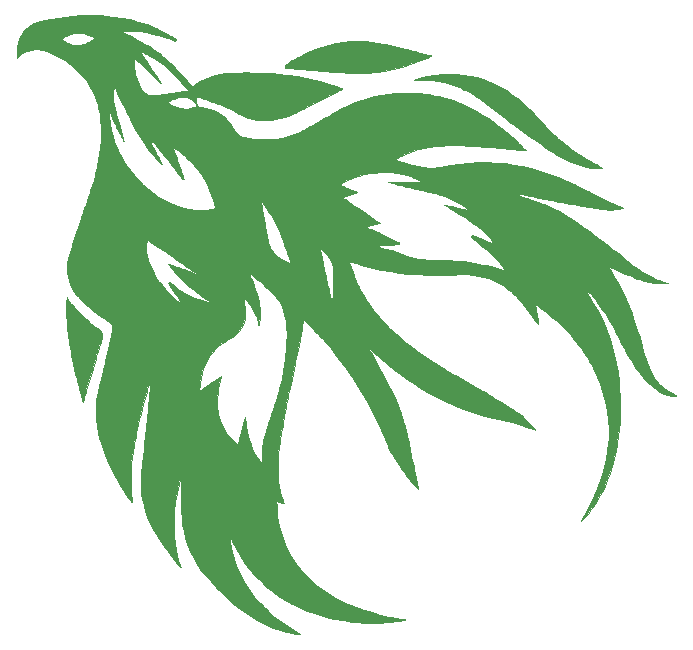
<source format=gbr>
G04 #@! TF.GenerationSoftware,KiCad,Pcbnew,5.0.0-fee4fd1~66~ubuntu16.04.1*
G04 #@! TF.CreationDate,2019-03-17T00:35:17-04:00*
G04 #@! TF.ProjectId,sensing_board,73656E73696E675F626F6172642E6B69,rev?*
G04 #@! TF.SameCoordinates,Original*
G04 #@! TF.FileFunction,Legend,Bot*
G04 #@! TF.FilePolarity,Positive*
%FSLAX46Y46*%
G04 Gerber Fmt 4.6, Leading zero omitted, Abs format (unit mm)*
G04 Created by KiCad (PCBNEW 5.0.0-fee4fd1~66~ubuntu16.04.1) date Sun Mar 17 00:35:17 2019*
%MOMM*%
%LPD*%
G01*
G04 APERTURE LIST*
%ADD10C,0.010000*%
G04 APERTURE END LIST*
D10*
G04 #@! TO.C,G\002A\002A\002A*
G36*
X208826797Y-70582221D02*
X208667503Y-70586652D01*
X208537875Y-70593673D01*
X208523710Y-70594774D01*
X207928543Y-70659945D01*
X207341605Y-70758622D01*
X206759688Y-70891666D01*
X206179586Y-71059939D01*
X205598092Y-71264303D01*
X205011997Y-71505619D01*
X204831928Y-71586662D01*
X204611800Y-71691272D01*
X204372615Y-71811307D01*
X204123428Y-71941832D01*
X203873295Y-72077910D01*
X203631270Y-72214606D01*
X203406410Y-72346985D01*
X203207770Y-72470110D01*
X203189162Y-72482068D01*
X203023692Y-72588814D01*
X203023692Y-72705599D01*
X203023650Y-72754067D01*
X203027306Y-72788726D01*
X203040334Y-72812358D01*
X203068408Y-72827741D01*
X203117203Y-72837657D01*
X203192393Y-72844886D01*
X203299651Y-72852209D01*
X203326538Y-72854003D01*
X203375289Y-72857717D01*
X203459347Y-72864628D01*
X203575098Y-72874421D01*
X203718932Y-72886782D01*
X203887234Y-72901397D01*
X204076395Y-72917950D01*
X204282800Y-72936128D01*
X204502837Y-72955614D01*
X204732895Y-72976096D01*
X204899385Y-72990984D01*
X205301032Y-73026724D01*
X205667169Y-73058771D01*
X206001159Y-73087391D01*
X206306369Y-73112849D01*
X206586163Y-73135411D01*
X206843906Y-73155343D01*
X207082964Y-73172909D01*
X207306700Y-73188375D01*
X207518481Y-73202006D01*
X207721672Y-73214069D01*
X207742231Y-73215232D01*
X207876117Y-73221581D01*
X208037352Y-73227272D01*
X208220258Y-73232255D01*
X208419157Y-73236483D01*
X208628371Y-73239907D01*
X208842223Y-73242480D01*
X209055036Y-73244153D01*
X209261130Y-73244877D01*
X209454829Y-73244605D01*
X209630455Y-73243288D01*
X209782330Y-73240878D01*
X209904776Y-73237327D01*
X209969615Y-73234156D01*
X210715312Y-73168269D01*
X211455282Y-73063820D01*
X212188744Y-72921008D01*
X212914917Y-72740034D01*
X213633022Y-72521099D01*
X214342279Y-72264402D01*
X215041905Y-71970144D01*
X215225461Y-71885956D01*
X215304988Y-71847827D01*
X215352927Y-71821655D01*
X215373705Y-71804231D01*
X215371748Y-71792349D01*
X215362231Y-71786858D01*
X215331484Y-71776939D01*
X215269458Y-71759588D01*
X215182849Y-71736583D01*
X215078351Y-71709704D01*
X214962663Y-71680727D01*
X214961692Y-71680487D01*
X214865753Y-71656530D01*
X214737924Y-71624236D01*
X214584129Y-71585122D01*
X214410291Y-71540703D01*
X214222336Y-71492495D01*
X214026187Y-71442014D01*
X213827769Y-71390775D01*
X213701461Y-71358060D01*
X213263614Y-71245576D01*
X212860045Y-71144210D01*
X212487764Y-71053325D01*
X212143783Y-70972286D01*
X211825111Y-70900455D01*
X211528760Y-70837197D01*
X211251740Y-70781876D01*
X210991062Y-70733856D01*
X210743735Y-70692500D01*
X210506772Y-70657174D01*
X210277182Y-70627240D01*
X210252923Y-70624330D01*
X210131166Y-70612743D01*
X209977992Y-70602703D01*
X209801038Y-70594338D01*
X209607939Y-70587779D01*
X209406330Y-70583158D01*
X209203846Y-70580604D01*
X209008124Y-70580248D01*
X208826797Y-70582221D01*
X208826797Y-70582221D01*
G37*
X208826797Y-70582221D02*
X208667503Y-70586652D01*
X208537875Y-70593673D01*
X208523710Y-70594774D01*
X207928543Y-70659945D01*
X207341605Y-70758622D01*
X206759688Y-70891666D01*
X206179586Y-71059939D01*
X205598092Y-71264303D01*
X205011997Y-71505619D01*
X204831928Y-71586662D01*
X204611800Y-71691272D01*
X204372615Y-71811307D01*
X204123428Y-71941832D01*
X203873295Y-72077910D01*
X203631270Y-72214606D01*
X203406410Y-72346985D01*
X203207770Y-72470110D01*
X203189162Y-72482068D01*
X203023692Y-72588814D01*
X203023692Y-72705599D01*
X203023650Y-72754067D01*
X203027306Y-72788726D01*
X203040334Y-72812358D01*
X203068408Y-72827741D01*
X203117203Y-72837657D01*
X203192393Y-72844886D01*
X203299651Y-72852209D01*
X203326538Y-72854003D01*
X203375289Y-72857717D01*
X203459347Y-72864628D01*
X203575098Y-72874421D01*
X203718932Y-72886782D01*
X203887234Y-72901397D01*
X204076395Y-72917950D01*
X204282800Y-72936128D01*
X204502837Y-72955614D01*
X204732895Y-72976096D01*
X204899385Y-72990984D01*
X205301032Y-73026724D01*
X205667169Y-73058771D01*
X206001159Y-73087391D01*
X206306369Y-73112849D01*
X206586163Y-73135411D01*
X206843906Y-73155343D01*
X207082964Y-73172909D01*
X207306700Y-73188375D01*
X207518481Y-73202006D01*
X207721672Y-73214069D01*
X207742231Y-73215232D01*
X207876117Y-73221581D01*
X208037352Y-73227272D01*
X208220258Y-73232255D01*
X208419157Y-73236483D01*
X208628371Y-73239907D01*
X208842223Y-73242480D01*
X209055036Y-73244153D01*
X209261130Y-73244877D01*
X209454829Y-73244605D01*
X209630455Y-73243288D01*
X209782330Y-73240878D01*
X209904776Y-73237327D01*
X209969615Y-73234156D01*
X210715312Y-73168269D01*
X211455282Y-73063820D01*
X212188744Y-72921008D01*
X212914917Y-72740034D01*
X213633022Y-72521099D01*
X214342279Y-72264402D01*
X215041905Y-71970144D01*
X215225461Y-71885956D01*
X215304988Y-71847827D01*
X215352927Y-71821655D01*
X215373705Y-71804231D01*
X215371748Y-71792349D01*
X215362231Y-71786858D01*
X215331484Y-71776939D01*
X215269458Y-71759588D01*
X215182849Y-71736583D01*
X215078351Y-71709704D01*
X214962663Y-71680727D01*
X214961692Y-71680487D01*
X214865753Y-71656530D01*
X214737924Y-71624236D01*
X214584129Y-71585122D01*
X214410291Y-71540703D01*
X214222336Y-71492495D01*
X214026187Y-71442014D01*
X213827769Y-71390775D01*
X213701461Y-71358060D01*
X213263614Y-71245576D01*
X212860045Y-71144210D01*
X212487764Y-71053325D01*
X212143783Y-70972286D01*
X211825111Y-70900455D01*
X211528760Y-70837197D01*
X211251740Y-70781876D01*
X210991062Y-70733856D01*
X210743735Y-70692500D01*
X210506772Y-70657174D01*
X210277182Y-70627240D01*
X210252923Y-70624330D01*
X210131166Y-70612743D01*
X209977992Y-70602703D01*
X209801038Y-70594338D01*
X209607939Y-70587779D01*
X209406330Y-70583158D01*
X209203846Y-70580604D01*
X209008124Y-70580248D01*
X208826797Y-70582221D01*
G36*
X216560611Y-73352295D02*
X216228971Y-73372599D01*
X215895459Y-73402690D01*
X215568067Y-73441493D01*
X215254788Y-73487934D01*
X214963616Y-73540938D01*
X214702541Y-73599430D01*
X214679958Y-73605141D01*
X214600861Y-73626953D01*
X214507005Y-73655330D01*
X214404747Y-73688053D01*
X214300446Y-73722903D01*
X214200460Y-73757662D01*
X214111148Y-73790110D01*
X214038868Y-73818028D01*
X213989978Y-73839198D01*
X213970836Y-73851401D01*
X213971086Y-73852521D01*
X213991992Y-73853770D01*
X214045935Y-73852864D01*
X214126946Y-73850019D01*
X214229058Y-73845453D01*
X214346303Y-73839383D01*
X214371458Y-73837984D01*
X214901680Y-73827638D01*
X215431102Y-73856032D01*
X215958116Y-73922839D01*
X216481113Y-74027729D01*
X216998486Y-74170374D01*
X217508626Y-74350446D01*
X218009926Y-74567616D01*
X218058538Y-74590892D01*
X218224314Y-74672156D01*
X218379216Y-74750979D01*
X218526686Y-74829638D01*
X218670165Y-74910410D01*
X218813096Y-74995571D01*
X218958918Y-75087397D01*
X219111075Y-75188164D01*
X219273008Y-75300149D01*
X219448158Y-75425628D01*
X219639967Y-75566878D01*
X219851876Y-75726174D01*
X220087327Y-75905792D01*
X220334769Y-76096418D01*
X220660058Y-76346672D01*
X220995781Y-76602628D01*
X221339635Y-76862631D01*
X221689317Y-77125022D01*
X222042526Y-77388145D01*
X222396958Y-77650343D01*
X222750312Y-77909960D01*
X223100284Y-78165339D01*
X223444574Y-78414823D01*
X223780878Y-78656755D01*
X224106893Y-78889479D01*
X224420318Y-79111337D01*
X224718850Y-79320674D01*
X225000187Y-79515831D01*
X225262026Y-79695153D01*
X225502064Y-79856983D01*
X225718001Y-79999663D01*
X225907532Y-80121538D01*
X226057552Y-80214437D01*
X226544750Y-80488325D01*
X227035654Y-80723598D01*
X227530061Y-80920189D01*
X228027768Y-81078029D01*
X228528572Y-81197049D01*
X229032270Y-81277182D01*
X229291107Y-81303126D01*
X229421769Y-81312340D01*
X229545712Y-81318696D01*
X229657635Y-81322169D01*
X229752234Y-81322733D01*
X229824208Y-81320365D01*
X229868252Y-81315037D01*
X229879066Y-81306726D01*
X229878331Y-81305926D01*
X229857488Y-81292508D01*
X229806625Y-81262246D01*
X229729772Y-81217467D01*
X229630961Y-81160497D01*
X229514223Y-81093661D01*
X229383589Y-81019286D01*
X229268405Y-80954009D01*
X229051491Y-80830962D01*
X228863490Y-80723388D01*
X228699019Y-80628028D01*
X228552696Y-80541619D01*
X228419141Y-80460901D01*
X228292970Y-80382614D01*
X228168804Y-80303497D01*
X228041259Y-80220290D01*
X227904954Y-80129731D01*
X227876615Y-80110750D01*
X227254015Y-79671859D01*
X226645985Y-79200427D01*
X226111762Y-78748100D01*
X225984448Y-78632770D01*
X225836253Y-78493603D01*
X225672395Y-78335848D01*
X225498089Y-78164755D01*
X225318550Y-77985572D01*
X225138994Y-77803549D01*
X224964637Y-77623937D01*
X224800695Y-77451983D01*
X224652382Y-77292938D01*
X224524916Y-77152052D01*
X224516156Y-77142154D01*
X224364130Y-76973626D01*
X224195573Y-76793022D01*
X224016261Y-76606127D01*
X223831969Y-76418725D01*
X223648470Y-76236602D01*
X223471540Y-76065543D01*
X223306954Y-75911332D01*
X223160486Y-75779755D01*
X223128769Y-75752272D01*
X222834701Y-75508377D01*
X222525431Y-75268202D01*
X222209585Y-75037940D01*
X221895788Y-74823789D01*
X221592666Y-74631944D01*
X221458231Y-74552337D01*
X220934131Y-74271582D01*
X220396676Y-74027149D01*
X219847287Y-73819387D01*
X219287385Y-73648644D01*
X218718391Y-73515268D01*
X218141727Y-73419607D01*
X217558813Y-73362010D01*
X216971072Y-73342824D01*
X216560611Y-73352295D01*
X216560611Y-73352295D01*
G37*
X216560611Y-73352295D02*
X216228971Y-73372599D01*
X215895459Y-73402690D01*
X215568067Y-73441493D01*
X215254788Y-73487934D01*
X214963616Y-73540938D01*
X214702541Y-73599430D01*
X214679958Y-73605141D01*
X214600861Y-73626953D01*
X214507005Y-73655330D01*
X214404747Y-73688053D01*
X214300446Y-73722903D01*
X214200460Y-73757662D01*
X214111148Y-73790110D01*
X214038868Y-73818028D01*
X213989978Y-73839198D01*
X213970836Y-73851401D01*
X213971086Y-73852521D01*
X213991992Y-73853770D01*
X214045935Y-73852864D01*
X214126946Y-73850019D01*
X214229058Y-73845453D01*
X214346303Y-73839383D01*
X214371458Y-73837984D01*
X214901680Y-73827638D01*
X215431102Y-73856032D01*
X215958116Y-73922839D01*
X216481113Y-74027729D01*
X216998486Y-74170374D01*
X217508626Y-74350446D01*
X218009926Y-74567616D01*
X218058538Y-74590892D01*
X218224314Y-74672156D01*
X218379216Y-74750979D01*
X218526686Y-74829638D01*
X218670165Y-74910410D01*
X218813096Y-74995571D01*
X218958918Y-75087397D01*
X219111075Y-75188164D01*
X219273008Y-75300149D01*
X219448158Y-75425628D01*
X219639967Y-75566878D01*
X219851876Y-75726174D01*
X220087327Y-75905792D01*
X220334769Y-76096418D01*
X220660058Y-76346672D01*
X220995781Y-76602628D01*
X221339635Y-76862631D01*
X221689317Y-77125022D01*
X222042526Y-77388145D01*
X222396958Y-77650343D01*
X222750312Y-77909960D01*
X223100284Y-78165339D01*
X223444574Y-78414823D01*
X223780878Y-78656755D01*
X224106893Y-78889479D01*
X224420318Y-79111337D01*
X224718850Y-79320674D01*
X225000187Y-79515831D01*
X225262026Y-79695153D01*
X225502064Y-79856983D01*
X225718001Y-79999663D01*
X225907532Y-80121538D01*
X226057552Y-80214437D01*
X226544750Y-80488325D01*
X227035654Y-80723598D01*
X227530061Y-80920189D01*
X228027768Y-81078029D01*
X228528572Y-81197049D01*
X229032270Y-81277182D01*
X229291107Y-81303126D01*
X229421769Y-81312340D01*
X229545712Y-81318696D01*
X229657635Y-81322169D01*
X229752234Y-81322733D01*
X229824208Y-81320365D01*
X229868252Y-81315037D01*
X229879066Y-81306726D01*
X229878331Y-81305926D01*
X229857488Y-81292508D01*
X229806625Y-81262246D01*
X229729772Y-81217467D01*
X229630961Y-81160497D01*
X229514223Y-81093661D01*
X229383589Y-81019286D01*
X229268405Y-80954009D01*
X229051491Y-80830962D01*
X228863490Y-80723388D01*
X228699019Y-80628028D01*
X228552696Y-80541619D01*
X228419141Y-80460901D01*
X228292970Y-80382614D01*
X228168804Y-80303497D01*
X228041259Y-80220290D01*
X227904954Y-80129731D01*
X227876615Y-80110750D01*
X227254015Y-79671859D01*
X226645985Y-79200427D01*
X226111762Y-78748100D01*
X225984448Y-78632770D01*
X225836253Y-78493603D01*
X225672395Y-78335848D01*
X225498089Y-78164755D01*
X225318550Y-77985572D01*
X225138994Y-77803549D01*
X224964637Y-77623937D01*
X224800695Y-77451983D01*
X224652382Y-77292938D01*
X224524916Y-77152052D01*
X224516156Y-77142154D01*
X224364130Y-76973626D01*
X224195573Y-76793022D01*
X224016261Y-76606127D01*
X223831969Y-76418725D01*
X223648470Y-76236602D01*
X223471540Y-76065543D01*
X223306954Y-75911332D01*
X223160486Y-75779755D01*
X223128769Y-75752272D01*
X222834701Y-75508377D01*
X222525431Y-75268202D01*
X222209585Y-75037940D01*
X221895788Y-74823789D01*
X221592666Y-74631944D01*
X221458231Y-74552337D01*
X220934131Y-74271582D01*
X220396676Y-74027149D01*
X219847287Y-73819387D01*
X219287385Y-73648644D01*
X218718391Y-73515268D01*
X218141727Y-73419607D01*
X217558813Y-73362010D01*
X216971072Y-73342824D01*
X216560611Y-73352295D01*
G36*
X184561931Y-92271257D02*
X184553104Y-92286852D01*
X184547782Y-92319445D01*
X184543239Y-92386591D01*
X184539469Y-92483775D01*
X184536466Y-92606481D01*
X184534224Y-92750194D01*
X184532736Y-92910398D01*
X184531996Y-93082578D01*
X184531998Y-93262218D01*
X184532736Y-93444801D01*
X184534203Y-93625814D01*
X184536393Y-93800740D01*
X184539300Y-93965063D01*
X184542918Y-94114268D01*
X184547240Y-94243840D01*
X184552260Y-94349262D01*
X184556031Y-94404385D01*
X184582820Y-94712464D01*
X184612539Y-95012898D01*
X184645783Y-95308848D01*
X184683145Y-95603473D01*
X184725220Y-95899933D01*
X184772602Y-96201389D01*
X184825884Y-96511001D01*
X184885661Y-96831929D01*
X184952526Y-97167333D01*
X185027073Y-97520373D01*
X185109897Y-97894209D01*
X185201591Y-98292002D01*
X185302749Y-98716911D01*
X185413965Y-99172096D01*
X185535833Y-99660718D01*
X185567721Y-99787231D01*
X185633573Y-100047982D01*
X185690533Y-100273297D01*
X185739294Y-100465623D01*
X185780551Y-100627408D01*
X185814995Y-100761098D01*
X185843322Y-100869141D01*
X185866223Y-100953984D01*
X185884393Y-101018074D01*
X185898524Y-101063858D01*
X185909311Y-101093784D01*
X185917446Y-101110298D01*
X185923624Y-101115848D01*
X185928537Y-101112881D01*
X185932878Y-101103843D01*
X185937259Y-101091423D01*
X185943797Y-101069885D01*
X185960648Y-101013473D01*
X185987043Y-100924785D01*
X186022212Y-100806420D01*
X186065386Y-100660974D01*
X186115795Y-100491047D01*
X186172671Y-100299237D01*
X186235243Y-100088142D01*
X186302741Y-99860361D01*
X186374398Y-99618490D01*
X186449442Y-99365130D01*
X186527106Y-99102877D01*
X186606618Y-98834330D01*
X186687210Y-98562087D01*
X186768113Y-98288747D01*
X186848556Y-98016907D01*
X186927771Y-97749166D01*
X187004987Y-97488122D01*
X187079436Y-97236374D01*
X187150349Y-96996518D01*
X187216954Y-96771155D01*
X187278484Y-96562881D01*
X187315839Y-96436385D01*
X187379533Y-96218920D01*
X187432034Y-96034852D01*
X187474011Y-95880345D01*
X187506134Y-95751563D01*
X187529073Y-95644670D01*
X187543497Y-95555830D01*
X187550077Y-95481207D01*
X187549482Y-95416965D01*
X187542381Y-95359268D01*
X187529444Y-95304281D01*
X187519244Y-95271249D01*
X187472438Y-95178791D01*
X187390097Y-95075213D01*
X187273685Y-94961970D01*
X187124666Y-94840516D01*
X186982615Y-94738182D01*
X186866761Y-94657327D01*
X186757687Y-94578086D01*
X186652298Y-94497642D01*
X186547496Y-94413180D01*
X186440187Y-94321885D01*
X186327272Y-94220941D01*
X186205658Y-94107533D01*
X186072246Y-93978845D01*
X185923941Y-93832062D01*
X185757647Y-93664368D01*
X185570268Y-93472948D01*
X185411671Y-93309682D01*
X185272170Y-93165614D01*
X185156868Y-93046023D01*
X185062742Y-92947350D01*
X184986766Y-92866039D01*
X184925918Y-92798531D01*
X184877171Y-92741270D01*
X184837503Y-92690699D01*
X184803889Y-92643259D01*
X184773304Y-92595394D01*
X184742724Y-92543546D01*
X184709125Y-92484158D01*
X184707739Y-92481687D01*
X184654285Y-92387285D01*
X184616225Y-92323133D01*
X184590312Y-92285140D01*
X184573297Y-92269212D01*
X184561931Y-92271257D01*
X184561931Y-92271257D01*
G37*
X184561931Y-92271257D02*
X184553104Y-92286852D01*
X184547782Y-92319445D01*
X184543239Y-92386591D01*
X184539469Y-92483775D01*
X184536466Y-92606481D01*
X184534224Y-92750194D01*
X184532736Y-92910398D01*
X184531996Y-93082578D01*
X184531998Y-93262218D01*
X184532736Y-93444801D01*
X184534203Y-93625814D01*
X184536393Y-93800740D01*
X184539300Y-93965063D01*
X184542918Y-94114268D01*
X184547240Y-94243840D01*
X184552260Y-94349262D01*
X184556031Y-94404385D01*
X184582820Y-94712464D01*
X184612539Y-95012898D01*
X184645783Y-95308848D01*
X184683145Y-95603473D01*
X184725220Y-95899933D01*
X184772602Y-96201389D01*
X184825884Y-96511001D01*
X184885661Y-96831929D01*
X184952526Y-97167333D01*
X185027073Y-97520373D01*
X185109897Y-97894209D01*
X185201591Y-98292002D01*
X185302749Y-98716911D01*
X185413965Y-99172096D01*
X185535833Y-99660718D01*
X185567721Y-99787231D01*
X185633573Y-100047982D01*
X185690533Y-100273297D01*
X185739294Y-100465623D01*
X185780551Y-100627408D01*
X185814995Y-100761098D01*
X185843322Y-100869141D01*
X185866223Y-100953984D01*
X185884393Y-101018074D01*
X185898524Y-101063858D01*
X185909311Y-101093784D01*
X185917446Y-101110298D01*
X185923624Y-101115848D01*
X185928537Y-101112881D01*
X185932878Y-101103843D01*
X185937259Y-101091423D01*
X185943797Y-101069885D01*
X185960648Y-101013473D01*
X185987043Y-100924785D01*
X186022212Y-100806420D01*
X186065386Y-100660974D01*
X186115795Y-100491047D01*
X186172671Y-100299237D01*
X186235243Y-100088142D01*
X186302741Y-99860361D01*
X186374398Y-99618490D01*
X186449442Y-99365130D01*
X186527106Y-99102877D01*
X186606618Y-98834330D01*
X186687210Y-98562087D01*
X186768113Y-98288747D01*
X186848556Y-98016907D01*
X186927771Y-97749166D01*
X187004987Y-97488122D01*
X187079436Y-97236374D01*
X187150349Y-96996518D01*
X187216954Y-96771155D01*
X187278484Y-96562881D01*
X187315839Y-96436385D01*
X187379533Y-96218920D01*
X187432034Y-96034852D01*
X187474011Y-95880345D01*
X187506134Y-95751563D01*
X187529073Y-95644670D01*
X187543497Y-95555830D01*
X187550077Y-95481207D01*
X187549482Y-95416965D01*
X187542381Y-95359268D01*
X187529444Y-95304281D01*
X187519244Y-95271249D01*
X187472438Y-95178791D01*
X187390097Y-95075213D01*
X187273685Y-94961970D01*
X187124666Y-94840516D01*
X186982615Y-94738182D01*
X186866761Y-94657327D01*
X186757687Y-94578086D01*
X186652298Y-94497642D01*
X186547496Y-94413180D01*
X186440187Y-94321885D01*
X186327272Y-94220941D01*
X186205658Y-94107533D01*
X186072246Y-93978845D01*
X185923941Y-93832062D01*
X185757647Y-93664368D01*
X185570268Y-93472948D01*
X185411671Y-93309682D01*
X185272170Y-93165614D01*
X185156868Y-93046023D01*
X185062742Y-92947350D01*
X184986766Y-92866039D01*
X184925918Y-92798531D01*
X184877171Y-92741270D01*
X184837503Y-92690699D01*
X184803889Y-92643259D01*
X184773304Y-92595394D01*
X184742724Y-92543546D01*
X184709125Y-92484158D01*
X184707739Y-92481687D01*
X184654285Y-92387285D01*
X184616225Y-92323133D01*
X184590312Y-92285140D01*
X184573297Y-92269212D01*
X184561931Y-92271257D01*
G36*
X186185648Y-68373614D02*
X185978490Y-68377031D01*
X185796001Y-68382728D01*
X185697714Y-68387483D01*
X185079374Y-68433515D01*
X184448255Y-68501071D01*
X183816979Y-68588428D01*
X183198167Y-68693863D01*
X182676076Y-68799766D01*
X182352700Y-68878875D01*
X182064041Y-68967323D01*
X181806491Y-69066824D01*
X181576442Y-69179091D01*
X181370285Y-69305840D01*
X181184413Y-69448783D01*
X181053035Y-69570772D01*
X180881115Y-69764879D01*
X180733785Y-69978142D01*
X180610279Y-70212763D01*
X180509832Y-70470944D01*
X180431679Y-70754890D01*
X180375052Y-71066802D01*
X180339188Y-71408883D01*
X180326211Y-71661615D01*
X180314283Y-72032846D01*
X180478334Y-71876028D01*
X180634667Y-71735268D01*
X180784013Y-71620488D01*
X180938114Y-71523373D01*
X181083090Y-71447789D01*
X181256283Y-71372652D01*
X181421544Y-71320010D01*
X181593017Y-71286415D01*
X181784843Y-71268421D01*
X181827451Y-71266367D01*
X182027163Y-71265351D01*
X182224026Y-71280158D01*
X182422850Y-71312132D01*
X182628448Y-71362615D01*
X182845631Y-71432953D01*
X183079210Y-71524488D01*
X183333999Y-71638563D01*
X183565990Y-71751812D01*
X184044550Y-72010498D01*
X184489620Y-72288130D01*
X184902416Y-72585701D01*
X185284156Y-72904204D01*
X185636058Y-73244632D01*
X185959339Y-73607979D01*
X186166808Y-73873186D01*
X186425016Y-74252842D01*
X186656945Y-74659332D01*
X186861022Y-75089210D01*
X187035673Y-75539033D01*
X187179322Y-76005357D01*
X187227043Y-76192789D01*
X187292257Y-76485884D01*
X187345175Y-76772664D01*
X187386449Y-77060064D01*
X187416734Y-77355020D01*
X187436684Y-77664468D01*
X187446953Y-77995343D01*
X187448196Y-78354581D01*
X187446167Y-78516551D01*
X187426674Y-79066954D01*
X187386115Y-79605756D01*
X187323375Y-80141018D01*
X187237342Y-80680801D01*
X187126903Y-81233167D01*
X186992757Y-81799037D01*
X186971154Y-81883646D01*
X186950109Y-81964828D01*
X186928988Y-82044565D01*
X186907156Y-82124839D01*
X186883978Y-82207630D01*
X186858819Y-82294921D01*
X186831044Y-82388693D01*
X186800018Y-82490928D01*
X186765106Y-82603607D01*
X186725673Y-82728713D01*
X186681084Y-82868225D01*
X186630705Y-83024127D01*
X186573900Y-83198400D01*
X186510034Y-83393025D01*
X186438473Y-83609984D01*
X186358581Y-83851259D01*
X186269723Y-84118831D01*
X186171265Y-84414681D01*
X186062571Y-84740792D01*
X185943007Y-85099145D01*
X185811938Y-85491721D01*
X185752167Y-85670692D01*
X185619303Y-86068511D01*
X185498239Y-86431055D01*
X185388395Y-86760114D01*
X185289191Y-87057478D01*
X185200048Y-87324936D01*
X185120384Y-87564277D01*
X185049622Y-87777291D01*
X184987179Y-87965767D01*
X184932478Y-88131495D01*
X184884937Y-88276265D01*
X184843978Y-88401866D01*
X184809019Y-88510088D01*
X184779481Y-88602720D01*
X184754785Y-88681551D01*
X184734350Y-88748371D01*
X184717597Y-88804970D01*
X184703945Y-88853136D01*
X184692815Y-88894661D01*
X184683627Y-88931332D01*
X184675801Y-88964941D01*
X184668757Y-88997275D01*
X184661915Y-89030125D01*
X184659078Y-89043939D01*
X184612666Y-89328954D01*
X184586924Y-89624116D01*
X184582011Y-89918814D01*
X184598089Y-90202435D01*
X184635320Y-90464367D01*
X184637358Y-90474781D01*
X184726658Y-90825643D01*
X184853905Y-91169641D01*
X185018331Y-91505222D01*
X185219169Y-91830833D01*
X185455651Y-92144923D01*
X185474182Y-92167231D01*
X185662845Y-92378435D01*
X185885392Y-92601923D01*
X186139350Y-92835662D01*
X186422242Y-93077621D01*
X186731596Y-93325767D01*
X187064934Y-93578068D01*
X187419783Y-93832491D01*
X187793668Y-94087005D01*
X187887398Y-94148820D01*
X188047410Y-94259123D01*
X188174194Y-94359955D01*
X188271069Y-94455671D01*
X188341357Y-94550624D01*
X188388378Y-94649171D01*
X188415453Y-94755665D01*
X188425196Y-94854107D01*
X188426429Y-94915332D01*
X188423704Y-94975575D01*
X188415868Y-95042227D01*
X188401770Y-95122680D01*
X188380256Y-95224326D01*
X188350175Y-95354557D01*
X188341427Y-95391415D01*
X188317672Y-95492170D01*
X188286753Y-95624912D01*
X188250079Y-95783507D01*
X188209060Y-95961816D01*
X188165106Y-96153704D01*
X188119626Y-96353034D01*
X188074030Y-96553670D01*
X188047493Y-96670846D01*
X187966022Y-97030184D01*
X187891964Y-97354767D01*
X187824487Y-97648037D01*
X187762756Y-97913436D01*
X187705938Y-98154405D01*
X187653199Y-98374386D01*
X187603706Y-98576820D01*
X187556625Y-98765150D01*
X187511123Y-98942818D01*
X187466365Y-99113264D01*
X187421518Y-99279931D01*
X187375749Y-99446261D01*
X187371863Y-99460227D01*
X187263914Y-99873201D01*
X187177441Y-100262406D01*
X187111364Y-100635980D01*
X187064607Y-101002064D01*
X187036089Y-101368799D01*
X187024734Y-101744324D01*
X187027374Y-102060471D01*
X187036034Y-102319394D01*
X187049647Y-102552941D01*
X187069466Y-102774638D01*
X187096740Y-102998008D01*
X187132723Y-103236579D01*
X187140626Y-103284615D01*
X187223351Y-103708812D01*
X187333290Y-104154896D01*
X187468683Y-104618534D01*
X187627773Y-105095394D01*
X187808798Y-105581141D01*
X188010001Y-106071441D01*
X188229622Y-106561962D01*
X188465902Y-107048369D01*
X188717082Y-107526329D01*
X188981402Y-107991509D01*
X189190919Y-108335308D01*
X189256179Y-108437633D01*
X189333339Y-108556164D01*
X189419261Y-108686298D01*
X189510805Y-108823431D01*
X189604833Y-108962961D01*
X189698206Y-109100283D01*
X189787785Y-109230794D01*
X189870432Y-109349892D01*
X189943007Y-109452973D01*
X190002372Y-109535434D01*
X190045387Y-109592672D01*
X190062448Y-109613449D01*
X190074353Y-109617687D01*
X190079254Y-109593862D01*
X190077115Y-109539070D01*
X190067899Y-109450405D01*
X190059546Y-109384215D01*
X190013473Y-108958932D01*
X189982635Y-108505143D01*
X189967073Y-108030346D01*
X189966828Y-107542036D01*
X189981944Y-107047712D01*
X190012461Y-106554870D01*
X190041955Y-106225154D01*
X190070364Y-105960373D01*
X190102063Y-105697219D01*
X190137593Y-105433160D01*
X190177492Y-105165667D01*
X190222299Y-104892210D01*
X190272554Y-104610257D01*
X190328795Y-104317279D01*
X190391561Y-104010745D01*
X190461392Y-103688124D01*
X190538826Y-103346887D01*
X190624402Y-102984503D01*
X190718660Y-102598442D01*
X190822138Y-102186173D01*
X190935375Y-101745167D01*
X191058911Y-101272891D01*
X191193284Y-100766817D01*
X191248942Y-100559000D01*
X191326115Y-100271475D01*
X191393761Y-100019507D01*
X191452491Y-99800915D01*
X191502918Y-99613517D01*
X191545653Y-99455131D01*
X191581310Y-99323577D01*
X191610500Y-99216673D01*
X191633836Y-99132237D01*
X191651930Y-99068088D01*
X191665394Y-99022045D01*
X191674841Y-98991926D01*
X191680882Y-98975550D01*
X191684130Y-98970735D01*
X191685198Y-98975301D01*
X191684696Y-98987064D01*
X191683239Y-99003845D01*
X191682156Y-99015461D01*
X191676378Y-99083014D01*
X191669341Y-99172032D01*
X191662423Y-99264994D01*
X191661407Y-99279231D01*
X191653157Y-99386145D01*
X191641042Y-99529249D01*
X191625331Y-99705872D01*
X191606292Y-99913347D01*
X191584194Y-100149004D01*
X191559305Y-100410174D01*
X191531895Y-100694188D01*
X191502230Y-100998378D01*
X191470581Y-101320075D01*
X191437216Y-101656610D01*
X191402402Y-102005313D01*
X191366410Y-102363517D01*
X191329507Y-102728551D01*
X191291961Y-103097748D01*
X191254042Y-103468438D01*
X191216018Y-103837953D01*
X191178158Y-104203624D01*
X191140729Y-104562781D01*
X191104002Y-104912756D01*
X191068243Y-105250881D01*
X191033722Y-105574485D01*
X191000708Y-105880900D01*
X190969469Y-106167458D01*
X190955584Y-106293538D01*
X190844381Y-107299769D01*
X190843071Y-107925000D01*
X190843200Y-108124920D01*
X190844661Y-108292110D01*
X190847690Y-108432902D01*
X190852523Y-108553627D01*
X190859398Y-108660617D01*
X190868550Y-108760203D01*
X190877013Y-108833538D01*
X190957537Y-109358445D01*
X191067110Y-109867542D01*
X191207061Y-110364285D01*
X191378718Y-110852126D01*
X191583410Y-111334518D01*
X191822467Y-111814915D01*
X192097216Y-112296769D01*
X192380577Y-112741231D01*
X192708658Y-113220103D01*
X193049346Y-113693655D01*
X193409127Y-114170675D01*
X193794486Y-114659949D01*
X193822774Y-114695117D01*
X193938873Y-114838464D01*
X194032496Y-114952199D01*
X194104919Y-115037740D01*
X194157420Y-115096505D01*
X194191275Y-115129910D01*
X194207761Y-115139374D01*
X194208155Y-115126313D01*
X194206344Y-115120927D01*
X194196593Y-115092089D01*
X194177079Y-115032787D01*
X194150001Y-114949756D01*
X194117556Y-114849733D01*
X194087855Y-114757796D01*
X193925548Y-114199499D01*
X193796115Y-113631829D01*
X193698588Y-113049754D01*
X193631996Y-112448245D01*
X193624238Y-112351060D01*
X193615642Y-112198067D01*
X193610175Y-112013691D01*
X193607692Y-111805485D01*
X193608051Y-111581006D01*
X193611107Y-111347810D01*
X193616715Y-111113450D01*
X193624732Y-110885484D01*
X193635012Y-110671465D01*
X193647413Y-110478950D01*
X193661790Y-110315494D01*
X193663359Y-110300786D01*
X193758845Y-109572176D01*
X193888894Y-108825547D01*
X194053517Y-108060837D01*
X194151459Y-107661231D01*
X194197876Y-107479645D01*
X194235594Y-107333435D01*
X194265389Y-107220067D01*
X194288039Y-107137006D01*
X194304319Y-107081717D01*
X194315007Y-107051666D01*
X194320880Y-107044318D01*
X194322713Y-107057138D01*
X194321284Y-107087593D01*
X194319106Y-107114154D01*
X194288528Y-107492183D01*
X194262793Y-107878800D01*
X194242058Y-108268136D01*
X194226482Y-108654325D01*
X194216222Y-109031498D01*
X194211437Y-109393789D01*
X194212284Y-109735330D01*
X194218922Y-110050254D01*
X194231508Y-110332693D01*
X194232162Y-110343640D01*
X194282291Y-110950112D01*
X194358141Y-111528746D01*
X194460480Y-112081775D01*
X194590073Y-112611433D01*
X194747689Y-113119952D01*
X194934093Y-113609567D01*
X195150053Y-114082510D01*
X195396336Y-114541014D01*
X195673708Y-114987314D01*
X195971355Y-115408231D01*
X196106324Y-115581449D01*
X196266939Y-115776093D01*
X196449280Y-115988035D01*
X196649428Y-116213150D01*
X196863462Y-116447312D01*
X197087463Y-116686394D01*
X197317511Y-116926269D01*
X197549687Y-117162813D01*
X197780070Y-117391899D01*
X198004740Y-117609399D01*
X198219778Y-117811190D01*
X198421265Y-117993143D01*
X198455721Y-118023409D01*
X198966522Y-118452159D01*
X199475259Y-118842980D01*
X199983817Y-119196816D01*
X200494081Y-119514614D01*
X201007936Y-119797321D01*
X201527269Y-120045883D01*
X202053965Y-120261246D01*
X202589910Y-120444357D01*
X203136988Y-120596162D01*
X203697085Y-120717606D01*
X203893427Y-120752590D01*
X204054081Y-120778775D01*
X204178077Y-120796912D01*
X204266965Y-120807144D01*
X204322294Y-120809617D01*
X204345614Y-120804474D01*
X204341561Y-120794341D01*
X204319020Y-120778985D01*
X204269283Y-120747518D01*
X204198694Y-120703881D01*
X204113599Y-120652013D01*
X204069000Y-120625072D01*
X203548577Y-120298482D01*
X203034867Y-119950397D01*
X202536945Y-119587329D01*
X202063886Y-119215791D01*
X201812308Y-119005681D01*
X201719116Y-118923050D01*
X201605837Y-118817839D01*
X201477537Y-118695154D01*
X201339283Y-118560098D01*
X201196139Y-118417775D01*
X201053172Y-118273291D01*
X200915448Y-118131748D01*
X200788033Y-117998251D01*
X200675993Y-117877904D01*
X200584393Y-117775812D01*
X200539770Y-117723538D01*
X200156901Y-117235375D01*
X199811825Y-116739129D01*
X199503774Y-116233037D01*
X199231978Y-115715338D01*
X198995670Y-115184270D01*
X198794080Y-114638070D01*
X198626439Y-114074978D01*
X198491980Y-113493231D01*
X198389932Y-112891067D01*
X198371617Y-112754602D01*
X198358536Y-112648325D01*
X198348088Y-112555395D01*
X198340985Y-112482844D01*
X198337940Y-112437705D01*
X198338378Y-112426635D01*
X198348256Y-112433742D01*
X198368658Y-112469767D01*
X198395533Y-112527370D01*
X198401085Y-112540263D01*
X198426336Y-112596982D01*
X198465470Y-112681577D01*
X198515097Y-112786873D01*
X198571824Y-112905695D01*
X198632261Y-113030869D01*
X198657712Y-113083154D01*
X198974927Y-113691099D01*
X199319566Y-114271227D01*
X199691498Y-114823424D01*
X200090590Y-115347578D01*
X200516710Y-115843577D01*
X200969724Y-116311309D01*
X201449501Y-116750661D01*
X201955908Y-117161520D01*
X202488812Y-117543775D01*
X203048082Y-117897312D01*
X203633584Y-118222020D01*
X204245186Y-118517785D01*
X204882755Y-118784497D01*
X205546160Y-119022041D01*
X205725439Y-119079824D01*
X206472380Y-119296776D01*
X207220612Y-119476977D01*
X207975288Y-119621433D01*
X208741563Y-119731150D01*
X209403000Y-119797614D01*
X209525138Y-119805330D01*
X209679445Y-119811533D01*
X209859045Y-119816223D01*
X210057059Y-119819402D01*
X210266610Y-119821068D01*
X210480819Y-119821223D01*
X210692810Y-119819866D01*
X210895704Y-119816999D01*
X211082624Y-119812621D01*
X211246691Y-119806732D01*
X211381029Y-119799334D01*
X211405692Y-119797520D01*
X211568244Y-119783695D01*
X211743040Y-119766734D01*
X211925511Y-119747258D01*
X212111091Y-119725886D01*
X212295210Y-119703240D01*
X212473302Y-119679939D01*
X212640799Y-119656604D01*
X212793132Y-119633854D01*
X212925734Y-119612310D01*
X213034038Y-119592593D01*
X213113475Y-119575321D01*
X213159477Y-119561116D01*
X213164154Y-119558762D01*
X213178950Y-119544527D01*
X213170131Y-119541209D01*
X213134689Y-119537339D01*
X213066459Y-119527263D01*
X212971062Y-119511969D01*
X212854118Y-119492447D01*
X212721247Y-119469684D01*
X212578071Y-119444669D01*
X212430210Y-119418392D01*
X212283285Y-119391840D01*
X212142916Y-119366003D01*
X212014725Y-119341869D01*
X211904331Y-119320427D01*
X211834617Y-119306294D01*
X211096673Y-119137751D01*
X210384463Y-118945060D01*
X209698528Y-118728611D01*
X209039410Y-118488790D01*
X208407649Y-118225987D01*
X207803786Y-117940592D01*
X207228363Y-117632992D01*
X206681921Y-117303575D01*
X206165000Y-116952732D01*
X205678143Y-116580850D01*
X205221890Y-116188318D01*
X204796783Y-115775525D01*
X204403361Y-115342860D01*
X204042168Y-114890711D01*
X203713743Y-114419466D01*
X203418628Y-113929515D01*
X203157363Y-113421246D01*
X202939152Y-112917077D01*
X202751608Y-112392665D01*
X202598404Y-111855819D01*
X202479018Y-111304126D01*
X202392928Y-110735173D01*
X202339974Y-110152385D01*
X202332889Y-110027027D01*
X202327229Y-109903173D01*
X202323126Y-109786870D01*
X202320714Y-109684170D01*
X202320127Y-109601119D01*
X202321499Y-109543767D01*
X202324964Y-109518163D01*
X202325925Y-109517385D01*
X202345390Y-109523264D01*
X202395476Y-109539495D01*
X202469764Y-109563969D01*
X202561839Y-109594577D01*
X202622483Y-109614852D01*
X202722156Y-109647676D01*
X202808027Y-109674878D01*
X202873656Y-109694503D01*
X202912600Y-109704597D01*
X202920471Y-109705273D01*
X202917125Y-109685269D01*
X202903156Y-109635030D01*
X202880585Y-109561295D01*
X202851432Y-109470804D01*
X202838201Y-109430886D01*
X202728708Y-109069736D01*
X202631685Y-108681720D01*
X202549435Y-108277699D01*
X202484258Y-107868537D01*
X202452931Y-107612385D01*
X202444049Y-107502292D01*
X202437048Y-107359453D01*
X202431897Y-107190153D01*
X202428562Y-107000673D01*
X202427014Y-106797300D01*
X202427219Y-106586316D01*
X202429147Y-106374005D01*
X202432764Y-106166651D01*
X202438041Y-105970539D01*
X202444944Y-105791952D01*
X202453442Y-105637174D01*
X202463503Y-105512488D01*
X202463553Y-105512000D01*
X202483050Y-105325475D01*
X202503618Y-105142935D01*
X202525832Y-104960731D01*
X202550264Y-104775218D01*
X202577490Y-104582748D01*
X202608082Y-104379674D01*
X202642613Y-104162349D01*
X202681659Y-103927126D01*
X202725793Y-103670358D01*
X202775588Y-103388398D01*
X202831617Y-103077599D01*
X202894456Y-102734314D01*
X202935367Y-102512846D01*
X202992763Y-102204399D01*
X203048562Y-101907574D01*
X203103508Y-101618698D01*
X203158347Y-101334096D01*
X203213824Y-101050095D01*
X203270684Y-100763022D01*
X203329671Y-100469202D01*
X203391530Y-100164961D01*
X203457007Y-99846627D01*
X203526845Y-99510524D01*
X203601791Y-99152980D01*
X203682588Y-98770321D01*
X203769982Y-98358872D01*
X203864718Y-97914960D01*
X203919815Y-97657538D01*
X203997653Y-97294092D01*
X204067707Y-96966716D01*
X204130416Y-96673276D01*
X204186217Y-96411641D01*
X204235548Y-96179677D01*
X204278848Y-95975251D01*
X204316554Y-95796232D01*
X204349104Y-95640486D01*
X204376935Y-95505881D01*
X204400487Y-95390283D01*
X204420196Y-95291561D01*
X204430241Y-95239821D01*
X203172202Y-95239821D01*
X203171909Y-95606190D01*
X203162291Y-95987180D01*
X203143399Y-96378138D01*
X203115281Y-96774410D01*
X203077988Y-97171343D01*
X203042152Y-97481692D01*
X202964442Y-98025997D01*
X202865403Y-98592797D01*
X202746781Y-99173052D01*
X202610323Y-99757721D01*
X202575879Y-99894692D01*
X202538789Y-100039617D01*
X202504092Y-100173606D01*
X202470858Y-100299605D01*
X202438160Y-100420563D01*
X202405070Y-100539425D01*
X202370660Y-100659140D01*
X202334002Y-100782654D01*
X202294168Y-100912914D01*
X202250230Y-101052867D01*
X202201260Y-101205460D01*
X202146330Y-101373641D01*
X202084512Y-101560355D01*
X202014878Y-101768551D01*
X201936500Y-102001175D01*
X201848450Y-102261175D01*
X201749799Y-102551497D01*
X201639621Y-102875088D01*
X201609927Y-102962231D01*
X201498566Y-103297837D01*
X201403301Y-103604927D01*
X201322527Y-103889822D01*
X201254639Y-104158844D01*
X201198029Y-104418313D01*
X201151093Y-104674551D01*
X201115974Y-104906308D01*
X201106070Y-104999369D01*
X201097544Y-105120352D01*
X201090509Y-105262066D01*
X201085077Y-105417320D01*
X201081362Y-105578921D01*
X201079475Y-105739679D01*
X201079529Y-105892401D01*
X201081637Y-106029898D01*
X201085911Y-106144976D01*
X201092464Y-106230445D01*
X201094942Y-106249577D01*
X201101849Y-106306558D01*
X201103282Y-106343803D01*
X201100796Y-106352154D01*
X201086536Y-106337312D01*
X201053093Y-106296241D01*
X201004529Y-106234117D01*
X200944911Y-106156120D01*
X200897595Y-106093269D01*
X200660557Y-105755742D01*
X200454898Y-105416917D01*
X200277918Y-105070646D01*
X200126917Y-104710780D01*
X199999194Y-104331168D01*
X199892049Y-103925663D01*
X199840065Y-103685154D01*
X199802380Y-103480581D01*
X199766772Y-103255847D01*
X199735183Y-103025200D01*
X199709554Y-102802889D01*
X199691828Y-102603163D01*
X199690974Y-102591000D01*
X199684293Y-102506562D01*
X199677132Y-102436601D01*
X199670534Y-102390413D01*
X199667088Y-102377625D01*
X199660137Y-102392161D01*
X199644336Y-102440873D01*
X199620714Y-102520128D01*
X199590299Y-102626292D01*
X199554119Y-102755734D01*
X199513201Y-102904821D01*
X199468575Y-103069921D01*
X199426527Y-103227548D01*
X199375831Y-103418719D01*
X199325198Y-103609584D01*
X199276144Y-103794432D01*
X199230187Y-103967553D01*
X199188842Y-104123234D01*
X199153626Y-104255764D01*
X199126055Y-104359432D01*
X199114515Y-104402765D01*
X199032622Y-104710069D01*
X198952196Y-104647657D01*
X198913507Y-104614538D01*
X198853081Y-104559020D01*
X198776625Y-104486523D01*
X198689846Y-104402465D01*
X198598450Y-104312266D01*
X198587433Y-104301276D01*
X198314787Y-104009320D01*
X198078705Y-103713609D01*
X197876672Y-103410222D01*
X197706174Y-103095234D01*
X197564698Y-102764722D01*
X197516612Y-102630077D01*
X197442586Y-102389266D01*
X197385337Y-102150735D01*
X197343850Y-101906780D01*
X197317114Y-101649696D01*
X197304113Y-101371779D01*
X197303836Y-101065324D01*
X197304760Y-101019472D01*
X197315648Y-100733219D01*
X197335876Y-100459895D01*
X197366739Y-100190364D01*
X197409530Y-99915490D01*
X197465543Y-99626136D01*
X197536071Y-99313165D01*
X197560832Y-99210947D01*
X197584343Y-99113503D01*
X197603513Y-99030632D01*
X197616823Y-98969185D01*
X197622751Y-98936016D01*
X197622706Y-98932193D01*
X197606148Y-98942025D01*
X197560412Y-98972219D01*
X197488385Y-99020799D01*
X197392953Y-99085791D01*
X197277001Y-99165219D01*
X197143415Y-99257107D01*
X196995081Y-99359480D01*
X196834886Y-99470363D01*
X196716585Y-99552438D01*
X196549557Y-99668303D01*
X196392202Y-99777209D01*
X196247431Y-99877159D01*
X196118153Y-99966156D01*
X196007278Y-100042205D01*
X195917715Y-100103307D01*
X195852373Y-100147466D01*
X195814162Y-100172685D01*
X195805121Y-100178000D01*
X195798258Y-100159595D01*
X195794804Y-100108578D01*
X195794564Y-100031248D01*
X195797342Y-99933903D01*
X195802942Y-99822843D01*
X195811168Y-99704366D01*
X195821824Y-99584770D01*
X195824346Y-99560160D01*
X195887953Y-99102135D01*
X195979833Y-98670861D01*
X196100131Y-98265968D01*
X196248991Y-97887082D01*
X196426554Y-97533832D01*
X196632965Y-97205847D01*
X196833091Y-96944385D01*
X197092695Y-96661541D01*
X197382305Y-96396989D01*
X197694848Y-96156681D01*
X198007453Y-95955750D01*
X198112302Y-95894513D01*
X198222451Y-95830136D01*
X198325009Y-95770155D01*
X198407084Y-95722109D01*
X198409058Y-95720952D01*
X198685550Y-95539559D01*
X198928497Y-95339308D01*
X199137501Y-95120855D01*
X199312168Y-94884856D01*
X199452101Y-94631968D01*
X199556903Y-94362846D01*
X199626179Y-94078147D01*
X199659532Y-93778526D01*
X199662730Y-93644710D01*
X199662379Y-93572384D01*
X199661249Y-93507021D01*
X199658885Y-93443135D01*
X199654829Y-93375244D01*
X199648626Y-93297862D01*
X199639819Y-93205504D01*
X199627952Y-93092685D01*
X199612570Y-92953922D01*
X199593214Y-92783730D01*
X199585530Y-92716702D01*
X199578970Y-92657067D01*
X196937461Y-92657067D01*
X196753698Y-92645679D01*
X196513917Y-92621460D01*
X196252763Y-92578403D01*
X195981588Y-92519024D01*
X195711747Y-92445838D01*
X195454593Y-92361360D01*
X195430266Y-92352481D01*
X195299894Y-92300450D01*
X195146558Y-92232837D01*
X194980484Y-92154686D01*
X194811896Y-92071040D01*
X194651023Y-91986943D01*
X194508088Y-91907439D01*
X194417000Y-91852720D01*
X194052346Y-91607745D01*
X193702223Y-91339824D01*
X193408968Y-91088867D01*
X193345879Y-91033273D01*
X193293656Y-90989084D01*
X193258981Y-90961850D01*
X193248770Y-90955846D01*
X193230778Y-90969967D01*
X193199469Y-91005506D01*
X193185184Y-91023665D01*
X193133456Y-91091483D01*
X193747522Y-91956626D01*
X193863671Y-92120352D01*
X193973226Y-92274950D01*
X194074058Y-92417404D01*
X194164038Y-92544697D01*
X194241035Y-92653812D01*
X194302920Y-92741734D01*
X194347564Y-92805444D01*
X194372836Y-92841928D01*
X194377659Y-92849211D01*
X194384560Y-92862999D01*
X194380848Y-92866543D01*
X194361581Y-92857210D01*
X194321816Y-92832366D01*
X194256611Y-92789376D01*
X194221615Y-92766054D01*
X193903303Y-92536712D01*
X193584559Y-92274339D01*
X193271067Y-91984501D01*
X192968512Y-91672762D01*
X192682580Y-91344687D01*
X192418954Y-91005841D01*
X192407760Y-90990503D01*
X192158629Y-90625353D01*
X191934173Y-90246948D01*
X191759550Y-89910538D01*
X191663427Y-89709535D01*
X191584237Y-89532959D01*
X191518552Y-89371890D01*
X191462939Y-89217406D01*
X191413967Y-89060585D01*
X191368540Y-88893811D01*
X191323051Y-88702920D01*
X191291549Y-88534274D01*
X191272481Y-88374262D01*
X191264296Y-88209274D01*
X191265441Y-88025701D01*
X191266272Y-87997271D01*
X191271119Y-87873216D01*
X191277622Y-87778033D01*
X191287168Y-87701515D01*
X191301145Y-87633458D01*
X191320941Y-87563657D01*
X191328407Y-87540283D01*
X191353689Y-87468491D01*
X191376434Y-87414422D01*
X191393067Y-87386161D01*
X191397508Y-87383975D01*
X191415932Y-87395880D01*
X191463966Y-87428392D01*
X191539322Y-87479926D01*
X191639712Y-87548892D01*
X191762847Y-87633704D01*
X191906439Y-87732774D01*
X192068199Y-87844515D01*
X192245840Y-87967338D01*
X192437073Y-88099656D01*
X192639610Y-88239882D01*
X192851162Y-88386427D01*
X193069442Y-88537705D01*
X193292160Y-88692128D01*
X193517029Y-88848108D01*
X193741760Y-89004057D01*
X193964065Y-89158388D01*
X194181656Y-89309513D01*
X194392244Y-89455846D01*
X194593542Y-89595797D01*
X194783260Y-89727780D01*
X194959110Y-89850207D01*
X195118805Y-89961490D01*
X195260055Y-90060042D01*
X195380573Y-90144274D01*
X195478071Y-90212601D01*
X195550259Y-90263433D01*
X195594850Y-90295184D01*
X195609567Y-90306259D01*
X195590994Y-90300623D01*
X195538733Y-90282711D01*
X195455818Y-90253607D01*
X195345282Y-90214395D01*
X195210159Y-90166159D01*
X195053483Y-90109984D01*
X194878288Y-90046952D01*
X194687607Y-89978150D01*
X194484474Y-89904661D01*
X194389071Y-89870082D01*
X194181162Y-89794865D01*
X193984197Y-89723961D01*
X193801225Y-89658444D01*
X193635297Y-89599390D01*
X193489459Y-89547873D01*
X193366761Y-89504969D01*
X193270251Y-89471752D01*
X193202979Y-89449296D01*
X193167993Y-89438677D01*
X193163593Y-89438048D01*
X193172268Y-89455627D01*
X193202603Y-89499000D01*
X193251244Y-89563937D01*
X193314837Y-89646210D01*
X193390030Y-89741589D01*
X193473467Y-89845848D01*
X193561796Y-89954755D01*
X193651663Y-90064084D01*
X193739714Y-90169604D01*
X193802424Y-90243563D01*
X193894687Y-90348192D01*
X194008251Y-90471757D01*
X194136991Y-90608019D01*
X194274779Y-90750736D01*
X194415490Y-90893668D01*
X194552996Y-91030575D01*
X194681170Y-91155215D01*
X194793886Y-91261348D01*
X194861553Y-91322382D01*
X195295923Y-91679636D01*
X195746676Y-92002720D01*
X196212319Y-92290656D01*
X196691362Y-92542465D01*
X196800692Y-92593976D01*
X196937461Y-92657067D01*
X199578970Y-92657067D01*
X199572988Y-92602703D01*
X199563010Y-92502595D01*
X199556134Y-92422628D01*
X199552898Y-92369052D01*
X199553790Y-92348158D01*
X199573178Y-92354624D01*
X199613704Y-92384622D01*
X199669910Y-92433057D01*
X199736338Y-92494831D01*
X199807529Y-92564847D01*
X199878024Y-92638010D01*
X199942367Y-92709223D01*
X199950191Y-92718300D01*
X200172796Y-93007035D01*
X200362022Y-93314963D01*
X200519663Y-93645058D01*
X200542420Y-93701000D01*
X200587182Y-93824649D01*
X200633941Y-93972607D01*
X200678932Y-94131279D01*
X200718391Y-94287069D01*
X200748555Y-94426381D01*
X200758085Y-94480019D01*
X200770911Y-94551486D01*
X200782518Y-94592345D01*
X200794355Y-94601104D01*
X200807870Y-94576270D01*
X200824509Y-94516353D01*
X200845722Y-94419861D01*
X200853585Y-94381642D01*
X200900966Y-94080982D01*
X200925344Y-93764693D01*
X200925715Y-93449445D01*
X200917992Y-93315102D01*
X200901787Y-93136501D01*
X200880504Y-92961729D01*
X200853151Y-92787338D01*
X200818735Y-92609880D01*
X200776263Y-92425910D01*
X200724743Y-92231979D01*
X200663181Y-92024642D01*
X200590587Y-91800452D01*
X200505966Y-91555960D01*
X200408326Y-91287722D01*
X200296674Y-90992289D01*
X200170018Y-90666214D01*
X200114760Y-90526000D01*
X200072741Y-90418580D01*
X200036731Y-90324273D01*
X200008849Y-90248815D01*
X199991215Y-90197947D01*
X199985948Y-90177406D01*
X199986012Y-90177308D01*
X200003226Y-90186279D01*
X200046125Y-90217324D01*
X200110664Y-90267153D01*
X200192801Y-90332477D01*
X200288491Y-90410008D01*
X200393690Y-90496456D01*
X200504354Y-90588534D01*
X200616441Y-90682951D01*
X200725905Y-90776420D01*
X200777819Y-90821276D01*
X200973454Y-90993954D01*
X201173568Y-91175984D01*
X201374063Y-91363310D01*
X201570838Y-91551880D01*
X201759793Y-91737639D01*
X201936831Y-91916534D01*
X202097850Y-92084511D01*
X202238752Y-92237516D01*
X202355437Y-92371495D01*
X202398372Y-92423775D01*
X202586918Y-92688887D01*
X202750287Y-92981925D01*
X202887197Y-93299894D01*
X202996365Y-93639800D01*
X203076511Y-93998650D01*
X203079140Y-94013615D01*
X203116640Y-94274970D01*
X203144617Y-94569558D01*
X203163121Y-94892726D01*
X203172202Y-95239821D01*
X204430241Y-95239821D01*
X204436501Y-95207581D01*
X204449840Y-95136211D01*
X204460650Y-95075317D01*
X204469370Y-95022768D01*
X204476436Y-94976431D01*
X204482288Y-94934173D01*
X204487364Y-94893861D01*
X204487486Y-94892846D01*
X204494852Y-94823989D01*
X204503619Y-94730169D01*
X204513103Y-94620160D01*
X204522618Y-94502735D01*
X204531479Y-94386669D01*
X204539002Y-94280737D01*
X204544503Y-94193711D01*
X204547296Y-94134365D01*
X204547499Y-94123902D01*
X204560524Y-94124709D01*
X204597773Y-94151613D01*
X204656798Y-94202155D01*
X204735149Y-94273877D01*
X204830375Y-94364320D01*
X204940027Y-94471024D01*
X205061655Y-94591531D01*
X205192809Y-94723382D01*
X205331040Y-94864119D01*
X205473897Y-95011282D01*
X205618930Y-95162412D01*
X205763690Y-95315051D01*
X205905727Y-95466739D01*
X206042590Y-95615019D01*
X206141476Y-95723736D01*
X206816910Y-96500444D01*
X207466840Y-97306340D01*
X208090683Y-98140514D01*
X208687854Y-99002054D01*
X209257768Y-99890048D01*
X209799842Y-100803585D01*
X210313490Y-101741753D01*
X210798129Y-102703641D01*
X211253175Y-103688337D01*
X211266861Y-103719351D01*
X211329753Y-103862754D01*
X211398293Y-104020188D01*
X211467016Y-104179026D01*
X211530458Y-104326641D01*
X211580346Y-104443765D01*
X211654277Y-104615395D01*
X211727503Y-104778402D01*
X211802030Y-104936277D01*
X211879863Y-105092512D01*
X211963007Y-105250598D01*
X212053468Y-105414027D01*
X212153251Y-105586288D01*
X212264362Y-105770874D01*
X212388805Y-105971276D01*
X212528586Y-106190984D01*
X212685711Y-106433491D01*
X212862184Y-106702287D01*
X212979554Y-106879692D01*
X213124495Y-107096773D01*
X213250586Y-107282345D01*
X213359198Y-107438336D01*
X213451705Y-107566674D01*
X213529481Y-107669287D01*
X213593898Y-107748103D01*
X213616040Y-107773186D01*
X213666909Y-107827620D01*
X213733323Y-107896261D01*
X213810957Y-107974888D01*
X213895486Y-108059279D01*
X213982583Y-108145213D01*
X214067923Y-108228470D01*
X214147182Y-108304828D01*
X214216032Y-108370065D01*
X214270150Y-108419962D01*
X214305209Y-108450296D01*
X214316923Y-108457164D01*
X214312960Y-108437111D01*
X214301506Y-108381924D01*
X214283212Y-108294690D01*
X214258732Y-108178493D01*
X214228718Y-108036420D01*
X214193822Y-107871555D01*
X214154696Y-107686985D01*
X214111993Y-107485794D01*
X214066365Y-107271069D01*
X214032570Y-107112177D01*
X213978380Y-106856710D01*
X213921520Y-106587215D01*
X213863356Y-106310259D01*
X213805256Y-106032409D01*
X213748587Y-105760232D01*
X213694717Y-105500294D01*
X213645013Y-105259163D01*
X213600843Y-105043405D01*
X213565113Y-104867231D01*
X213503833Y-104565250D01*
X213448348Y-104296961D01*
X213397472Y-104057606D01*
X213350019Y-103842427D01*
X213304801Y-103646669D01*
X213260630Y-103465574D01*
X213216320Y-103294386D01*
X213170685Y-103128346D01*
X213122535Y-102962699D01*
X213070686Y-102792688D01*
X213013949Y-102613554D01*
X212965394Y-102464000D01*
X212840974Y-102096502D01*
X212708571Y-101730523D01*
X212566849Y-101363259D01*
X212414470Y-100991906D01*
X212250098Y-100613660D01*
X212072396Y-100225716D01*
X211880028Y-99825270D01*
X211671657Y-99409517D01*
X211445946Y-98975655D01*
X211201559Y-98520878D01*
X210937159Y-98042383D01*
X210651409Y-97537364D01*
X210451161Y-97189355D01*
X210372725Y-97053468D01*
X210301157Y-96928719D01*
X210238668Y-96819027D01*
X210187474Y-96728309D01*
X210149788Y-96660485D01*
X210127823Y-96619470D01*
X210123025Y-96608615D01*
X210143119Y-96610083D01*
X210187212Y-96619919D01*
X210205176Y-96624673D01*
X210259244Y-96648873D01*
X210327253Y-96696906D01*
X210413362Y-96771852D01*
X210448401Y-96804875D01*
X210996024Y-97311116D01*
X211575086Y-97812477D01*
X212177968Y-98302937D01*
X212797050Y-98776471D01*
X213424712Y-99227057D01*
X214014077Y-99623229D01*
X214468138Y-99910330D01*
X214923808Y-100182170D01*
X215391135Y-100444443D01*
X215880167Y-100702842D01*
X216233747Y-100880984D01*
X216950593Y-101220056D01*
X217668750Y-101528007D01*
X218393488Y-101806621D01*
X219130076Y-102057685D01*
X219883783Y-102282982D01*
X220659878Y-102484300D01*
X221463632Y-102663422D01*
X221541456Y-102679317D01*
X221714997Y-102714619D01*
X221866938Y-102746061D01*
X222002047Y-102774995D01*
X222125089Y-102802773D01*
X222240832Y-102830746D01*
X222354043Y-102860266D01*
X222469488Y-102892686D01*
X222591933Y-102929356D01*
X222726146Y-102971628D01*
X222876894Y-103020855D01*
X223048942Y-103078387D01*
X223247058Y-103145577D01*
X223476008Y-103223777D01*
X223546594Y-103247934D01*
X223701602Y-103300653D01*
X223844762Y-103348686D01*
X223971928Y-103390691D01*
X224078956Y-103425329D01*
X224161699Y-103451258D01*
X224216012Y-103467137D01*
X224237751Y-103471626D01*
X224237905Y-103471530D01*
X224227324Y-103455658D01*
X224192645Y-103415689D01*
X224137347Y-103355211D01*
X224064911Y-103277813D01*
X223978817Y-103187082D01*
X223882545Y-103086606D01*
X223779575Y-102979973D01*
X223673388Y-102870770D01*
X223567465Y-102762586D01*
X223465284Y-102659008D01*
X223370327Y-102563624D01*
X223286073Y-102480022D01*
X223216004Y-102411789D01*
X223163598Y-102362514D01*
X223152334Y-102352399D01*
X223041550Y-102258172D01*
X222916108Y-102158599D01*
X222773991Y-102052350D01*
X222613177Y-101938093D01*
X222431649Y-101814498D01*
X222227387Y-101680233D01*
X221998372Y-101533967D01*
X221742585Y-101374369D01*
X221458006Y-101200107D01*
X221142617Y-101009850D01*
X220862308Y-100842585D01*
X220690887Y-100740680D01*
X220505283Y-100630269D01*
X220314196Y-100516535D01*
X220126332Y-100404659D01*
X219950393Y-100299825D01*
X219795083Y-100207214D01*
X219729077Y-100167824D01*
X219624107Y-100105658D01*
X219489602Y-100026799D01*
X219330023Y-99933824D01*
X219149830Y-99829310D01*
X218953485Y-99715832D01*
X218745448Y-99595969D01*
X218530178Y-99472297D01*
X218312138Y-99347393D01*
X218095787Y-99223834D01*
X218039000Y-99191471D01*
X217732175Y-99016527D01*
X217456459Y-98858947D01*
X217208872Y-98716985D01*
X216986435Y-98588898D01*
X216786171Y-98472942D01*
X216605100Y-98367371D01*
X216440244Y-98270441D01*
X216288623Y-98180409D01*
X216147260Y-98095530D01*
X216013175Y-98014059D01*
X215883391Y-97934252D01*
X215754927Y-97854365D01*
X215743231Y-97847051D01*
X215228904Y-97514837D01*
X214716950Y-97163764D01*
X214210695Y-96796694D01*
X213713469Y-96416487D01*
X213228599Y-96026005D01*
X212759412Y-95628110D01*
X212309238Y-95225663D01*
X211881403Y-94821527D01*
X211479235Y-94418561D01*
X211106064Y-94019629D01*
X210765215Y-93627591D01*
X210598768Y-93423533D01*
X210236939Y-92947545D01*
X209909302Y-92470483D01*
X209611415Y-91985424D01*
X209338832Y-91485443D01*
X209278525Y-91366154D01*
X209212249Y-91231377D01*
X209151099Y-91102700D01*
X209092794Y-90974646D01*
X209083699Y-90953709D01*
X207123681Y-90953709D01*
X207122613Y-91239154D01*
X207117000Y-92313769D01*
X207038846Y-92325650D01*
X206965984Y-92335874D01*
X206922642Y-92337779D01*
X206899805Y-92329549D01*
X206888462Y-92309366D01*
X206884352Y-92294502D01*
X206873850Y-92250101D01*
X206856240Y-92172539D01*
X206832169Y-92064808D01*
X206802286Y-91929899D01*
X206767239Y-91770805D01*
X206727676Y-91590515D01*
X206684244Y-91392022D01*
X206637592Y-91178316D01*
X206588366Y-90952390D01*
X206537217Y-90717235D01*
X206484790Y-90475842D01*
X206431734Y-90231202D01*
X206378698Y-89986307D01*
X206326328Y-89744149D01*
X206275273Y-89507718D01*
X206242001Y-89353384D01*
X203528358Y-89353384D01*
X203522012Y-89359991D01*
X203502390Y-89358122D01*
X203464842Y-89346354D01*
X203404721Y-89323268D01*
X203317379Y-89287441D01*
X203215588Y-89244785D01*
X202892489Y-89092323D01*
X202603717Y-88921226D01*
X202349230Y-88731452D01*
X202128986Y-88522960D01*
X201942941Y-88295709D01*
X201791053Y-88049657D01*
X201673281Y-87784763D01*
X201649802Y-87717521D01*
X201623136Y-87627300D01*
X201592568Y-87507605D01*
X201560211Y-87367573D01*
X201528180Y-87216343D01*
X201499440Y-87067692D01*
X201482250Y-86972509D01*
X201460621Y-86850286D01*
X201435139Y-86704495D01*
X201406390Y-86538611D01*
X201374960Y-86356107D01*
X201341433Y-86160457D01*
X201306396Y-85955133D01*
X201270435Y-85743611D01*
X201234136Y-85529363D01*
X201198083Y-85315862D01*
X201162863Y-85106583D01*
X201129061Y-84904999D01*
X201097964Y-84718773D01*
X197108002Y-84718773D01*
X196934809Y-84759393D01*
X196821603Y-84783686D01*
X196689327Y-84808554D01*
X196551487Y-84831753D01*
X196421587Y-84851039D01*
X196313130Y-84864168D01*
X196292692Y-84866077D01*
X196200906Y-84871393D01*
X196080563Y-84874627D01*
X195942123Y-84875859D01*
X195796046Y-84875165D01*
X195652792Y-84872624D01*
X195522821Y-84868314D01*
X195416594Y-84862312D01*
X195381339Y-84859282D01*
X194927851Y-84795207D01*
X194471641Y-84693369D01*
X194014704Y-84554799D01*
X193559035Y-84380526D01*
X193106629Y-84171579D01*
X192659483Y-83928988D01*
X192219591Y-83653781D01*
X191788948Y-83346989D01*
X191369551Y-83009641D01*
X190963393Y-82642765D01*
X190826965Y-82509790D01*
X190407584Y-82067221D01*
X190019359Y-81604354D01*
X189663746Y-81123171D01*
X189342199Y-80625656D01*
X189056174Y-80113794D01*
X189025262Y-80053385D01*
X188795579Y-79566862D01*
X188602358Y-79084272D01*
X188444018Y-78600619D01*
X188318979Y-78110904D01*
X188225659Y-77610131D01*
X188203313Y-77454769D01*
X188195728Y-77385375D01*
X188188157Y-77293001D01*
X188180822Y-77183362D01*
X188173943Y-77062171D01*
X188167742Y-76935141D01*
X188162440Y-76807985D01*
X188158257Y-76686416D01*
X188155415Y-76576148D01*
X188154134Y-76482895D01*
X188154636Y-76412369D01*
X188157142Y-76370283D01*
X188161004Y-76361133D01*
X188170908Y-76381472D01*
X188192804Y-76433207D01*
X188224640Y-76511265D01*
X188264366Y-76610576D01*
X188309931Y-76726068D01*
X188346714Y-76820286D01*
X188435538Y-77047789D01*
X188513562Y-77244823D01*
X188583568Y-77417562D01*
X188648339Y-77572179D01*
X188710658Y-77714847D01*
X188773308Y-77851737D01*
X188839070Y-77989023D01*
X188910727Y-78132878D01*
X188991062Y-78289474D01*
X189082858Y-78464983D01*
X189119053Y-78533621D01*
X189185244Y-78658572D01*
X189245296Y-78771216D01*
X189296869Y-78867224D01*
X189337624Y-78942263D01*
X189365220Y-78992004D01*
X189377318Y-79012115D01*
X189377648Y-79012314D01*
X189373182Y-78993265D01*
X189358995Y-78940419D01*
X189336142Y-78857543D01*
X189305676Y-78748400D01*
X189268653Y-78616757D01*
X189226128Y-78466379D01*
X189179153Y-78301031D01*
X189138756Y-78159368D01*
X189044107Y-77826532D01*
X188960008Y-77527428D01*
X188885526Y-77258436D01*
X188819733Y-77015934D01*
X188761698Y-76796302D01*
X188710490Y-76595919D01*
X188665179Y-76411164D01*
X188624834Y-76238417D01*
X188588525Y-76074057D01*
X188555323Y-75914463D01*
X188533454Y-75803769D01*
X188512185Y-75687152D01*
X188497229Y-75585352D01*
X188487497Y-75486056D01*
X188481898Y-75376953D01*
X188479342Y-75245732D01*
X188478946Y-75188308D01*
X188479762Y-75034727D01*
X188484701Y-74911299D01*
X188495112Y-74809200D01*
X188512343Y-74719605D01*
X188537742Y-74633689D01*
X188572659Y-74542627D01*
X188580456Y-74524072D01*
X188614984Y-74442773D01*
X188856941Y-74966963D01*
X189026132Y-75332494D01*
X189181239Y-75665367D01*
X189323801Y-75968743D01*
X189455357Y-76245783D01*
X189577445Y-76499646D01*
X189691603Y-76733495D01*
X189799371Y-76950489D01*
X189902287Y-77153789D01*
X190001890Y-77346556D01*
X190099718Y-77531950D01*
X190163167Y-77650154D01*
X190467814Y-78194436D01*
X190774093Y-78702157D01*
X191083721Y-79175832D01*
X191398416Y-79617977D01*
X191719896Y-80031108D01*
X192049878Y-80417740D01*
X192062836Y-80432197D01*
X192146070Y-80523595D01*
X192232545Y-80616289D01*
X192318407Y-80706396D01*
X192399801Y-80790037D01*
X192472870Y-80863329D01*
X192533762Y-80922394D01*
X192578621Y-80963348D01*
X192603591Y-80982312D01*
X192607070Y-80980108D01*
X192596831Y-80959255D01*
X192570086Y-80907147D01*
X192528563Y-80827089D01*
X192473988Y-80722387D01*
X192408090Y-80596349D01*
X192332594Y-80452280D01*
X192249229Y-80293486D01*
X192159721Y-80123275D01*
X192126115Y-80059437D01*
X192035071Y-79886360D01*
X191949774Y-79723859D01*
X191871919Y-79575186D01*
X191803201Y-79443594D01*
X191745313Y-79332335D01*
X191699949Y-79244661D01*
X191668804Y-79183823D01*
X191653571Y-79153073D01*
X191652308Y-79149964D01*
X191667495Y-79132440D01*
X191704631Y-79105348D01*
X191751075Y-79076437D01*
X191794189Y-79053456D01*
X191821333Y-79044153D01*
X191823954Y-79044740D01*
X191837646Y-79061031D01*
X191873782Y-79106100D01*
X191930765Y-79177919D01*
X192007002Y-79274456D01*
X192100898Y-79393683D01*
X192210858Y-79533569D01*
X192335287Y-79692083D01*
X192472591Y-79867197D01*
X192621175Y-80056879D01*
X192779444Y-80259100D01*
X192945804Y-80471830D01*
X193098154Y-80666789D01*
X193300468Y-80925697D01*
X193480182Y-81155470D01*
X193638692Y-81357817D01*
X193777393Y-81534444D01*
X193897680Y-81687059D01*
X194000947Y-81817370D01*
X194088591Y-81927086D01*
X194162007Y-82017913D01*
X194222589Y-82091559D01*
X194271733Y-82149732D01*
X194310834Y-82194140D01*
X194341287Y-82226490D01*
X194364488Y-82248490D01*
X194381832Y-82261848D01*
X194394713Y-82268271D01*
X194404527Y-82269467D01*
X194407191Y-82269038D01*
X194445602Y-82259117D01*
X194460783Y-82253268D01*
X194455407Y-82234474D01*
X194438339Y-82181631D01*
X194410562Y-82097652D01*
X194373057Y-81985453D01*
X194326808Y-81847948D01*
X194272797Y-81688052D01*
X194212006Y-81508680D01*
X194145417Y-81312746D01*
X194074014Y-81103164D01*
X194005916Y-80903732D01*
X193930946Y-80683969D01*
X193859925Y-80474944D01*
X193793838Y-80279605D01*
X193733667Y-80100897D01*
X193680395Y-79941766D01*
X193635007Y-79805159D01*
X193598484Y-79694021D01*
X193571810Y-79611298D01*
X193555969Y-79559937D01*
X193551785Y-79542964D01*
X193568424Y-79548379D01*
X193611059Y-79575074D01*
X193675313Y-79619743D01*
X193756806Y-79679082D01*
X193851160Y-79749786D01*
X193953997Y-79828551D01*
X194060938Y-79912072D01*
X194167606Y-79997044D01*
X194269620Y-80080163D01*
X194328102Y-80128887D01*
X194549039Y-80322306D01*
X194777432Y-80536034D01*
X195005454Y-80762059D01*
X195225279Y-80992372D01*
X195429077Y-81218960D01*
X195609024Y-81433813D01*
X195635130Y-81466630D01*
X195919413Y-81853563D01*
X196182880Y-82265930D01*
X196421654Y-82696461D01*
X196631854Y-83137887D01*
X196809600Y-83582939D01*
X196888281Y-83814538D01*
X196924589Y-83933375D01*
X196962287Y-84065277D01*
X196999196Y-84201744D01*
X197033135Y-84334278D01*
X197061922Y-84454379D01*
X197083377Y-84553548D01*
X197094837Y-84619532D01*
X197108002Y-84718773D01*
X201097964Y-84718773D01*
X201097264Y-84714583D01*
X201068056Y-84538810D01*
X201042023Y-84381152D01*
X201019752Y-84245083D01*
X201001828Y-84134077D01*
X200988837Y-84051607D01*
X200981363Y-84001147D01*
X200979809Y-83985986D01*
X200991626Y-84000129D01*
X201022185Y-84043179D01*
X201068937Y-84111273D01*
X201129334Y-84200550D01*
X201200826Y-84307148D01*
X201280866Y-84427206D01*
X201366904Y-84556862D01*
X201456392Y-84692254D01*
X201546782Y-84829521D01*
X201635524Y-84964800D01*
X201720071Y-85094232D01*
X201797873Y-85213953D01*
X201866382Y-85320102D01*
X201923050Y-85408818D01*
X201965327Y-85476238D01*
X201986801Y-85511776D01*
X202101184Y-85716874D01*
X202216124Y-85941363D01*
X202333160Y-86188667D01*
X202453831Y-86462211D01*
X202579677Y-86765421D01*
X202712236Y-87101722D01*
X202773849Y-87263077D01*
X202802036Y-87338354D01*
X202839876Y-87440617D01*
X202885837Y-87565637D01*
X202938389Y-87709188D01*
X202996001Y-87867044D01*
X203057140Y-88034976D01*
X203120276Y-88208757D01*
X203183878Y-88384162D01*
X203246415Y-88556962D01*
X203306355Y-88722930D01*
X203362167Y-88877840D01*
X203412320Y-89017464D01*
X203455283Y-89137575D01*
X203489525Y-89233946D01*
X203513514Y-89302351D01*
X203525719Y-89338561D01*
X203526075Y-89339722D01*
X203528358Y-89353384D01*
X206242001Y-89353384D01*
X206226181Y-89280006D01*
X206179700Y-89064004D01*
X206136477Y-88862705D01*
X206097160Y-88679098D01*
X206062398Y-88516177D01*
X206032839Y-88376931D01*
X206009129Y-88264353D01*
X205991918Y-88181433D01*
X205981852Y-88131164D01*
X205979398Y-88116345D01*
X205994706Y-88121709D01*
X206032327Y-88151642D01*
X206088125Y-88201946D01*
X206157965Y-88268425D01*
X206237711Y-88346881D01*
X206323227Y-88433118D01*
X206410376Y-88522938D01*
X206495025Y-88612144D01*
X206573036Y-88696540D01*
X206640275Y-88771928D01*
X206692605Y-88834110D01*
X206714146Y-88861995D01*
X206811814Y-89008244D01*
X206902705Y-89168938D01*
X206980317Y-89331325D01*
X207038151Y-89482655D01*
X207049477Y-89519769D01*
X207065766Y-89584742D01*
X207079748Y-89659246D01*
X207091550Y-89746242D01*
X207101297Y-89848692D01*
X207109115Y-89969555D01*
X207115130Y-90111794D01*
X207119469Y-90278367D01*
X207122256Y-90472237D01*
X207123618Y-90696364D01*
X207123681Y-90953709D01*
X209083699Y-90953709D01*
X209035053Y-90841738D01*
X208975596Y-90698498D01*
X208912141Y-90539448D01*
X208842408Y-90359110D01*
X208764117Y-90152009D01*
X208688682Y-89949615D01*
X208636099Y-89807940D01*
X208587528Y-89677221D01*
X208544732Y-89562195D01*
X208509476Y-89467599D01*
X208483524Y-89398171D01*
X208468642Y-89358647D01*
X208466109Y-89352085D01*
X208466213Y-89334402D01*
X208487378Y-89320413D01*
X208536217Y-89307163D01*
X208589462Y-89296913D01*
X208725204Y-89272654D01*
X209055041Y-89379911D01*
X209750466Y-89590910D01*
X210459942Y-89775932D01*
X211185617Y-89935284D01*
X211929637Y-90069274D01*
X212694150Y-90178206D01*
X213481302Y-90262388D01*
X214293241Y-90322126D01*
X215132114Y-90357727D01*
X215988327Y-90369495D01*
X216179187Y-90368695D01*
X216389275Y-90366337D01*
X216606945Y-90362652D01*
X216820551Y-90357867D01*
X217018447Y-90352213D01*
X217188986Y-90345917D01*
X217189942Y-90345876D01*
X217446959Y-90336192D01*
X217700090Y-90329188D01*
X217944613Y-90324859D01*
X218175805Y-90323198D01*
X218388944Y-90324202D01*
X218579308Y-90327863D01*
X218742175Y-90334178D01*
X218872822Y-90343140D01*
X218918231Y-90347843D01*
X219389674Y-90419749D01*
X219839813Y-90521894D01*
X220271214Y-90655472D01*
X220686444Y-90821675D01*
X221088069Y-91021697D01*
X221478655Y-91256733D01*
X221860770Y-91527974D01*
X222236979Y-91836616D01*
X222363934Y-91950225D01*
X222611756Y-92190460D01*
X222866240Y-92464531D01*
X223128219Y-92773421D01*
X223398523Y-93118110D01*
X223677984Y-93499579D01*
X223682015Y-93505256D01*
X223801768Y-93671869D01*
X223918792Y-93830737D01*
X224030821Y-93979068D01*
X224135590Y-94114069D01*
X224230833Y-94232948D01*
X224314285Y-94332914D01*
X224383679Y-94411174D01*
X224436750Y-94464937D01*
X224471232Y-94491410D01*
X224483000Y-94492308D01*
X224481931Y-94471571D01*
X224474818Y-94416420D01*
X224462298Y-94330939D01*
X224445010Y-94219216D01*
X224423591Y-94085338D01*
X224398678Y-93933389D01*
X224370911Y-93767457D01*
X224357980Y-93691231D01*
X224328859Y-93519667D01*
X224301893Y-93359658D01*
X224277775Y-93215402D01*
X224257198Y-93091098D01*
X224240856Y-92990944D01*
X224229443Y-92919140D01*
X224223650Y-92879883D01*
X224223061Y-92874106D01*
X224237751Y-92873212D01*
X224279684Y-92894079D01*
X224345447Y-92934233D01*
X224431629Y-92991199D01*
X224534818Y-93062501D01*
X224651602Y-93145666D01*
X224778571Y-93238218D01*
X224912312Y-93337683D01*
X225049414Y-93441586D01*
X225186466Y-93547453D01*
X225320055Y-93652807D01*
X225446771Y-93755176D01*
X225512461Y-93809444D01*
X226085963Y-94311672D01*
X226629328Y-94836857D01*
X227141583Y-95383918D01*
X227621752Y-95951770D01*
X228068861Y-96539331D01*
X228395450Y-97012769D01*
X228537692Y-97231383D01*
X228664146Y-97432893D01*
X228780078Y-97626517D01*
X228890750Y-97821475D01*
X229001427Y-98026984D01*
X229117373Y-98252263D01*
X229215451Y-98448846D01*
X229484804Y-99027546D01*
X229718554Y-99601679D01*
X229918325Y-100176887D01*
X230085741Y-100758818D01*
X230222426Y-101353115D01*
X230330005Y-101965424D01*
X230410037Y-102600769D01*
X230420727Y-102731635D01*
X230429562Y-102894181D01*
X230436506Y-103081298D01*
X230441523Y-103285876D01*
X230444577Y-103500805D01*
X230445631Y-103718978D01*
X230444650Y-103933283D01*
X230441597Y-104136613D01*
X230436436Y-104321857D01*
X230429130Y-104481907D01*
X230420235Y-104603461D01*
X230338572Y-105290277D01*
X230223112Y-105968418D01*
X230073272Y-106639583D01*
X229888469Y-107305475D01*
X229668119Y-107967794D01*
X229411638Y-108628240D01*
X229118445Y-109288515D01*
X228787954Y-109950318D01*
X228419584Y-110615351D01*
X228273434Y-110862798D01*
X228212221Y-110965727D01*
X228159145Y-111056867D01*
X228117088Y-111131105D01*
X228088935Y-111183332D01*
X228077570Y-111208437D01*
X228077619Y-111209824D01*
X228093040Y-111199080D01*
X228131046Y-111164436D01*
X228187176Y-111110195D01*
X228256969Y-111040661D01*
X228327998Y-110968334D01*
X228664496Y-110596726D01*
X228985088Y-110190720D01*
X229289105Y-109751900D01*
X229575879Y-109281852D01*
X229844741Y-108782160D01*
X230095024Y-108254409D01*
X230326059Y-107700185D01*
X230537177Y-107121071D01*
X230727711Y-106518653D01*
X230896993Y-105894516D01*
X231044353Y-105250245D01*
X231169124Y-104587425D01*
X231254675Y-104027077D01*
X231330576Y-103374023D01*
X231383291Y-102697674D01*
X231412734Y-102006252D01*
X231418818Y-101307982D01*
X231401455Y-100611088D01*
X231360558Y-99923793D01*
X231304434Y-99328077D01*
X231206897Y-98589425D01*
X231080788Y-97862914D01*
X230926834Y-97150424D01*
X230745761Y-96453835D01*
X230538292Y-95775025D01*
X230305155Y-95115874D01*
X230047073Y-94478263D01*
X229764772Y-93864070D01*
X229458977Y-93275176D01*
X229130414Y-92713460D01*
X228779807Y-92180801D01*
X228407883Y-91679080D01*
X228302048Y-91546885D01*
X228253543Y-91485829D01*
X228217824Y-91437986D01*
X228199652Y-91409896D01*
X228198966Y-91405231D01*
X228222456Y-91417114D01*
X228270682Y-91450028D01*
X228338461Y-91499869D01*
X228420607Y-91562534D01*
X228511935Y-91633920D01*
X228607262Y-91709923D01*
X228701401Y-91786439D01*
X228789169Y-91859367D01*
X228865381Y-91924601D01*
X228924853Y-91978039D01*
X228935732Y-91988340D01*
X228997308Y-92051398D01*
X229066460Y-92130066D01*
X229144791Y-92226538D01*
X229233904Y-92343004D01*
X229335401Y-92481657D01*
X229450886Y-92644689D01*
X229581962Y-92834291D01*
X229730231Y-93052656D01*
X229897296Y-93301977D01*
X229907536Y-93317343D01*
X230094505Y-93600492D01*
X230264562Y-93863838D01*
X230421741Y-94114284D01*
X230570076Y-94358734D01*
X230713600Y-94604090D01*
X230856346Y-94857255D01*
X231002348Y-95125133D01*
X231155639Y-95414625D01*
X231320253Y-95732635D01*
X231330458Y-95752538D01*
X231418442Y-95923890D01*
X231507191Y-96096113D01*
X231593741Y-96263498D01*
X231675127Y-96420335D01*
X231748385Y-96560912D01*
X231810550Y-96679520D01*
X231858657Y-96770448D01*
X231868081Y-96788077D01*
X232102489Y-97214185D01*
X232330629Y-97605704D01*
X232554962Y-97966136D01*
X232777953Y-98298978D01*
X233002064Y-98607733D01*
X233229758Y-98895900D01*
X233463498Y-99166980D01*
X233705748Y-99424472D01*
X233766005Y-99485213D01*
X233994916Y-99705387D01*
X234210128Y-99894635D01*
X234416340Y-100056510D01*
X234618248Y-100194563D01*
X234820550Y-100312347D01*
X234939769Y-100372702D01*
X235152375Y-100466260D01*
X235350106Y-100533807D01*
X235544561Y-100578075D01*
X235747337Y-100601796D01*
X235937949Y-100607846D01*
X236038880Y-100607489D01*
X236107107Y-100605732D01*
X236149003Y-100601543D01*
X236170938Y-100593892D01*
X236179285Y-100581748D01*
X236180461Y-100568611D01*
X236166466Y-100535914D01*
X236120829Y-100506544D01*
X236097423Y-100496586D01*
X235855851Y-100388716D01*
X235608848Y-100255375D01*
X235365154Y-100102463D01*
X235133512Y-99935882D01*
X234922663Y-99761532D01*
X234741350Y-99585316D01*
X234731120Y-99574290D01*
X234553954Y-99370385D01*
X234389910Y-99156330D01*
X234237371Y-98928793D01*
X234094722Y-98684441D01*
X233960345Y-98419940D01*
X233832625Y-98131958D01*
X233709944Y-97817162D01*
X233590687Y-97472217D01*
X233473236Y-97093793D01*
X233394062Y-96817385D01*
X233280382Y-96411542D01*
X233174242Y-96039127D01*
X233074197Y-95695539D01*
X232978802Y-95376175D01*
X232886614Y-95076434D01*
X232796187Y-94791714D01*
X232706078Y-94517413D01*
X232614841Y-94248929D01*
X232521032Y-93981660D01*
X232423207Y-93711004D01*
X232394394Y-93632615D01*
X232151691Y-93005782D01*
X231887709Y-92382199D01*
X231605730Y-91768670D01*
X231309039Y-91172002D01*
X231000919Y-90598998D01*
X230684654Y-90056462D01*
X230631461Y-89969859D01*
X221621624Y-89969859D01*
X221615094Y-89977628D01*
X221599885Y-89973743D01*
X221574667Y-89965110D01*
X221518170Y-89946342D01*
X221436281Y-89919375D01*
X221334886Y-89886146D01*
X221219873Y-89848592D01*
X221184692Y-89837130D01*
X221088987Y-89805987D01*
X221005905Y-89779256D01*
X220931179Y-89755928D01*
X220860542Y-89734996D01*
X220789727Y-89715451D01*
X220714466Y-89696286D01*
X220630494Y-89676492D01*
X220533543Y-89655062D01*
X220419345Y-89630988D01*
X220283634Y-89603261D01*
X220122143Y-89570874D01*
X219930605Y-89532818D01*
X219719308Y-89490969D01*
X219410455Y-89430167D01*
X219134925Y-89376963D01*
X218887821Y-89330809D01*
X218664248Y-89291158D01*
X218459308Y-89257462D01*
X218268105Y-89229174D01*
X218085744Y-89205747D01*
X217907328Y-89186633D01*
X217727962Y-89171284D01*
X217542748Y-89159154D01*
X217346790Y-89149694D01*
X217135193Y-89142358D01*
X216903061Y-89136597D01*
X216645496Y-89131865D01*
X216485692Y-89129422D01*
X216158852Y-89123781D01*
X215867296Y-89116795D01*
X215607250Y-89108291D01*
X215374940Y-89098097D01*
X215166589Y-89086039D01*
X214978424Y-89071944D01*
X214806670Y-89055639D01*
X214756538Y-89050150D01*
X214354180Y-88996071D01*
X213981367Y-88927366D01*
X213630666Y-88842043D01*
X213294644Y-88738112D01*
X212965868Y-88613582D01*
X212714769Y-88503239D01*
X212581242Y-88442661D01*
X212465430Y-88394293D01*
X212357352Y-88355017D01*
X212247026Y-88321712D01*
X212124467Y-88291262D01*
X211979695Y-88260546D01*
X211868679Y-88238910D01*
X211708225Y-88207860D01*
X211578651Y-88181490D01*
X211472315Y-88157917D01*
X211381575Y-88135257D01*
X211298788Y-88111629D01*
X211216313Y-88085148D01*
X211145857Y-88060797D01*
X210973944Y-88000061D01*
X210986947Y-87939300D01*
X210998252Y-87894527D01*
X211007609Y-87870262D01*
X211007836Y-87869997D01*
X211028390Y-87867278D01*
X211083948Y-87862979D01*
X211170478Y-87857333D01*
X211283950Y-87850575D01*
X211420334Y-87842942D01*
X211575597Y-87834667D01*
X211745710Y-87825987D01*
X211856581Y-87820518D01*
X212065200Y-87810334D01*
X212238096Y-87801581D01*
X212378574Y-87793718D01*
X212489936Y-87786202D01*
X212575487Y-87778493D01*
X212638532Y-87770049D01*
X212682373Y-87760327D01*
X212710316Y-87748787D01*
X212725664Y-87734886D01*
X212731721Y-87718083D01*
X212731792Y-87697837D01*
X212729600Y-87677402D01*
X212725239Y-87667566D01*
X212712669Y-87654867D01*
X212689688Y-87638202D01*
X212654094Y-87616471D01*
X212603683Y-87588574D01*
X212536256Y-87553411D01*
X212449608Y-87509880D01*
X212341538Y-87456881D01*
X212209845Y-87393313D01*
X212052324Y-87318076D01*
X211866776Y-87230069D01*
X211650997Y-87128191D01*
X211402785Y-87011343D01*
X211304063Y-86964929D01*
X211083449Y-86861163D01*
X210873430Y-86762233D01*
X210676637Y-86669388D01*
X210495703Y-86583878D01*
X210333259Y-86506951D01*
X210191939Y-86439855D01*
X210074375Y-86383841D01*
X209983199Y-86340155D01*
X209921044Y-86310047D01*
X209890541Y-86294766D01*
X209887798Y-86293073D01*
X209906955Y-86287036D01*
X209959187Y-86271953D01*
X210039883Y-86249118D01*
X210144435Y-86219828D01*
X210268232Y-86185375D01*
X210406666Y-86147055D01*
X210467387Y-86130305D01*
X210610723Y-86090645D01*
X210741480Y-86054159D01*
X210855018Y-86022165D01*
X210946696Y-85995982D01*
X211011872Y-85976930D01*
X211045907Y-85966329D01*
X211049784Y-85964729D01*
X211048646Y-85961720D01*
X211041308Y-85954758D01*
X211026115Y-85942711D01*
X211001408Y-85924446D01*
X210965532Y-85898831D01*
X210916829Y-85864735D01*
X210853643Y-85821024D01*
X210774317Y-85766568D01*
X210677193Y-85700234D01*
X210560615Y-85620890D01*
X210422927Y-85527404D01*
X210262471Y-85418644D01*
X210077590Y-85293478D01*
X209866628Y-85150774D01*
X209627927Y-84989399D01*
X209359831Y-84808222D01*
X209119692Y-84645975D01*
X208923465Y-84513343D01*
X208736545Y-84386878D01*
X208561476Y-84268309D01*
X208400802Y-84159365D01*
X208257069Y-84061775D01*
X208132821Y-83977269D01*
X208030602Y-83907575D01*
X207952958Y-83854424D01*
X207902432Y-83819543D01*
X207881570Y-83804663D01*
X207881278Y-83804407D01*
X207895027Y-83794685D01*
X207942078Y-83774567D01*
X208018485Y-83745476D01*
X208120303Y-83708839D01*
X208243589Y-83666080D01*
X208384398Y-83618624D01*
X208511394Y-83576805D01*
X208662379Y-83527267D01*
X208800879Y-83481208D01*
X208922673Y-83440080D01*
X209023540Y-83405335D01*
X209099259Y-83378422D01*
X209145612Y-83360795D01*
X209158769Y-83354181D01*
X209141212Y-83344743D01*
X209091066Y-83322585D01*
X209012116Y-83289266D01*
X208908150Y-83246343D01*
X208782953Y-83195373D01*
X208640312Y-83137913D01*
X208484013Y-83075522D01*
X208406538Y-83044789D01*
X208245100Y-82980566D01*
X208095541Y-82920466D01*
X207961647Y-82866056D01*
X207847205Y-82818901D01*
X207756000Y-82780569D01*
X207691820Y-82752624D01*
X207658449Y-82736634D01*
X207654485Y-82733688D01*
X207670588Y-82715763D01*
X207714525Y-82682589D01*
X207780097Y-82638122D01*
X207861106Y-82586316D01*
X207951353Y-82531126D01*
X208044640Y-82476508D01*
X208134768Y-82426417D01*
X208142769Y-82422129D01*
X208508532Y-82246280D01*
X208901608Y-82093406D01*
X209317441Y-81963867D01*
X209751476Y-81858024D01*
X210199158Y-81776235D01*
X210655932Y-81718863D01*
X211117242Y-81686265D01*
X211578533Y-81678802D01*
X212035251Y-81696834D01*
X212482839Y-81740722D01*
X212916744Y-81810824D01*
X213332409Y-81907501D01*
X213607508Y-81990324D01*
X213707917Y-82026726D01*
X213825322Y-82074231D01*
X213952704Y-82129497D01*
X214083048Y-82189180D01*
X214209336Y-82249939D01*
X214324551Y-82308430D01*
X214421677Y-82361311D01*
X214493696Y-82405237D01*
X214522077Y-82426021D01*
X214580692Y-82474748D01*
X213185320Y-82475451D01*
X212956041Y-82475715D01*
X212738798Y-82476254D01*
X212536656Y-82477043D01*
X212352676Y-82478055D01*
X212189923Y-82479265D01*
X212051460Y-82480648D01*
X211940349Y-82482177D01*
X211859654Y-82483827D01*
X211812439Y-82485572D01*
X211800865Y-82487070D01*
X211828882Y-82500704D01*
X211892112Y-82522227D01*
X211987654Y-82550901D01*
X212112607Y-82585988D01*
X212264070Y-82626750D01*
X212439144Y-82672450D01*
X212634927Y-82722350D01*
X212848518Y-82775712D01*
X213077018Y-82831799D01*
X213317526Y-82889873D01*
X213567140Y-82949196D01*
X213822961Y-83009031D01*
X214082088Y-83068641D01*
X214135376Y-83080771D01*
X214325123Y-83123962D01*
X214513653Y-83167024D01*
X214695288Y-83208649D01*
X214864347Y-83247530D01*
X215015152Y-83282358D01*
X215142023Y-83311828D01*
X215239281Y-83334631D01*
X215274830Y-83343076D01*
X215746639Y-83463783D01*
X216182787Y-83591886D01*
X216586181Y-83728485D01*
X216959728Y-83874684D01*
X217306333Y-84031585D01*
X217628903Y-84200290D01*
X217802958Y-84302054D01*
X217916969Y-84374753D01*
X218046084Y-84462540D01*
X218180731Y-84558440D01*
X218311336Y-84655481D01*
X218428325Y-84746689D01*
X218522127Y-84825091D01*
X218527461Y-84829816D01*
X218570054Y-84869036D01*
X218585017Y-84888087D01*
X218574761Y-84891793D01*
X218556769Y-84888495D01*
X218528645Y-84882172D01*
X218466191Y-84868091D01*
X218373191Y-84847104D01*
X218253430Y-84820069D01*
X218110695Y-84787838D01*
X217948770Y-84751267D01*
X217771439Y-84711210D01*
X217582490Y-84668522D01*
X217521849Y-84654821D01*
X217331801Y-84612014D01*
X217153578Y-84572131D01*
X216990755Y-84535954D01*
X216846903Y-84504262D01*
X216725598Y-84477840D01*
X216630411Y-84457467D01*
X216564917Y-84443925D01*
X216532689Y-84437997D01*
X216529925Y-84437869D01*
X216544376Y-84449018D01*
X216588095Y-84477409D01*
X216656738Y-84520352D01*
X216745963Y-84575156D01*
X216851427Y-84639130D01*
X216959153Y-84703826D01*
X217293176Y-84904345D01*
X217595795Y-85087869D01*
X217869824Y-85256273D01*
X218118077Y-85411432D01*
X218343368Y-85555222D01*
X218548513Y-85689516D01*
X218736325Y-85816191D01*
X218909619Y-85937120D01*
X219071210Y-86054180D01*
X219223911Y-86169244D01*
X219370538Y-86284188D01*
X219513904Y-86400886D01*
X219543461Y-86425459D01*
X219721180Y-86580934D01*
X219906770Y-86756363D01*
X220093350Y-86944427D01*
X220274037Y-87137808D01*
X220441952Y-87329186D01*
X220590212Y-87511242D01*
X220689209Y-87644077D01*
X220740394Y-87717417D01*
X220770221Y-87763184D01*
X220780812Y-87785041D01*
X220774291Y-87786650D01*
X220770687Y-87784599D01*
X220749518Y-87774630D01*
X220695970Y-87750480D01*
X220613452Y-87713661D01*
X220505376Y-87665681D01*
X220375149Y-87608052D01*
X220226182Y-87542283D01*
X220061884Y-87469885D01*
X219885666Y-87392367D01*
X219817545Y-87362435D01*
X218883908Y-86952326D01*
X218848480Y-86995355D01*
X218811754Y-87045640D01*
X218788501Y-87083410D01*
X218775411Y-87117369D01*
X218786105Y-87144194D01*
X218815121Y-87171333D01*
X218846240Y-87197471D01*
X218901432Y-87243881D01*
X218974879Y-87305666D01*
X219060761Y-87377932D01*
X219146261Y-87449892D01*
X219243668Y-87531725D01*
X219362603Y-87631392D01*
X219494537Y-87741761D01*
X219630939Y-87855698D01*
X219763277Y-87966070D01*
X219826769Y-88018949D01*
X220147527Y-88292307D01*
X220435697Y-88551678D01*
X220693967Y-88799890D01*
X220925023Y-89039772D01*
X221131550Y-89274153D01*
X221316235Y-89505862D01*
X221481765Y-89737729D01*
X221534041Y-89816919D01*
X221582987Y-89894006D01*
X221611551Y-89943485D01*
X221621624Y-89969859D01*
X230631461Y-89969859D01*
X230610025Y-89934961D01*
X230550272Y-89838109D01*
X230498900Y-89753764D01*
X230458989Y-89687073D01*
X230433616Y-89643180D01*
X230425861Y-89627232D01*
X230425878Y-89627231D01*
X230449004Y-89635136D01*
X230504463Y-89657911D01*
X230589062Y-89694145D01*
X230699610Y-89742428D01*
X230832915Y-89801349D01*
X230985784Y-89869499D01*
X231155027Y-89945466D01*
X231337451Y-90027840D01*
X231520538Y-90110964D01*
X231841338Y-90255768D01*
X232131105Y-90383778D01*
X232393441Y-90496301D01*
X232631948Y-90594643D01*
X232850225Y-90680109D01*
X233051873Y-90754004D01*
X233240494Y-90817635D01*
X233419689Y-90872307D01*
X233593058Y-90919327D01*
X233764202Y-90959999D01*
X233936723Y-90995630D01*
X233985648Y-91004859D01*
X234172659Y-91034826D01*
X234370960Y-91058340D01*
X234573202Y-91075132D01*
X234772032Y-91084932D01*
X234960099Y-91087471D01*
X235130052Y-91082479D01*
X235274540Y-91069687D01*
X235359846Y-91055239D01*
X235428231Y-91040181D01*
X235340308Y-91017371D01*
X235105605Y-90954278D01*
X234900503Y-90893951D01*
X234715970Y-90833283D01*
X234542973Y-90769172D01*
X234372479Y-90698512D01*
X234241961Y-90639882D01*
X234075266Y-90560657D01*
X233913466Y-90478895D01*
X233753717Y-90392639D01*
X233593174Y-90299935D01*
X233428993Y-90198828D01*
X233258332Y-90087362D01*
X233078344Y-89963581D01*
X232886188Y-89825532D01*
X232679018Y-89671257D01*
X232453990Y-89498803D01*
X232208261Y-89306214D01*
X231938986Y-89091534D01*
X231647538Y-88856230D01*
X231524613Y-88757439D01*
X231376535Y-88640000D01*
X231209436Y-88508686D01*
X231029445Y-88368270D01*
X230842691Y-88223525D01*
X230655304Y-88079222D01*
X230473414Y-87940135D01*
X230371108Y-87862413D01*
X230195342Y-87729256D01*
X230010161Y-87588975D01*
X229821714Y-87446227D01*
X229636149Y-87305669D01*
X229459613Y-87171958D01*
X229298256Y-87049749D01*
X229158225Y-86943701D01*
X229087291Y-86889987D01*
X228688295Y-86590930D01*
X228313921Y-86316896D01*
X227960762Y-86065677D01*
X227625415Y-85835065D01*
X227304474Y-85622853D01*
X226994533Y-85426832D01*
X226692188Y-85244794D01*
X226394034Y-85074531D01*
X226096665Y-84913835D01*
X225825077Y-84774658D01*
X225648946Y-84687712D01*
X225482830Y-84608288D01*
X225321811Y-84534434D01*
X225160969Y-84464201D01*
X224995384Y-84395637D01*
X224820138Y-84326794D01*
X224630310Y-84255719D01*
X224420981Y-84180462D01*
X224187232Y-84099074D01*
X223924143Y-84009604D01*
X223737794Y-83947099D01*
X223563776Y-83888950D01*
X223401517Y-83834681D01*
X223254695Y-83785526D01*
X223126989Y-83742719D01*
X223022079Y-83707493D01*
X222943643Y-83681084D01*
X222895359Y-83664723D01*
X222880733Y-83659620D01*
X222881619Y-83640828D01*
X222889797Y-83599963D01*
X222901532Y-83552441D01*
X222913092Y-83513680D01*
X222919513Y-83499513D01*
X222939980Y-83501523D01*
X222994361Y-83511181D01*
X223078435Y-83527623D01*
X223187975Y-83549984D01*
X223318760Y-83577401D01*
X223466564Y-83609009D01*
X223627165Y-83643945D01*
X223649029Y-83648745D01*
X223924473Y-83708993D01*
X224183359Y-83764968D01*
X224429943Y-83817492D01*
X224668484Y-83867392D01*
X224903240Y-83915491D01*
X225138467Y-83962615D01*
X225378425Y-84009587D01*
X225627370Y-84057232D01*
X225889560Y-84106374D01*
X226169253Y-84157839D01*
X226470707Y-84212450D01*
X226798179Y-84271032D01*
X227155928Y-84334410D01*
X227524923Y-84399324D01*
X227811037Y-84449035D01*
X228099829Y-84498287D01*
X228387628Y-84546507D01*
X228670761Y-84593119D01*
X228945558Y-84637548D01*
X229208345Y-84679219D01*
X229455452Y-84717558D01*
X229683206Y-84751989D01*
X229887935Y-84781938D01*
X230065968Y-84806830D01*
X230213633Y-84826089D01*
X230327257Y-84839142D01*
X230345970Y-84840995D01*
X230463941Y-84848354D01*
X230593226Y-84848393D01*
X230739081Y-84840712D01*
X230906763Y-84824910D01*
X231101531Y-84800585D01*
X231328640Y-84767338D01*
X231344692Y-84764852D01*
X231468641Y-84745454D01*
X231558294Y-84730711D01*
X231617980Y-84719363D01*
X231652030Y-84710148D01*
X231664775Y-84701806D01*
X231660543Y-84693078D01*
X231643666Y-84682701D01*
X231637704Y-84679559D01*
X231605930Y-84664767D01*
X231542823Y-84636927D01*
X231453100Y-84598066D01*
X231341480Y-84550209D01*
X231212683Y-84495382D01*
X231071426Y-84435611D01*
X230973396Y-84394327D01*
X230716517Y-84285952D01*
X230490579Y-84189582D01*
X230290260Y-84102664D01*
X230110238Y-84022643D01*
X229945192Y-83946965D01*
X229789799Y-83873075D01*
X229638738Y-83798420D01*
X229486685Y-83720444D01*
X229328321Y-83636595D01*
X229158321Y-83544318D01*
X228971366Y-83441058D01*
X228873077Y-83386304D01*
X228673143Y-83276704D01*
X228449868Y-83157813D01*
X228210580Y-83033303D01*
X227962606Y-82906847D01*
X227713273Y-82782116D01*
X227469909Y-82662783D01*
X227239842Y-82552520D01*
X227030399Y-82454999D01*
X226880154Y-82387541D01*
X226123129Y-82071429D01*
X225373172Y-81791798D01*
X224628231Y-81548430D01*
X223886251Y-81341104D01*
X223145180Y-81169601D01*
X222402963Y-81033701D01*
X221657547Y-80933186D01*
X220906878Y-80867834D01*
X220148902Y-80837426D01*
X219381567Y-80841744D01*
X218602818Y-80880567D01*
X217810601Y-80953676D01*
X217002864Y-81060851D01*
X216177553Y-81201872D01*
X216039662Y-81228356D01*
X215903608Y-81254662D01*
X215796993Y-81274191D01*
X215710926Y-81287789D01*
X215636521Y-81296302D01*
X215564887Y-81300575D01*
X215487138Y-81301456D01*
X215394383Y-81299790D01*
X215313385Y-81297490D01*
X215194105Y-81292547D01*
X215076208Y-81284482D01*
X214956304Y-81272600D01*
X214831003Y-81256206D01*
X214696915Y-81234605D01*
X214550650Y-81207101D01*
X214388818Y-81173000D01*
X214208028Y-81131607D01*
X214004890Y-81082226D01*
X213776016Y-81024162D01*
X213518013Y-80956720D01*
X213227493Y-80879206D01*
X213081670Y-80839886D01*
X212881590Y-80785473D01*
X212716844Y-80739913D01*
X212584898Y-80702420D01*
X212483217Y-80672212D01*
X212409266Y-80648502D01*
X212360509Y-80630508D01*
X212334411Y-80617444D01*
X212328438Y-80608527D01*
X212329439Y-80607167D01*
X212359271Y-80585909D01*
X212417363Y-80550451D01*
X212497179Y-80504375D01*
X212592181Y-80451260D01*
X212695832Y-80394686D01*
X212801596Y-80338234D01*
X212902934Y-80285483D01*
X212993309Y-80240012D01*
X213046923Y-80214258D01*
X213467850Y-80031051D01*
X213895490Y-79871819D01*
X214332962Y-79736018D01*
X214783386Y-79623107D01*
X215249883Y-79532543D01*
X215735573Y-79463782D01*
X216243577Y-79416283D01*
X216777015Y-79389503D01*
X217339006Y-79382900D01*
X217782211Y-79390894D01*
X217986453Y-79397449D01*
X218187131Y-79404942D01*
X218387431Y-79413599D01*
X218590540Y-79423646D01*
X218799644Y-79435308D01*
X219017930Y-79448812D01*
X219248584Y-79464384D01*
X219494794Y-79482249D01*
X219759745Y-79502634D01*
X220046624Y-79525765D01*
X220358618Y-79551867D01*
X220698914Y-79581167D01*
X221070698Y-79613890D01*
X221477156Y-79650263D01*
X221614538Y-79662662D01*
X221857095Y-79684588D01*
X222091286Y-79705749D01*
X222313759Y-79725841D01*
X222521157Y-79744562D01*
X222710125Y-79761610D01*
X222877309Y-79776682D01*
X223019353Y-79789475D01*
X223132901Y-79799688D01*
X223214599Y-79807016D01*
X223261092Y-79811159D01*
X223263831Y-79811400D01*
X223408662Y-79824109D01*
X223368105Y-79767153D01*
X223338360Y-79731879D01*
X223283771Y-79673628D01*
X223208094Y-79596049D01*
X223115087Y-79502791D01*
X223008507Y-79397501D01*
X222892111Y-79283830D01*
X222769656Y-79165427D01*
X222644898Y-79045939D01*
X222521596Y-78929017D01*
X222403506Y-78818308D01*
X222294385Y-78717463D01*
X222197990Y-78630129D01*
X222190446Y-78623395D01*
X221594705Y-78114207D01*
X220991119Y-77641793D01*
X220380123Y-77206392D01*
X219762149Y-76808244D01*
X219137630Y-76447589D01*
X218506999Y-76124666D01*
X217870688Y-75839714D01*
X217229131Y-75592974D01*
X216582761Y-75384686D01*
X216110529Y-75257647D01*
X215780840Y-75180062D01*
X215468064Y-75114823D01*
X215160109Y-75059889D01*
X214844878Y-75013218D01*
X214510278Y-74972768D01*
X214287615Y-74949900D01*
X214164897Y-74940866D01*
X214010146Y-74933937D01*
X213830348Y-74929076D01*
X213632489Y-74926245D01*
X213423555Y-74925407D01*
X213210530Y-74926522D01*
X213000401Y-74929554D01*
X212800153Y-74934464D01*
X212616772Y-74941215D01*
X212457244Y-74949768D01*
X212328553Y-74960086D01*
X212324000Y-74960550D01*
X211749335Y-75031808D01*
X211188803Y-75126410D01*
X210638290Y-75245673D01*
X210093682Y-75390917D01*
X209550866Y-75563459D01*
X209005728Y-75764619D01*
X208454155Y-75995716D01*
X207892032Y-76258067D01*
X207315247Y-76552993D01*
X207253769Y-76585848D01*
X207088380Y-76675375D01*
X206916005Y-76770312D01*
X206732744Y-76872883D01*
X206534700Y-76985313D01*
X206317973Y-77109824D01*
X206078665Y-77248642D01*
X205812877Y-77403989D01*
X205593000Y-77533164D01*
X205376779Y-77659918D01*
X205189129Y-77768687D01*
X205025358Y-77861995D01*
X204880774Y-77942364D01*
X204750686Y-78012320D01*
X204630402Y-78074386D01*
X204515231Y-78131086D01*
X204400480Y-78184944D01*
X204283923Y-78237395D01*
X203781703Y-78441212D01*
X203280210Y-78607746D01*
X202774567Y-78738384D01*
X202259900Y-78834517D01*
X202115154Y-78855220D01*
X201982505Y-78868971D01*
X201819114Y-78879553D01*
X201633021Y-78886966D01*
X201432265Y-78891210D01*
X201224886Y-78892284D01*
X201018922Y-78890187D01*
X200822413Y-78884920D01*
X200643399Y-78876481D01*
X200489918Y-78864870D01*
X200405538Y-78855338D01*
X200256320Y-78833649D01*
X200099017Y-78807972D01*
X199941122Y-78779774D01*
X199790129Y-78750521D01*
X199653529Y-78721680D01*
X199538816Y-78694718D01*
X199453484Y-78671100D01*
X199437724Y-78665926D01*
X199245203Y-78584816D01*
X199082451Y-78482480D01*
X198943924Y-78354428D01*
X198824079Y-78196173D01*
X198790940Y-78142136D01*
X198583927Y-77810845D01*
X198371720Y-77515971D01*
X198151768Y-77254944D01*
X197921519Y-77025195D01*
X197678420Y-76824153D01*
X197419922Y-76649249D01*
X197173038Y-76512580D01*
X196904014Y-76393825D01*
X196614967Y-76298217D01*
X196300989Y-76224347D01*
X196004849Y-76176809D01*
X195901019Y-76161575D01*
X195824725Y-76145324D01*
X195764494Y-76124746D01*
X195708852Y-76096532D01*
X195692234Y-76086631D01*
X195637723Y-76053205D01*
X195604599Y-76032662D01*
X195547634Y-76032662D01*
X195547591Y-76032733D01*
X195520382Y-76054507D01*
X195464535Y-76084827D01*
X195388532Y-76120036D01*
X195300856Y-76156472D01*
X195209991Y-76190478D01*
X195124419Y-76218393D01*
X195103139Y-76224462D01*
X194948653Y-76260606D01*
X194796730Y-76282038D01*
X194636675Y-76289390D01*
X194457792Y-76283299D01*
X194314423Y-76271254D01*
X194098511Y-76234259D01*
X193872110Y-76167172D01*
X193644333Y-76073709D01*
X193424291Y-75957585D01*
X193230038Y-75829160D01*
X193169961Y-75784079D01*
X193124217Y-75748459D01*
X193100120Y-75728050D01*
X193098154Y-75725539D01*
X193114749Y-75711934D01*
X193160041Y-75685292D01*
X193227286Y-75649039D01*
X193309742Y-75606602D01*
X193400667Y-75561407D01*
X193493316Y-75516882D01*
X193580949Y-75476454D01*
X193634534Y-75452923D01*
X193805975Y-75384099D01*
X193956679Y-75334337D01*
X194098254Y-75300772D01*
X194242309Y-75280543D01*
X194368154Y-75271993D01*
X194567136Y-75274400D01*
X194741700Y-75301774D01*
X194899667Y-75356994D01*
X195048855Y-75442941D01*
X195197086Y-75562496D01*
X195223514Y-75587091D01*
X195289696Y-75654601D01*
X195356904Y-75731348D01*
X195420548Y-75811019D01*
X195476034Y-75887300D01*
X195518771Y-75953877D01*
X195544169Y-76004435D01*
X195547634Y-76032662D01*
X195604599Y-76032662D01*
X195598800Y-76029066D01*
X195585010Y-76020199D01*
X195580561Y-76000496D01*
X195571768Y-75949263D01*
X195559659Y-75873464D01*
X195545260Y-75780066D01*
X195529599Y-75676034D01*
X195513704Y-75568334D01*
X195498601Y-75463930D01*
X195485318Y-75369789D01*
X195474883Y-75292875D01*
X195468323Y-75240155D01*
X195466664Y-75218593D01*
X195466758Y-75218431D01*
X195487206Y-75223063D01*
X195540750Y-75239387D01*
X195623630Y-75266106D01*
X195732090Y-75301923D01*
X195862369Y-75345541D01*
X196010709Y-75395664D01*
X196173350Y-75450994D01*
X196346535Y-75510234D01*
X196526503Y-75572088D01*
X196709497Y-75635259D01*
X196891758Y-75698449D01*
X197069526Y-75760362D01*
X197239042Y-75819701D01*
X197396548Y-75875169D01*
X197538286Y-75925469D01*
X197660495Y-75969305D01*
X197759417Y-76005378D01*
X197831294Y-76032393D01*
X197865538Y-76046076D01*
X198248067Y-76221587D01*
X198600473Y-76411759D01*
X198745820Y-76499761D01*
X198975402Y-76639473D01*
X199184696Y-76757428D01*
X199382534Y-76857928D01*
X199577748Y-76945278D01*
X199779169Y-77023779D01*
X199926846Y-77075189D01*
X200295381Y-77180815D01*
X200667767Y-77252600D01*
X201045687Y-77290408D01*
X201430825Y-77294101D01*
X201824865Y-77263543D01*
X202229489Y-77198595D01*
X202646383Y-77099122D01*
X203077228Y-76964984D01*
X203523710Y-76796046D01*
X203566276Y-76778482D01*
X203636299Y-76748669D01*
X203717162Y-76712821D01*
X203810544Y-76670108D01*
X203918124Y-76619699D01*
X204041582Y-76560764D01*
X204182598Y-76492473D01*
X204342850Y-76413995D01*
X204524019Y-76324499D01*
X204727783Y-76223156D01*
X204955823Y-76109135D01*
X205209817Y-75981606D01*
X205491445Y-75839737D01*
X205802387Y-75682700D01*
X206144322Y-75509663D01*
X206518929Y-75319796D01*
X206614242Y-75271449D01*
X206822920Y-75165289D01*
X207020787Y-75064056D01*
X207205173Y-74969150D01*
X207373407Y-74881974D01*
X207522818Y-74803930D01*
X207627481Y-74748692D01*
X194818526Y-74748692D01*
X194764302Y-74763278D01*
X194733359Y-74769137D01*
X194667821Y-74779719D01*
X194571806Y-74794442D01*
X194449431Y-74812718D01*
X194304815Y-74833964D01*
X194142077Y-74857593D01*
X193965336Y-74883021D01*
X193778709Y-74909662D01*
X193586315Y-74936932D01*
X193392272Y-74964245D01*
X193200700Y-74991015D01*
X193015716Y-75016658D01*
X192841439Y-75040589D01*
X192681987Y-75062222D01*
X192541479Y-75080972D01*
X192424033Y-75096254D01*
X192394769Y-75099967D01*
X192163714Y-75124515D01*
X191951700Y-75137912D01*
X191763057Y-75140137D01*
X191602120Y-75131169D01*
X191473221Y-75110990D01*
X191447154Y-75104371D01*
X191323536Y-75062186D01*
X191218520Y-75006978D01*
X191123232Y-74932246D01*
X191028796Y-74831487D01*
X190965694Y-74751653D01*
X190870300Y-74610122D01*
X190772289Y-74437311D01*
X190674877Y-74240576D01*
X190581279Y-74027277D01*
X190494712Y-73804772D01*
X190418392Y-73580418D01*
X190355535Y-73361573D01*
X190351894Y-73347328D01*
X190299564Y-73125467D01*
X190261977Y-72927239D01*
X190237526Y-72740785D01*
X190224604Y-72554246D01*
X190221489Y-72384538D01*
X190220482Y-72301356D01*
X190218447Y-72227651D01*
X190217188Y-72164469D01*
X190218509Y-72112860D01*
X190224217Y-72073870D01*
X190236114Y-72048549D01*
X190256007Y-72037945D01*
X190285700Y-72043104D01*
X190326997Y-72065076D01*
X190381704Y-72104908D01*
X190451625Y-72163649D01*
X190538565Y-72242346D01*
X190644328Y-72342048D01*
X190770720Y-72463802D01*
X190919544Y-72608656D01*
X191092607Y-72777659D01*
X191291712Y-72971859D01*
X191378834Y-73056618D01*
X191553614Y-73226355D01*
X191720215Y-73387872D01*
X191876530Y-73539142D01*
X192020452Y-73678141D01*
X192149874Y-73802842D01*
X192262691Y-73911220D01*
X192356795Y-74001250D01*
X192430080Y-74070904D01*
X192480440Y-74118159D01*
X192505767Y-74140988D01*
X192508421Y-74142823D01*
X192498976Y-74125972D01*
X192469744Y-74078810D01*
X192422286Y-74003762D01*
X192358158Y-73903250D01*
X192278920Y-73779698D01*
X192186129Y-73635527D01*
X192081344Y-73473162D01*
X191966124Y-73295024D01*
X191842026Y-73103538D01*
X191710610Y-72901126D01*
X191634220Y-72783626D01*
X191499396Y-72576093D01*
X191371072Y-72378063D01*
X191250800Y-72191964D01*
X191140136Y-72020225D01*
X191040634Y-71865275D01*
X190953849Y-71729543D01*
X190881335Y-71615457D01*
X190824647Y-71525446D01*
X190785339Y-71461938D01*
X190764965Y-71427363D01*
X190762406Y-71421542D01*
X190782829Y-71426324D01*
X190832591Y-71447098D01*
X190906643Y-71481305D01*
X190999933Y-71526385D01*
X191107409Y-71579779D01*
X191224020Y-71638926D01*
X191344715Y-71701266D01*
X191464441Y-71764241D01*
X191578148Y-71825290D01*
X191680784Y-71881852D01*
X191759769Y-71926956D01*
X192266984Y-72246055D01*
X192755067Y-72599130D01*
X193223737Y-72985928D01*
X193672715Y-73406195D01*
X194101719Y-73859678D01*
X194510467Y-74346123D01*
X194670829Y-74553308D01*
X194818526Y-74748692D01*
X207627481Y-74748692D01*
X207650736Y-74736419D01*
X207754489Y-74680844D01*
X207831407Y-74638606D01*
X207878819Y-74611107D01*
X207894055Y-74599749D01*
X207894011Y-74599694D01*
X207868269Y-74585443D01*
X207810929Y-74560273D01*
X207727273Y-74526199D01*
X207622579Y-74485233D01*
X207502126Y-74439385D01*
X207371194Y-74390670D01*
X207235062Y-74341099D01*
X207099009Y-74292684D01*
X206982891Y-74252411D01*
X206292671Y-74033897D01*
X205574247Y-73840481D01*
X204829695Y-73672563D01*
X204061092Y-73530541D01*
X203270515Y-73414814D01*
X202460038Y-73325780D01*
X201932829Y-73283059D01*
X201737259Y-73271110D01*
X201516361Y-73260685D01*
X201274296Y-73251784D01*
X201015223Y-73244411D01*
X200743304Y-73238565D01*
X200462699Y-73234251D01*
X200177568Y-73231468D01*
X199892072Y-73230219D01*
X199610372Y-73230506D01*
X199336629Y-73232330D01*
X199075002Y-73235693D01*
X198829653Y-73240596D01*
X198604742Y-73247043D01*
X198404429Y-73255033D01*
X198232876Y-73264570D01*
X198094242Y-73275654D01*
X198041385Y-73281430D01*
X197568314Y-73357217D01*
X197109799Y-73466545D01*
X196667978Y-73608598D01*
X196244989Y-73782564D01*
X195842972Y-73987627D01*
X195464064Y-74222972D01*
X195339777Y-74310544D01*
X195277460Y-74354654D01*
X195226999Y-74388121D01*
X195196732Y-74405496D01*
X195192563Y-74406769D01*
X195175355Y-74392515D01*
X195133795Y-74350979D01*
X195069590Y-74284004D01*
X194984445Y-74193430D01*
X194880063Y-74081100D01*
X194758149Y-73948855D01*
X194620409Y-73798536D01*
X194468547Y-73631984D01*
X194304267Y-73451043D01*
X194152532Y-73283308D01*
X193830582Y-72933982D01*
X193519755Y-72611112D01*
X193221582Y-72316161D01*
X192937589Y-72050590D01*
X192669305Y-71815863D01*
X192418258Y-71613441D01*
X192365461Y-71573366D01*
X192234153Y-71476411D01*
X192103539Y-71383373D01*
X191970122Y-71292145D01*
X191830405Y-71200620D01*
X191680892Y-71106688D01*
X191518087Y-71008245D01*
X191338491Y-70903180D01*
X191138608Y-70789388D01*
X190914942Y-70664760D01*
X190663996Y-70527190D01*
X190382272Y-70374568D01*
X190326878Y-70344719D01*
X190248550Y-70302507D01*
X186911092Y-70302507D01*
X186905144Y-70321614D01*
X186869996Y-70355870D01*
X186810789Y-70401777D01*
X186732663Y-70455838D01*
X186640759Y-70514555D01*
X186540217Y-70574431D01*
X186436179Y-70631967D01*
X186396461Y-70652661D01*
X186225293Y-70735333D01*
X186071603Y-70798114D01*
X185922530Y-70845742D01*
X185778549Y-70880217D01*
X185678891Y-70893917D01*
X185552811Y-70900991D01*
X185412348Y-70901734D01*
X185269540Y-70896438D01*
X185136423Y-70885397D01*
X185025036Y-70868906D01*
X184989692Y-70860960D01*
X184875791Y-70823586D01*
X184743013Y-70767094D01*
X184602577Y-70697292D01*
X184465705Y-70619987D01*
X184343615Y-70540984D01*
X184280584Y-70493954D01*
X184128322Y-70372077D01*
X184179373Y-70331177D01*
X184250105Y-70280601D01*
X184345457Y-70220769D01*
X184454240Y-70158073D01*
X184565265Y-70098903D01*
X184667343Y-70049650D01*
X184688656Y-70040278D01*
X184831102Y-69983112D01*
X184961087Y-69941113D01*
X185090234Y-69911882D01*
X185230166Y-69893022D01*
X185392507Y-69882133D01*
X185468385Y-69879412D01*
X185682817Y-69879263D01*
X185872794Y-69893676D01*
X186050890Y-69924728D01*
X186229679Y-69974497D01*
X186386692Y-70031150D01*
X186473386Y-70067556D01*
X186570061Y-70112149D01*
X186668524Y-70160689D01*
X186760583Y-70208938D01*
X186838047Y-70252656D01*
X186892724Y-70287604D01*
X186911092Y-70302507D01*
X190248550Y-70302507D01*
X190162263Y-70256006D01*
X190002816Y-70169945D01*
X189853024Y-70088964D01*
X189717370Y-70015493D01*
X189600340Y-69951965D01*
X189506419Y-69900808D01*
X189440091Y-69864453D01*
X189417926Y-69852166D01*
X189264390Y-69766385D01*
X189388618Y-69749307D01*
X189461243Y-69742597D01*
X189565916Y-69737377D01*
X189695636Y-69733627D01*
X189843405Y-69731331D01*
X190002221Y-69730469D01*
X190165085Y-69731025D01*
X190324996Y-69732979D01*
X190474956Y-69736314D01*
X190607963Y-69741012D01*
X190717018Y-69747055D01*
X190782846Y-69752906D01*
X191286204Y-69825928D01*
X191793850Y-69929790D01*
X192308786Y-70065331D01*
X192834016Y-70233391D01*
X193372543Y-70434809D01*
X193686817Y-70564957D01*
X193757710Y-70595308D01*
X193794278Y-70503323D01*
X193816318Y-70448263D01*
X193832148Y-70409419D01*
X193836430Y-70399379D01*
X193823008Y-70385553D01*
X193782395Y-70359197D01*
X193722372Y-70325214D01*
X193699661Y-70313177D01*
X193645236Y-70284358D01*
X193562467Y-70239964D01*
X193457280Y-70183201D01*
X193335600Y-70117273D01*
X193203350Y-70045387D01*
X193066457Y-69970746D01*
X193047774Y-69960541D01*
X192793015Y-69822392D01*
X192566517Y-69702050D01*
X192363094Y-69597110D01*
X192177565Y-69505164D01*
X192004747Y-69423806D01*
X191839457Y-69350630D01*
X191676512Y-69283228D01*
X191510728Y-69219195D01*
X191336924Y-69156124D01*
X191249975Y-69125777D01*
X190595731Y-68918657D01*
X189926367Y-68744011D01*
X189239501Y-68601338D01*
X188532749Y-68490136D01*
X187881385Y-68416887D01*
X187731757Y-68405503D01*
X187550158Y-68395635D01*
X187343667Y-68387379D01*
X187119366Y-68380830D01*
X186884333Y-68376084D01*
X186645650Y-68373235D01*
X186410395Y-68372380D01*
X186185648Y-68373614D01*
X186185648Y-68373614D01*
G37*
X186185648Y-68373614D02*
X185978490Y-68377031D01*
X185796001Y-68382728D01*
X185697714Y-68387483D01*
X185079374Y-68433515D01*
X184448255Y-68501071D01*
X183816979Y-68588428D01*
X183198167Y-68693863D01*
X182676076Y-68799766D01*
X182352700Y-68878875D01*
X182064041Y-68967323D01*
X181806491Y-69066824D01*
X181576442Y-69179091D01*
X181370285Y-69305840D01*
X181184413Y-69448783D01*
X181053035Y-69570772D01*
X180881115Y-69764879D01*
X180733785Y-69978142D01*
X180610279Y-70212763D01*
X180509832Y-70470944D01*
X180431679Y-70754890D01*
X180375052Y-71066802D01*
X180339188Y-71408883D01*
X180326211Y-71661615D01*
X180314283Y-72032846D01*
X180478334Y-71876028D01*
X180634667Y-71735268D01*
X180784013Y-71620488D01*
X180938114Y-71523373D01*
X181083090Y-71447789D01*
X181256283Y-71372652D01*
X181421544Y-71320010D01*
X181593017Y-71286415D01*
X181784843Y-71268421D01*
X181827451Y-71266367D01*
X182027163Y-71265351D01*
X182224026Y-71280158D01*
X182422850Y-71312132D01*
X182628448Y-71362615D01*
X182845631Y-71432953D01*
X183079210Y-71524488D01*
X183333999Y-71638563D01*
X183565990Y-71751812D01*
X184044550Y-72010498D01*
X184489620Y-72288130D01*
X184902416Y-72585701D01*
X185284156Y-72904204D01*
X185636058Y-73244632D01*
X185959339Y-73607979D01*
X186166808Y-73873186D01*
X186425016Y-74252842D01*
X186656945Y-74659332D01*
X186861022Y-75089210D01*
X187035673Y-75539033D01*
X187179322Y-76005357D01*
X187227043Y-76192789D01*
X187292257Y-76485884D01*
X187345175Y-76772664D01*
X187386449Y-77060064D01*
X187416734Y-77355020D01*
X187436684Y-77664468D01*
X187446953Y-77995343D01*
X187448196Y-78354581D01*
X187446167Y-78516551D01*
X187426674Y-79066954D01*
X187386115Y-79605756D01*
X187323375Y-80141018D01*
X187237342Y-80680801D01*
X187126903Y-81233167D01*
X186992757Y-81799037D01*
X186971154Y-81883646D01*
X186950109Y-81964828D01*
X186928988Y-82044565D01*
X186907156Y-82124839D01*
X186883978Y-82207630D01*
X186858819Y-82294921D01*
X186831044Y-82388693D01*
X186800018Y-82490928D01*
X186765106Y-82603607D01*
X186725673Y-82728713D01*
X186681084Y-82868225D01*
X186630705Y-83024127D01*
X186573900Y-83198400D01*
X186510034Y-83393025D01*
X186438473Y-83609984D01*
X186358581Y-83851259D01*
X186269723Y-84118831D01*
X186171265Y-84414681D01*
X186062571Y-84740792D01*
X185943007Y-85099145D01*
X185811938Y-85491721D01*
X185752167Y-85670692D01*
X185619303Y-86068511D01*
X185498239Y-86431055D01*
X185388395Y-86760114D01*
X185289191Y-87057478D01*
X185200048Y-87324936D01*
X185120384Y-87564277D01*
X185049622Y-87777291D01*
X184987179Y-87965767D01*
X184932478Y-88131495D01*
X184884937Y-88276265D01*
X184843978Y-88401866D01*
X184809019Y-88510088D01*
X184779481Y-88602720D01*
X184754785Y-88681551D01*
X184734350Y-88748371D01*
X184717597Y-88804970D01*
X184703945Y-88853136D01*
X184692815Y-88894661D01*
X184683627Y-88931332D01*
X184675801Y-88964941D01*
X184668757Y-88997275D01*
X184661915Y-89030125D01*
X184659078Y-89043939D01*
X184612666Y-89328954D01*
X184586924Y-89624116D01*
X184582011Y-89918814D01*
X184598089Y-90202435D01*
X184635320Y-90464367D01*
X184637358Y-90474781D01*
X184726658Y-90825643D01*
X184853905Y-91169641D01*
X185018331Y-91505222D01*
X185219169Y-91830833D01*
X185455651Y-92144923D01*
X185474182Y-92167231D01*
X185662845Y-92378435D01*
X185885392Y-92601923D01*
X186139350Y-92835662D01*
X186422242Y-93077621D01*
X186731596Y-93325767D01*
X187064934Y-93578068D01*
X187419783Y-93832491D01*
X187793668Y-94087005D01*
X187887398Y-94148820D01*
X188047410Y-94259123D01*
X188174194Y-94359955D01*
X188271069Y-94455671D01*
X188341357Y-94550624D01*
X188388378Y-94649171D01*
X188415453Y-94755665D01*
X188425196Y-94854107D01*
X188426429Y-94915332D01*
X188423704Y-94975575D01*
X188415868Y-95042227D01*
X188401770Y-95122680D01*
X188380256Y-95224326D01*
X188350175Y-95354557D01*
X188341427Y-95391415D01*
X188317672Y-95492170D01*
X188286753Y-95624912D01*
X188250079Y-95783507D01*
X188209060Y-95961816D01*
X188165106Y-96153704D01*
X188119626Y-96353034D01*
X188074030Y-96553670D01*
X188047493Y-96670846D01*
X187966022Y-97030184D01*
X187891964Y-97354767D01*
X187824487Y-97648037D01*
X187762756Y-97913436D01*
X187705938Y-98154405D01*
X187653199Y-98374386D01*
X187603706Y-98576820D01*
X187556625Y-98765150D01*
X187511123Y-98942818D01*
X187466365Y-99113264D01*
X187421518Y-99279931D01*
X187375749Y-99446261D01*
X187371863Y-99460227D01*
X187263914Y-99873201D01*
X187177441Y-100262406D01*
X187111364Y-100635980D01*
X187064607Y-101002064D01*
X187036089Y-101368799D01*
X187024734Y-101744324D01*
X187027374Y-102060471D01*
X187036034Y-102319394D01*
X187049647Y-102552941D01*
X187069466Y-102774638D01*
X187096740Y-102998008D01*
X187132723Y-103236579D01*
X187140626Y-103284615D01*
X187223351Y-103708812D01*
X187333290Y-104154896D01*
X187468683Y-104618534D01*
X187627773Y-105095394D01*
X187808798Y-105581141D01*
X188010001Y-106071441D01*
X188229622Y-106561962D01*
X188465902Y-107048369D01*
X188717082Y-107526329D01*
X188981402Y-107991509D01*
X189190919Y-108335308D01*
X189256179Y-108437633D01*
X189333339Y-108556164D01*
X189419261Y-108686298D01*
X189510805Y-108823431D01*
X189604833Y-108962961D01*
X189698206Y-109100283D01*
X189787785Y-109230794D01*
X189870432Y-109349892D01*
X189943007Y-109452973D01*
X190002372Y-109535434D01*
X190045387Y-109592672D01*
X190062448Y-109613449D01*
X190074353Y-109617687D01*
X190079254Y-109593862D01*
X190077115Y-109539070D01*
X190067899Y-109450405D01*
X190059546Y-109384215D01*
X190013473Y-108958932D01*
X189982635Y-108505143D01*
X189967073Y-108030346D01*
X189966828Y-107542036D01*
X189981944Y-107047712D01*
X190012461Y-106554870D01*
X190041955Y-106225154D01*
X190070364Y-105960373D01*
X190102063Y-105697219D01*
X190137593Y-105433160D01*
X190177492Y-105165667D01*
X190222299Y-104892210D01*
X190272554Y-104610257D01*
X190328795Y-104317279D01*
X190391561Y-104010745D01*
X190461392Y-103688124D01*
X190538826Y-103346887D01*
X190624402Y-102984503D01*
X190718660Y-102598442D01*
X190822138Y-102186173D01*
X190935375Y-101745167D01*
X191058911Y-101272891D01*
X191193284Y-100766817D01*
X191248942Y-100559000D01*
X191326115Y-100271475D01*
X191393761Y-100019507D01*
X191452491Y-99800915D01*
X191502918Y-99613517D01*
X191545653Y-99455131D01*
X191581310Y-99323577D01*
X191610500Y-99216673D01*
X191633836Y-99132237D01*
X191651930Y-99068088D01*
X191665394Y-99022045D01*
X191674841Y-98991926D01*
X191680882Y-98975550D01*
X191684130Y-98970735D01*
X191685198Y-98975301D01*
X191684696Y-98987064D01*
X191683239Y-99003845D01*
X191682156Y-99015461D01*
X191676378Y-99083014D01*
X191669341Y-99172032D01*
X191662423Y-99264994D01*
X191661407Y-99279231D01*
X191653157Y-99386145D01*
X191641042Y-99529249D01*
X191625331Y-99705872D01*
X191606292Y-99913347D01*
X191584194Y-100149004D01*
X191559305Y-100410174D01*
X191531895Y-100694188D01*
X191502230Y-100998378D01*
X191470581Y-101320075D01*
X191437216Y-101656610D01*
X191402402Y-102005313D01*
X191366410Y-102363517D01*
X191329507Y-102728551D01*
X191291961Y-103097748D01*
X191254042Y-103468438D01*
X191216018Y-103837953D01*
X191178158Y-104203624D01*
X191140729Y-104562781D01*
X191104002Y-104912756D01*
X191068243Y-105250881D01*
X191033722Y-105574485D01*
X191000708Y-105880900D01*
X190969469Y-106167458D01*
X190955584Y-106293538D01*
X190844381Y-107299769D01*
X190843071Y-107925000D01*
X190843200Y-108124920D01*
X190844661Y-108292110D01*
X190847690Y-108432902D01*
X190852523Y-108553627D01*
X190859398Y-108660617D01*
X190868550Y-108760203D01*
X190877013Y-108833538D01*
X190957537Y-109358445D01*
X191067110Y-109867542D01*
X191207061Y-110364285D01*
X191378718Y-110852126D01*
X191583410Y-111334518D01*
X191822467Y-111814915D01*
X192097216Y-112296769D01*
X192380577Y-112741231D01*
X192708658Y-113220103D01*
X193049346Y-113693655D01*
X193409127Y-114170675D01*
X193794486Y-114659949D01*
X193822774Y-114695117D01*
X193938873Y-114838464D01*
X194032496Y-114952199D01*
X194104919Y-115037740D01*
X194157420Y-115096505D01*
X194191275Y-115129910D01*
X194207761Y-115139374D01*
X194208155Y-115126313D01*
X194206344Y-115120927D01*
X194196593Y-115092089D01*
X194177079Y-115032787D01*
X194150001Y-114949756D01*
X194117556Y-114849733D01*
X194087855Y-114757796D01*
X193925548Y-114199499D01*
X193796115Y-113631829D01*
X193698588Y-113049754D01*
X193631996Y-112448245D01*
X193624238Y-112351060D01*
X193615642Y-112198067D01*
X193610175Y-112013691D01*
X193607692Y-111805485D01*
X193608051Y-111581006D01*
X193611107Y-111347810D01*
X193616715Y-111113450D01*
X193624732Y-110885484D01*
X193635012Y-110671465D01*
X193647413Y-110478950D01*
X193661790Y-110315494D01*
X193663359Y-110300786D01*
X193758845Y-109572176D01*
X193888894Y-108825547D01*
X194053517Y-108060837D01*
X194151459Y-107661231D01*
X194197876Y-107479645D01*
X194235594Y-107333435D01*
X194265389Y-107220067D01*
X194288039Y-107137006D01*
X194304319Y-107081717D01*
X194315007Y-107051666D01*
X194320880Y-107044318D01*
X194322713Y-107057138D01*
X194321284Y-107087593D01*
X194319106Y-107114154D01*
X194288528Y-107492183D01*
X194262793Y-107878800D01*
X194242058Y-108268136D01*
X194226482Y-108654325D01*
X194216222Y-109031498D01*
X194211437Y-109393789D01*
X194212284Y-109735330D01*
X194218922Y-110050254D01*
X194231508Y-110332693D01*
X194232162Y-110343640D01*
X194282291Y-110950112D01*
X194358141Y-111528746D01*
X194460480Y-112081775D01*
X194590073Y-112611433D01*
X194747689Y-113119952D01*
X194934093Y-113609567D01*
X195150053Y-114082510D01*
X195396336Y-114541014D01*
X195673708Y-114987314D01*
X195971355Y-115408231D01*
X196106324Y-115581449D01*
X196266939Y-115776093D01*
X196449280Y-115988035D01*
X196649428Y-116213150D01*
X196863462Y-116447312D01*
X197087463Y-116686394D01*
X197317511Y-116926269D01*
X197549687Y-117162813D01*
X197780070Y-117391899D01*
X198004740Y-117609399D01*
X198219778Y-117811190D01*
X198421265Y-117993143D01*
X198455721Y-118023409D01*
X198966522Y-118452159D01*
X199475259Y-118842980D01*
X199983817Y-119196816D01*
X200494081Y-119514614D01*
X201007936Y-119797321D01*
X201527269Y-120045883D01*
X202053965Y-120261246D01*
X202589910Y-120444357D01*
X203136988Y-120596162D01*
X203697085Y-120717606D01*
X203893427Y-120752590D01*
X204054081Y-120778775D01*
X204178077Y-120796912D01*
X204266965Y-120807144D01*
X204322294Y-120809617D01*
X204345614Y-120804474D01*
X204341561Y-120794341D01*
X204319020Y-120778985D01*
X204269283Y-120747518D01*
X204198694Y-120703881D01*
X204113599Y-120652013D01*
X204069000Y-120625072D01*
X203548577Y-120298482D01*
X203034867Y-119950397D01*
X202536945Y-119587329D01*
X202063886Y-119215791D01*
X201812308Y-119005681D01*
X201719116Y-118923050D01*
X201605837Y-118817839D01*
X201477537Y-118695154D01*
X201339283Y-118560098D01*
X201196139Y-118417775D01*
X201053172Y-118273291D01*
X200915448Y-118131748D01*
X200788033Y-117998251D01*
X200675993Y-117877904D01*
X200584393Y-117775812D01*
X200539770Y-117723538D01*
X200156901Y-117235375D01*
X199811825Y-116739129D01*
X199503774Y-116233037D01*
X199231978Y-115715338D01*
X198995670Y-115184270D01*
X198794080Y-114638070D01*
X198626439Y-114074978D01*
X198491980Y-113493231D01*
X198389932Y-112891067D01*
X198371617Y-112754602D01*
X198358536Y-112648325D01*
X198348088Y-112555395D01*
X198340985Y-112482844D01*
X198337940Y-112437705D01*
X198338378Y-112426635D01*
X198348256Y-112433742D01*
X198368658Y-112469767D01*
X198395533Y-112527370D01*
X198401085Y-112540263D01*
X198426336Y-112596982D01*
X198465470Y-112681577D01*
X198515097Y-112786873D01*
X198571824Y-112905695D01*
X198632261Y-113030869D01*
X198657712Y-113083154D01*
X198974927Y-113691099D01*
X199319566Y-114271227D01*
X199691498Y-114823424D01*
X200090590Y-115347578D01*
X200516710Y-115843577D01*
X200969724Y-116311309D01*
X201449501Y-116750661D01*
X201955908Y-117161520D01*
X202488812Y-117543775D01*
X203048082Y-117897312D01*
X203633584Y-118222020D01*
X204245186Y-118517785D01*
X204882755Y-118784497D01*
X205546160Y-119022041D01*
X205725439Y-119079824D01*
X206472380Y-119296776D01*
X207220612Y-119476977D01*
X207975288Y-119621433D01*
X208741563Y-119731150D01*
X209403000Y-119797614D01*
X209525138Y-119805330D01*
X209679445Y-119811533D01*
X209859045Y-119816223D01*
X210057059Y-119819402D01*
X210266610Y-119821068D01*
X210480819Y-119821223D01*
X210692810Y-119819866D01*
X210895704Y-119816999D01*
X211082624Y-119812621D01*
X211246691Y-119806732D01*
X211381029Y-119799334D01*
X211405692Y-119797520D01*
X211568244Y-119783695D01*
X211743040Y-119766734D01*
X211925511Y-119747258D01*
X212111091Y-119725886D01*
X212295210Y-119703240D01*
X212473302Y-119679939D01*
X212640799Y-119656604D01*
X212793132Y-119633854D01*
X212925734Y-119612310D01*
X213034038Y-119592593D01*
X213113475Y-119575321D01*
X213159477Y-119561116D01*
X213164154Y-119558762D01*
X213178950Y-119544527D01*
X213170131Y-119541209D01*
X213134689Y-119537339D01*
X213066459Y-119527263D01*
X212971062Y-119511969D01*
X212854118Y-119492447D01*
X212721247Y-119469684D01*
X212578071Y-119444669D01*
X212430210Y-119418392D01*
X212283285Y-119391840D01*
X212142916Y-119366003D01*
X212014725Y-119341869D01*
X211904331Y-119320427D01*
X211834617Y-119306294D01*
X211096673Y-119137751D01*
X210384463Y-118945060D01*
X209698528Y-118728611D01*
X209039410Y-118488790D01*
X208407649Y-118225987D01*
X207803786Y-117940592D01*
X207228363Y-117632992D01*
X206681921Y-117303575D01*
X206165000Y-116952732D01*
X205678143Y-116580850D01*
X205221890Y-116188318D01*
X204796783Y-115775525D01*
X204403361Y-115342860D01*
X204042168Y-114890711D01*
X203713743Y-114419466D01*
X203418628Y-113929515D01*
X203157363Y-113421246D01*
X202939152Y-112917077D01*
X202751608Y-112392665D01*
X202598404Y-111855819D01*
X202479018Y-111304126D01*
X202392928Y-110735173D01*
X202339974Y-110152385D01*
X202332889Y-110027027D01*
X202327229Y-109903173D01*
X202323126Y-109786870D01*
X202320714Y-109684170D01*
X202320127Y-109601119D01*
X202321499Y-109543767D01*
X202324964Y-109518163D01*
X202325925Y-109517385D01*
X202345390Y-109523264D01*
X202395476Y-109539495D01*
X202469764Y-109563969D01*
X202561839Y-109594577D01*
X202622483Y-109614852D01*
X202722156Y-109647676D01*
X202808027Y-109674878D01*
X202873656Y-109694503D01*
X202912600Y-109704597D01*
X202920471Y-109705273D01*
X202917125Y-109685269D01*
X202903156Y-109635030D01*
X202880585Y-109561295D01*
X202851432Y-109470804D01*
X202838201Y-109430886D01*
X202728708Y-109069736D01*
X202631685Y-108681720D01*
X202549435Y-108277699D01*
X202484258Y-107868537D01*
X202452931Y-107612385D01*
X202444049Y-107502292D01*
X202437048Y-107359453D01*
X202431897Y-107190153D01*
X202428562Y-107000673D01*
X202427014Y-106797300D01*
X202427219Y-106586316D01*
X202429147Y-106374005D01*
X202432764Y-106166651D01*
X202438041Y-105970539D01*
X202444944Y-105791952D01*
X202453442Y-105637174D01*
X202463503Y-105512488D01*
X202463553Y-105512000D01*
X202483050Y-105325475D01*
X202503618Y-105142935D01*
X202525832Y-104960731D01*
X202550264Y-104775218D01*
X202577490Y-104582748D01*
X202608082Y-104379674D01*
X202642613Y-104162349D01*
X202681659Y-103927126D01*
X202725793Y-103670358D01*
X202775588Y-103388398D01*
X202831617Y-103077599D01*
X202894456Y-102734314D01*
X202935367Y-102512846D01*
X202992763Y-102204399D01*
X203048562Y-101907574D01*
X203103508Y-101618698D01*
X203158347Y-101334096D01*
X203213824Y-101050095D01*
X203270684Y-100763022D01*
X203329671Y-100469202D01*
X203391530Y-100164961D01*
X203457007Y-99846627D01*
X203526845Y-99510524D01*
X203601791Y-99152980D01*
X203682588Y-98770321D01*
X203769982Y-98358872D01*
X203864718Y-97914960D01*
X203919815Y-97657538D01*
X203997653Y-97294092D01*
X204067707Y-96966716D01*
X204130416Y-96673276D01*
X204186217Y-96411641D01*
X204235548Y-96179677D01*
X204278848Y-95975251D01*
X204316554Y-95796232D01*
X204349104Y-95640486D01*
X204376935Y-95505881D01*
X204400487Y-95390283D01*
X204420196Y-95291561D01*
X204430241Y-95239821D01*
X203172202Y-95239821D01*
X203171909Y-95606190D01*
X203162291Y-95987180D01*
X203143399Y-96378138D01*
X203115281Y-96774410D01*
X203077988Y-97171343D01*
X203042152Y-97481692D01*
X202964442Y-98025997D01*
X202865403Y-98592797D01*
X202746781Y-99173052D01*
X202610323Y-99757721D01*
X202575879Y-99894692D01*
X202538789Y-100039617D01*
X202504092Y-100173606D01*
X202470858Y-100299605D01*
X202438160Y-100420563D01*
X202405070Y-100539425D01*
X202370660Y-100659140D01*
X202334002Y-100782654D01*
X202294168Y-100912914D01*
X202250230Y-101052867D01*
X202201260Y-101205460D01*
X202146330Y-101373641D01*
X202084512Y-101560355D01*
X202014878Y-101768551D01*
X201936500Y-102001175D01*
X201848450Y-102261175D01*
X201749799Y-102551497D01*
X201639621Y-102875088D01*
X201609927Y-102962231D01*
X201498566Y-103297837D01*
X201403301Y-103604927D01*
X201322527Y-103889822D01*
X201254639Y-104158844D01*
X201198029Y-104418313D01*
X201151093Y-104674551D01*
X201115974Y-104906308D01*
X201106070Y-104999369D01*
X201097544Y-105120352D01*
X201090509Y-105262066D01*
X201085077Y-105417320D01*
X201081362Y-105578921D01*
X201079475Y-105739679D01*
X201079529Y-105892401D01*
X201081637Y-106029898D01*
X201085911Y-106144976D01*
X201092464Y-106230445D01*
X201094942Y-106249577D01*
X201101849Y-106306558D01*
X201103282Y-106343803D01*
X201100796Y-106352154D01*
X201086536Y-106337312D01*
X201053093Y-106296241D01*
X201004529Y-106234117D01*
X200944911Y-106156120D01*
X200897595Y-106093269D01*
X200660557Y-105755742D01*
X200454898Y-105416917D01*
X200277918Y-105070646D01*
X200126917Y-104710780D01*
X199999194Y-104331168D01*
X199892049Y-103925663D01*
X199840065Y-103685154D01*
X199802380Y-103480581D01*
X199766772Y-103255847D01*
X199735183Y-103025200D01*
X199709554Y-102802889D01*
X199691828Y-102603163D01*
X199690974Y-102591000D01*
X199684293Y-102506562D01*
X199677132Y-102436601D01*
X199670534Y-102390413D01*
X199667088Y-102377625D01*
X199660137Y-102392161D01*
X199644336Y-102440873D01*
X199620714Y-102520128D01*
X199590299Y-102626292D01*
X199554119Y-102755734D01*
X199513201Y-102904821D01*
X199468575Y-103069921D01*
X199426527Y-103227548D01*
X199375831Y-103418719D01*
X199325198Y-103609584D01*
X199276144Y-103794432D01*
X199230187Y-103967553D01*
X199188842Y-104123234D01*
X199153626Y-104255764D01*
X199126055Y-104359432D01*
X199114515Y-104402765D01*
X199032622Y-104710069D01*
X198952196Y-104647657D01*
X198913507Y-104614538D01*
X198853081Y-104559020D01*
X198776625Y-104486523D01*
X198689846Y-104402465D01*
X198598450Y-104312266D01*
X198587433Y-104301276D01*
X198314787Y-104009320D01*
X198078705Y-103713609D01*
X197876672Y-103410222D01*
X197706174Y-103095234D01*
X197564698Y-102764722D01*
X197516612Y-102630077D01*
X197442586Y-102389266D01*
X197385337Y-102150735D01*
X197343850Y-101906780D01*
X197317114Y-101649696D01*
X197304113Y-101371779D01*
X197303836Y-101065324D01*
X197304760Y-101019472D01*
X197315648Y-100733219D01*
X197335876Y-100459895D01*
X197366739Y-100190364D01*
X197409530Y-99915490D01*
X197465543Y-99626136D01*
X197536071Y-99313165D01*
X197560832Y-99210947D01*
X197584343Y-99113503D01*
X197603513Y-99030632D01*
X197616823Y-98969185D01*
X197622751Y-98936016D01*
X197622706Y-98932193D01*
X197606148Y-98942025D01*
X197560412Y-98972219D01*
X197488385Y-99020799D01*
X197392953Y-99085791D01*
X197277001Y-99165219D01*
X197143415Y-99257107D01*
X196995081Y-99359480D01*
X196834886Y-99470363D01*
X196716585Y-99552438D01*
X196549557Y-99668303D01*
X196392202Y-99777209D01*
X196247431Y-99877159D01*
X196118153Y-99966156D01*
X196007278Y-100042205D01*
X195917715Y-100103307D01*
X195852373Y-100147466D01*
X195814162Y-100172685D01*
X195805121Y-100178000D01*
X195798258Y-100159595D01*
X195794804Y-100108578D01*
X195794564Y-100031248D01*
X195797342Y-99933903D01*
X195802942Y-99822843D01*
X195811168Y-99704366D01*
X195821824Y-99584770D01*
X195824346Y-99560160D01*
X195887953Y-99102135D01*
X195979833Y-98670861D01*
X196100131Y-98265968D01*
X196248991Y-97887082D01*
X196426554Y-97533832D01*
X196632965Y-97205847D01*
X196833091Y-96944385D01*
X197092695Y-96661541D01*
X197382305Y-96396989D01*
X197694848Y-96156681D01*
X198007453Y-95955750D01*
X198112302Y-95894513D01*
X198222451Y-95830136D01*
X198325009Y-95770155D01*
X198407084Y-95722109D01*
X198409058Y-95720952D01*
X198685550Y-95539559D01*
X198928497Y-95339308D01*
X199137501Y-95120855D01*
X199312168Y-94884856D01*
X199452101Y-94631968D01*
X199556903Y-94362846D01*
X199626179Y-94078147D01*
X199659532Y-93778526D01*
X199662730Y-93644710D01*
X199662379Y-93572384D01*
X199661249Y-93507021D01*
X199658885Y-93443135D01*
X199654829Y-93375244D01*
X199648626Y-93297862D01*
X199639819Y-93205504D01*
X199627952Y-93092685D01*
X199612570Y-92953922D01*
X199593214Y-92783730D01*
X199585530Y-92716702D01*
X199578970Y-92657067D01*
X196937461Y-92657067D01*
X196753698Y-92645679D01*
X196513917Y-92621460D01*
X196252763Y-92578403D01*
X195981588Y-92519024D01*
X195711747Y-92445838D01*
X195454593Y-92361360D01*
X195430266Y-92352481D01*
X195299894Y-92300450D01*
X195146558Y-92232837D01*
X194980484Y-92154686D01*
X194811896Y-92071040D01*
X194651023Y-91986943D01*
X194508088Y-91907439D01*
X194417000Y-91852720D01*
X194052346Y-91607745D01*
X193702223Y-91339824D01*
X193408968Y-91088867D01*
X193345879Y-91033273D01*
X193293656Y-90989084D01*
X193258981Y-90961850D01*
X193248770Y-90955846D01*
X193230778Y-90969967D01*
X193199469Y-91005506D01*
X193185184Y-91023665D01*
X193133456Y-91091483D01*
X193747522Y-91956626D01*
X193863671Y-92120352D01*
X193973226Y-92274950D01*
X194074058Y-92417404D01*
X194164038Y-92544697D01*
X194241035Y-92653812D01*
X194302920Y-92741734D01*
X194347564Y-92805444D01*
X194372836Y-92841928D01*
X194377659Y-92849211D01*
X194384560Y-92862999D01*
X194380848Y-92866543D01*
X194361581Y-92857210D01*
X194321816Y-92832366D01*
X194256611Y-92789376D01*
X194221615Y-92766054D01*
X193903303Y-92536712D01*
X193584559Y-92274339D01*
X193271067Y-91984501D01*
X192968512Y-91672762D01*
X192682580Y-91344687D01*
X192418954Y-91005841D01*
X192407760Y-90990503D01*
X192158629Y-90625353D01*
X191934173Y-90246948D01*
X191759550Y-89910538D01*
X191663427Y-89709535D01*
X191584237Y-89532959D01*
X191518552Y-89371890D01*
X191462939Y-89217406D01*
X191413967Y-89060585D01*
X191368540Y-88893811D01*
X191323051Y-88702920D01*
X191291549Y-88534274D01*
X191272481Y-88374262D01*
X191264296Y-88209274D01*
X191265441Y-88025701D01*
X191266272Y-87997271D01*
X191271119Y-87873216D01*
X191277622Y-87778033D01*
X191287168Y-87701515D01*
X191301145Y-87633458D01*
X191320941Y-87563657D01*
X191328407Y-87540283D01*
X191353689Y-87468491D01*
X191376434Y-87414422D01*
X191393067Y-87386161D01*
X191397508Y-87383975D01*
X191415932Y-87395880D01*
X191463966Y-87428392D01*
X191539322Y-87479926D01*
X191639712Y-87548892D01*
X191762847Y-87633704D01*
X191906439Y-87732774D01*
X192068199Y-87844515D01*
X192245840Y-87967338D01*
X192437073Y-88099656D01*
X192639610Y-88239882D01*
X192851162Y-88386427D01*
X193069442Y-88537705D01*
X193292160Y-88692128D01*
X193517029Y-88848108D01*
X193741760Y-89004057D01*
X193964065Y-89158388D01*
X194181656Y-89309513D01*
X194392244Y-89455846D01*
X194593542Y-89595797D01*
X194783260Y-89727780D01*
X194959110Y-89850207D01*
X195118805Y-89961490D01*
X195260055Y-90060042D01*
X195380573Y-90144274D01*
X195478071Y-90212601D01*
X195550259Y-90263433D01*
X195594850Y-90295184D01*
X195609567Y-90306259D01*
X195590994Y-90300623D01*
X195538733Y-90282711D01*
X195455818Y-90253607D01*
X195345282Y-90214395D01*
X195210159Y-90166159D01*
X195053483Y-90109984D01*
X194878288Y-90046952D01*
X194687607Y-89978150D01*
X194484474Y-89904661D01*
X194389071Y-89870082D01*
X194181162Y-89794865D01*
X193984197Y-89723961D01*
X193801225Y-89658444D01*
X193635297Y-89599390D01*
X193489459Y-89547873D01*
X193366761Y-89504969D01*
X193270251Y-89471752D01*
X193202979Y-89449296D01*
X193167993Y-89438677D01*
X193163593Y-89438048D01*
X193172268Y-89455627D01*
X193202603Y-89499000D01*
X193251244Y-89563937D01*
X193314837Y-89646210D01*
X193390030Y-89741589D01*
X193473467Y-89845848D01*
X193561796Y-89954755D01*
X193651663Y-90064084D01*
X193739714Y-90169604D01*
X193802424Y-90243563D01*
X193894687Y-90348192D01*
X194008251Y-90471757D01*
X194136991Y-90608019D01*
X194274779Y-90750736D01*
X194415490Y-90893668D01*
X194552996Y-91030575D01*
X194681170Y-91155215D01*
X194793886Y-91261348D01*
X194861553Y-91322382D01*
X195295923Y-91679636D01*
X195746676Y-92002720D01*
X196212319Y-92290656D01*
X196691362Y-92542465D01*
X196800692Y-92593976D01*
X196937461Y-92657067D01*
X199578970Y-92657067D01*
X199572988Y-92602703D01*
X199563010Y-92502595D01*
X199556134Y-92422628D01*
X199552898Y-92369052D01*
X199553790Y-92348158D01*
X199573178Y-92354624D01*
X199613704Y-92384622D01*
X199669910Y-92433057D01*
X199736338Y-92494831D01*
X199807529Y-92564847D01*
X199878024Y-92638010D01*
X199942367Y-92709223D01*
X199950191Y-92718300D01*
X200172796Y-93007035D01*
X200362022Y-93314963D01*
X200519663Y-93645058D01*
X200542420Y-93701000D01*
X200587182Y-93824649D01*
X200633941Y-93972607D01*
X200678932Y-94131279D01*
X200718391Y-94287069D01*
X200748555Y-94426381D01*
X200758085Y-94480019D01*
X200770911Y-94551486D01*
X200782518Y-94592345D01*
X200794355Y-94601104D01*
X200807870Y-94576270D01*
X200824509Y-94516353D01*
X200845722Y-94419861D01*
X200853585Y-94381642D01*
X200900966Y-94080982D01*
X200925344Y-93764693D01*
X200925715Y-93449445D01*
X200917992Y-93315102D01*
X200901787Y-93136501D01*
X200880504Y-92961729D01*
X200853151Y-92787338D01*
X200818735Y-92609880D01*
X200776263Y-92425910D01*
X200724743Y-92231979D01*
X200663181Y-92024642D01*
X200590587Y-91800452D01*
X200505966Y-91555960D01*
X200408326Y-91287722D01*
X200296674Y-90992289D01*
X200170018Y-90666214D01*
X200114760Y-90526000D01*
X200072741Y-90418580D01*
X200036731Y-90324273D01*
X200008849Y-90248815D01*
X199991215Y-90197947D01*
X199985948Y-90177406D01*
X199986012Y-90177308D01*
X200003226Y-90186279D01*
X200046125Y-90217324D01*
X200110664Y-90267153D01*
X200192801Y-90332477D01*
X200288491Y-90410008D01*
X200393690Y-90496456D01*
X200504354Y-90588534D01*
X200616441Y-90682951D01*
X200725905Y-90776420D01*
X200777819Y-90821276D01*
X200973454Y-90993954D01*
X201173568Y-91175984D01*
X201374063Y-91363310D01*
X201570838Y-91551880D01*
X201759793Y-91737639D01*
X201936831Y-91916534D01*
X202097850Y-92084511D01*
X202238752Y-92237516D01*
X202355437Y-92371495D01*
X202398372Y-92423775D01*
X202586918Y-92688887D01*
X202750287Y-92981925D01*
X202887197Y-93299894D01*
X202996365Y-93639800D01*
X203076511Y-93998650D01*
X203079140Y-94013615D01*
X203116640Y-94274970D01*
X203144617Y-94569558D01*
X203163121Y-94892726D01*
X203172202Y-95239821D01*
X204430241Y-95239821D01*
X204436501Y-95207581D01*
X204449840Y-95136211D01*
X204460650Y-95075317D01*
X204469370Y-95022768D01*
X204476436Y-94976431D01*
X204482288Y-94934173D01*
X204487364Y-94893861D01*
X204487486Y-94892846D01*
X204494852Y-94823989D01*
X204503619Y-94730169D01*
X204513103Y-94620160D01*
X204522618Y-94502735D01*
X204531479Y-94386669D01*
X204539002Y-94280737D01*
X204544503Y-94193711D01*
X204547296Y-94134365D01*
X204547499Y-94123902D01*
X204560524Y-94124709D01*
X204597773Y-94151613D01*
X204656798Y-94202155D01*
X204735149Y-94273877D01*
X204830375Y-94364320D01*
X204940027Y-94471024D01*
X205061655Y-94591531D01*
X205192809Y-94723382D01*
X205331040Y-94864119D01*
X205473897Y-95011282D01*
X205618930Y-95162412D01*
X205763690Y-95315051D01*
X205905727Y-95466739D01*
X206042590Y-95615019D01*
X206141476Y-95723736D01*
X206816910Y-96500444D01*
X207466840Y-97306340D01*
X208090683Y-98140514D01*
X208687854Y-99002054D01*
X209257768Y-99890048D01*
X209799842Y-100803585D01*
X210313490Y-101741753D01*
X210798129Y-102703641D01*
X211253175Y-103688337D01*
X211266861Y-103719351D01*
X211329753Y-103862754D01*
X211398293Y-104020188D01*
X211467016Y-104179026D01*
X211530458Y-104326641D01*
X211580346Y-104443765D01*
X211654277Y-104615395D01*
X211727503Y-104778402D01*
X211802030Y-104936277D01*
X211879863Y-105092512D01*
X211963007Y-105250598D01*
X212053468Y-105414027D01*
X212153251Y-105586288D01*
X212264362Y-105770874D01*
X212388805Y-105971276D01*
X212528586Y-106190984D01*
X212685711Y-106433491D01*
X212862184Y-106702287D01*
X212979554Y-106879692D01*
X213124495Y-107096773D01*
X213250586Y-107282345D01*
X213359198Y-107438336D01*
X213451705Y-107566674D01*
X213529481Y-107669287D01*
X213593898Y-107748103D01*
X213616040Y-107773186D01*
X213666909Y-107827620D01*
X213733323Y-107896261D01*
X213810957Y-107974888D01*
X213895486Y-108059279D01*
X213982583Y-108145213D01*
X214067923Y-108228470D01*
X214147182Y-108304828D01*
X214216032Y-108370065D01*
X214270150Y-108419962D01*
X214305209Y-108450296D01*
X214316923Y-108457164D01*
X214312960Y-108437111D01*
X214301506Y-108381924D01*
X214283212Y-108294690D01*
X214258732Y-108178493D01*
X214228718Y-108036420D01*
X214193822Y-107871555D01*
X214154696Y-107686985D01*
X214111993Y-107485794D01*
X214066365Y-107271069D01*
X214032570Y-107112177D01*
X213978380Y-106856710D01*
X213921520Y-106587215D01*
X213863356Y-106310259D01*
X213805256Y-106032409D01*
X213748587Y-105760232D01*
X213694717Y-105500294D01*
X213645013Y-105259163D01*
X213600843Y-105043405D01*
X213565113Y-104867231D01*
X213503833Y-104565250D01*
X213448348Y-104296961D01*
X213397472Y-104057606D01*
X213350019Y-103842427D01*
X213304801Y-103646669D01*
X213260630Y-103465574D01*
X213216320Y-103294386D01*
X213170685Y-103128346D01*
X213122535Y-102962699D01*
X213070686Y-102792688D01*
X213013949Y-102613554D01*
X212965394Y-102464000D01*
X212840974Y-102096502D01*
X212708571Y-101730523D01*
X212566849Y-101363259D01*
X212414470Y-100991906D01*
X212250098Y-100613660D01*
X212072396Y-100225716D01*
X211880028Y-99825270D01*
X211671657Y-99409517D01*
X211445946Y-98975655D01*
X211201559Y-98520878D01*
X210937159Y-98042383D01*
X210651409Y-97537364D01*
X210451161Y-97189355D01*
X210372725Y-97053468D01*
X210301157Y-96928719D01*
X210238668Y-96819027D01*
X210187474Y-96728309D01*
X210149788Y-96660485D01*
X210127823Y-96619470D01*
X210123025Y-96608615D01*
X210143119Y-96610083D01*
X210187212Y-96619919D01*
X210205176Y-96624673D01*
X210259244Y-96648873D01*
X210327253Y-96696906D01*
X210413362Y-96771852D01*
X210448401Y-96804875D01*
X210996024Y-97311116D01*
X211575086Y-97812477D01*
X212177968Y-98302937D01*
X212797050Y-98776471D01*
X213424712Y-99227057D01*
X214014077Y-99623229D01*
X214468138Y-99910330D01*
X214923808Y-100182170D01*
X215391135Y-100444443D01*
X215880167Y-100702842D01*
X216233747Y-100880984D01*
X216950593Y-101220056D01*
X217668750Y-101528007D01*
X218393488Y-101806621D01*
X219130076Y-102057685D01*
X219883783Y-102282982D01*
X220659878Y-102484300D01*
X221463632Y-102663422D01*
X221541456Y-102679317D01*
X221714997Y-102714619D01*
X221866938Y-102746061D01*
X222002047Y-102774995D01*
X222125089Y-102802773D01*
X222240832Y-102830746D01*
X222354043Y-102860266D01*
X222469488Y-102892686D01*
X222591933Y-102929356D01*
X222726146Y-102971628D01*
X222876894Y-103020855D01*
X223048942Y-103078387D01*
X223247058Y-103145577D01*
X223476008Y-103223777D01*
X223546594Y-103247934D01*
X223701602Y-103300653D01*
X223844762Y-103348686D01*
X223971928Y-103390691D01*
X224078956Y-103425329D01*
X224161699Y-103451258D01*
X224216012Y-103467137D01*
X224237751Y-103471626D01*
X224237905Y-103471530D01*
X224227324Y-103455658D01*
X224192645Y-103415689D01*
X224137347Y-103355211D01*
X224064911Y-103277813D01*
X223978817Y-103187082D01*
X223882545Y-103086606D01*
X223779575Y-102979973D01*
X223673388Y-102870770D01*
X223567465Y-102762586D01*
X223465284Y-102659008D01*
X223370327Y-102563624D01*
X223286073Y-102480022D01*
X223216004Y-102411789D01*
X223163598Y-102362514D01*
X223152334Y-102352399D01*
X223041550Y-102258172D01*
X222916108Y-102158599D01*
X222773991Y-102052350D01*
X222613177Y-101938093D01*
X222431649Y-101814498D01*
X222227387Y-101680233D01*
X221998372Y-101533967D01*
X221742585Y-101374369D01*
X221458006Y-101200107D01*
X221142617Y-101009850D01*
X220862308Y-100842585D01*
X220690887Y-100740680D01*
X220505283Y-100630269D01*
X220314196Y-100516535D01*
X220126332Y-100404659D01*
X219950393Y-100299825D01*
X219795083Y-100207214D01*
X219729077Y-100167824D01*
X219624107Y-100105658D01*
X219489602Y-100026799D01*
X219330023Y-99933824D01*
X219149830Y-99829310D01*
X218953485Y-99715832D01*
X218745448Y-99595969D01*
X218530178Y-99472297D01*
X218312138Y-99347393D01*
X218095787Y-99223834D01*
X218039000Y-99191471D01*
X217732175Y-99016527D01*
X217456459Y-98858947D01*
X217208872Y-98716985D01*
X216986435Y-98588898D01*
X216786171Y-98472942D01*
X216605100Y-98367371D01*
X216440244Y-98270441D01*
X216288623Y-98180409D01*
X216147260Y-98095530D01*
X216013175Y-98014059D01*
X215883391Y-97934252D01*
X215754927Y-97854365D01*
X215743231Y-97847051D01*
X215228904Y-97514837D01*
X214716950Y-97163764D01*
X214210695Y-96796694D01*
X213713469Y-96416487D01*
X213228599Y-96026005D01*
X212759412Y-95628110D01*
X212309238Y-95225663D01*
X211881403Y-94821527D01*
X211479235Y-94418561D01*
X211106064Y-94019629D01*
X210765215Y-93627591D01*
X210598768Y-93423533D01*
X210236939Y-92947545D01*
X209909302Y-92470483D01*
X209611415Y-91985424D01*
X209338832Y-91485443D01*
X209278525Y-91366154D01*
X209212249Y-91231377D01*
X209151099Y-91102700D01*
X209092794Y-90974646D01*
X209083699Y-90953709D01*
X207123681Y-90953709D01*
X207122613Y-91239154D01*
X207117000Y-92313769D01*
X207038846Y-92325650D01*
X206965984Y-92335874D01*
X206922642Y-92337779D01*
X206899805Y-92329549D01*
X206888462Y-92309366D01*
X206884352Y-92294502D01*
X206873850Y-92250101D01*
X206856240Y-92172539D01*
X206832169Y-92064808D01*
X206802286Y-91929899D01*
X206767239Y-91770805D01*
X206727676Y-91590515D01*
X206684244Y-91392022D01*
X206637592Y-91178316D01*
X206588366Y-90952390D01*
X206537217Y-90717235D01*
X206484790Y-90475842D01*
X206431734Y-90231202D01*
X206378698Y-89986307D01*
X206326328Y-89744149D01*
X206275273Y-89507718D01*
X206242001Y-89353384D01*
X203528358Y-89353384D01*
X203522012Y-89359991D01*
X203502390Y-89358122D01*
X203464842Y-89346354D01*
X203404721Y-89323268D01*
X203317379Y-89287441D01*
X203215588Y-89244785D01*
X202892489Y-89092323D01*
X202603717Y-88921226D01*
X202349230Y-88731452D01*
X202128986Y-88522960D01*
X201942941Y-88295709D01*
X201791053Y-88049657D01*
X201673281Y-87784763D01*
X201649802Y-87717521D01*
X201623136Y-87627300D01*
X201592568Y-87507605D01*
X201560211Y-87367573D01*
X201528180Y-87216343D01*
X201499440Y-87067692D01*
X201482250Y-86972509D01*
X201460621Y-86850286D01*
X201435139Y-86704495D01*
X201406390Y-86538611D01*
X201374960Y-86356107D01*
X201341433Y-86160457D01*
X201306396Y-85955133D01*
X201270435Y-85743611D01*
X201234136Y-85529363D01*
X201198083Y-85315862D01*
X201162863Y-85106583D01*
X201129061Y-84904999D01*
X201097964Y-84718773D01*
X197108002Y-84718773D01*
X196934809Y-84759393D01*
X196821603Y-84783686D01*
X196689327Y-84808554D01*
X196551487Y-84831753D01*
X196421587Y-84851039D01*
X196313130Y-84864168D01*
X196292692Y-84866077D01*
X196200906Y-84871393D01*
X196080563Y-84874627D01*
X195942123Y-84875859D01*
X195796046Y-84875165D01*
X195652792Y-84872624D01*
X195522821Y-84868314D01*
X195416594Y-84862312D01*
X195381339Y-84859282D01*
X194927851Y-84795207D01*
X194471641Y-84693369D01*
X194014704Y-84554799D01*
X193559035Y-84380526D01*
X193106629Y-84171579D01*
X192659483Y-83928988D01*
X192219591Y-83653781D01*
X191788948Y-83346989D01*
X191369551Y-83009641D01*
X190963393Y-82642765D01*
X190826965Y-82509790D01*
X190407584Y-82067221D01*
X190019359Y-81604354D01*
X189663746Y-81123171D01*
X189342199Y-80625656D01*
X189056174Y-80113794D01*
X189025262Y-80053385D01*
X188795579Y-79566862D01*
X188602358Y-79084272D01*
X188444018Y-78600619D01*
X188318979Y-78110904D01*
X188225659Y-77610131D01*
X188203313Y-77454769D01*
X188195728Y-77385375D01*
X188188157Y-77293001D01*
X188180822Y-77183362D01*
X188173943Y-77062171D01*
X188167742Y-76935141D01*
X188162440Y-76807985D01*
X188158257Y-76686416D01*
X188155415Y-76576148D01*
X188154134Y-76482895D01*
X188154636Y-76412369D01*
X188157142Y-76370283D01*
X188161004Y-76361133D01*
X188170908Y-76381472D01*
X188192804Y-76433207D01*
X188224640Y-76511265D01*
X188264366Y-76610576D01*
X188309931Y-76726068D01*
X188346714Y-76820286D01*
X188435538Y-77047789D01*
X188513562Y-77244823D01*
X188583568Y-77417562D01*
X188648339Y-77572179D01*
X188710658Y-77714847D01*
X188773308Y-77851737D01*
X188839070Y-77989023D01*
X188910727Y-78132878D01*
X188991062Y-78289474D01*
X189082858Y-78464983D01*
X189119053Y-78533621D01*
X189185244Y-78658572D01*
X189245296Y-78771216D01*
X189296869Y-78867224D01*
X189337624Y-78942263D01*
X189365220Y-78992004D01*
X189377318Y-79012115D01*
X189377648Y-79012314D01*
X189373182Y-78993265D01*
X189358995Y-78940419D01*
X189336142Y-78857543D01*
X189305676Y-78748400D01*
X189268653Y-78616757D01*
X189226128Y-78466379D01*
X189179153Y-78301031D01*
X189138756Y-78159368D01*
X189044107Y-77826532D01*
X188960008Y-77527428D01*
X188885526Y-77258436D01*
X188819733Y-77015934D01*
X188761698Y-76796302D01*
X188710490Y-76595919D01*
X188665179Y-76411164D01*
X188624834Y-76238417D01*
X188588525Y-76074057D01*
X188555323Y-75914463D01*
X188533454Y-75803769D01*
X188512185Y-75687152D01*
X188497229Y-75585352D01*
X188487497Y-75486056D01*
X188481898Y-75376953D01*
X188479342Y-75245732D01*
X188478946Y-75188308D01*
X188479762Y-75034727D01*
X188484701Y-74911299D01*
X188495112Y-74809200D01*
X188512343Y-74719605D01*
X188537742Y-74633689D01*
X188572659Y-74542627D01*
X188580456Y-74524072D01*
X188614984Y-74442773D01*
X188856941Y-74966963D01*
X189026132Y-75332494D01*
X189181239Y-75665367D01*
X189323801Y-75968743D01*
X189455357Y-76245783D01*
X189577445Y-76499646D01*
X189691603Y-76733495D01*
X189799371Y-76950489D01*
X189902287Y-77153789D01*
X190001890Y-77346556D01*
X190099718Y-77531950D01*
X190163167Y-77650154D01*
X190467814Y-78194436D01*
X190774093Y-78702157D01*
X191083721Y-79175832D01*
X191398416Y-79617977D01*
X191719896Y-80031108D01*
X192049878Y-80417740D01*
X192062836Y-80432197D01*
X192146070Y-80523595D01*
X192232545Y-80616289D01*
X192318407Y-80706396D01*
X192399801Y-80790037D01*
X192472870Y-80863329D01*
X192533762Y-80922394D01*
X192578621Y-80963348D01*
X192603591Y-80982312D01*
X192607070Y-80980108D01*
X192596831Y-80959255D01*
X192570086Y-80907147D01*
X192528563Y-80827089D01*
X192473988Y-80722387D01*
X192408090Y-80596349D01*
X192332594Y-80452280D01*
X192249229Y-80293486D01*
X192159721Y-80123275D01*
X192126115Y-80059437D01*
X192035071Y-79886360D01*
X191949774Y-79723859D01*
X191871919Y-79575186D01*
X191803201Y-79443594D01*
X191745313Y-79332335D01*
X191699949Y-79244661D01*
X191668804Y-79183823D01*
X191653571Y-79153073D01*
X191652308Y-79149964D01*
X191667495Y-79132440D01*
X191704631Y-79105348D01*
X191751075Y-79076437D01*
X191794189Y-79053456D01*
X191821333Y-79044153D01*
X191823954Y-79044740D01*
X191837646Y-79061031D01*
X191873782Y-79106100D01*
X191930765Y-79177919D01*
X192007002Y-79274456D01*
X192100898Y-79393683D01*
X192210858Y-79533569D01*
X192335287Y-79692083D01*
X192472591Y-79867197D01*
X192621175Y-80056879D01*
X192779444Y-80259100D01*
X192945804Y-80471830D01*
X193098154Y-80666789D01*
X193300468Y-80925697D01*
X193480182Y-81155470D01*
X193638692Y-81357817D01*
X193777393Y-81534444D01*
X193897680Y-81687059D01*
X194000947Y-81817370D01*
X194088591Y-81927086D01*
X194162007Y-82017913D01*
X194222589Y-82091559D01*
X194271733Y-82149732D01*
X194310834Y-82194140D01*
X194341287Y-82226490D01*
X194364488Y-82248490D01*
X194381832Y-82261848D01*
X194394713Y-82268271D01*
X194404527Y-82269467D01*
X194407191Y-82269038D01*
X194445602Y-82259117D01*
X194460783Y-82253268D01*
X194455407Y-82234474D01*
X194438339Y-82181631D01*
X194410562Y-82097652D01*
X194373057Y-81985453D01*
X194326808Y-81847948D01*
X194272797Y-81688052D01*
X194212006Y-81508680D01*
X194145417Y-81312746D01*
X194074014Y-81103164D01*
X194005916Y-80903732D01*
X193930946Y-80683969D01*
X193859925Y-80474944D01*
X193793838Y-80279605D01*
X193733667Y-80100897D01*
X193680395Y-79941766D01*
X193635007Y-79805159D01*
X193598484Y-79694021D01*
X193571810Y-79611298D01*
X193555969Y-79559937D01*
X193551785Y-79542964D01*
X193568424Y-79548379D01*
X193611059Y-79575074D01*
X193675313Y-79619743D01*
X193756806Y-79679082D01*
X193851160Y-79749786D01*
X193953997Y-79828551D01*
X194060938Y-79912072D01*
X194167606Y-79997044D01*
X194269620Y-80080163D01*
X194328102Y-80128887D01*
X194549039Y-80322306D01*
X194777432Y-80536034D01*
X195005454Y-80762059D01*
X195225279Y-80992372D01*
X195429077Y-81218960D01*
X195609024Y-81433813D01*
X195635130Y-81466630D01*
X195919413Y-81853563D01*
X196182880Y-82265930D01*
X196421654Y-82696461D01*
X196631854Y-83137887D01*
X196809600Y-83582939D01*
X196888281Y-83814538D01*
X196924589Y-83933375D01*
X196962287Y-84065277D01*
X196999196Y-84201744D01*
X197033135Y-84334278D01*
X197061922Y-84454379D01*
X197083377Y-84553548D01*
X197094837Y-84619532D01*
X197108002Y-84718773D01*
X201097964Y-84718773D01*
X201097264Y-84714583D01*
X201068056Y-84538810D01*
X201042023Y-84381152D01*
X201019752Y-84245083D01*
X201001828Y-84134077D01*
X200988837Y-84051607D01*
X200981363Y-84001147D01*
X200979809Y-83985986D01*
X200991626Y-84000129D01*
X201022185Y-84043179D01*
X201068937Y-84111273D01*
X201129334Y-84200550D01*
X201200826Y-84307148D01*
X201280866Y-84427206D01*
X201366904Y-84556862D01*
X201456392Y-84692254D01*
X201546782Y-84829521D01*
X201635524Y-84964800D01*
X201720071Y-85094232D01*
X201797873Y-85213953D01*
X201866382Y-85320102D01*
X201923050Y-85408818D01*
X201965327Y-85476238D01*
X201986801Y-85511776D01*
X202101184Y-85716874D01*
X202216124Y-85941363D01*
X202333160Y-86188667D01*
X202453831Y-86462211D01*
X202579677Y-86765421D01*
X202712236Y-87101722D01*
X202773849Y-87263077D01*
X202802036Y-87338354D01*
X202839876Y-87440617D01*
X202885837Y-87565637D01*
X202938389Y-87709188D01*
X202996001Y-87867044D01*
X203057140Y-88034976D01*
X203120276Y-88208757D01*
X203183878Y-88384162D01*
X203246415Y-88556962D01*
X203306355Y-88722930D01*
X203362167Y-88877840D01*
X203412320Y-89017464D01*
X203455283Y-89137575D01*
X203489525Y-89233946D01*
X203513514Y-89302351D01*
X203525719Y-89338561D01*
X203526075Y-89339722D01*
X203528358Y-89353384D01*
X206242001Y-89353384D01*
X206226181Y-89280006D01*
X206179700Y-89064004D01*
X206136477Y-88862705D01*
X206097160Y-88679098D01*
X206062398Y-88516177D01*
X206032839Y-88376931D01*
X206009129Y-88264353D01*
X205991918Y-88181433D01*
X205981852Y-88131164D01*
X205979398Y-88116345D01*
X205994706Y-88121709D01*
X206032327Y-88151642D01*
X206088125Y-88201946D01*
X206157965Y-88268425D01*
X206237711Y-88346881D01*
X206323227Y-88433118D01*
X206410376Y-88522938D01*
X206495025Y-88612144D01*
X206573036Y-88696540D01*
X206640275Y-88771928D01*
X206692605Y-88834110D01*
X206714146Y-88861995D01*
X206811814Y-89008244D01*
X206902705Y-89168938D01*
X206980317Y-89331325D01*
X207038151Y-89482655D01*
X207049477Y-89519769D01*
X207065766Y-89584742D01*
X207079748Y-89659246D01*
X207091550Y-89746242D01*
X207101297Y-89848692D01*
X207109115Y-89969555D01*
X207115130Y-90111794D01*
X207119469Y-90278367D01*
X207122256Y-90472237D01*
X207123618Y-90696364D01*
X207123681Y-90953709D01*
X209083699Y-90953709D01*
X209035053Y-90841738D01*
X208975596Y-90698498D01*
X208912141Y-90539448D01*
X208842408Y-90359110D01*
X208764117Y-90152009D01*
X208688682Y-89949615D01*
X208636099Y-89807940D01*
X208587528Y-89677221D01*
X208544732Y-89562195D01*
X208509476Y-89467599D01*
X208483524Y-89398171D01*
X208468642Y-89358647D01*
X208466109Y-89352085D01*
X208466213Y-89334402D01*
X208487378Y-89320413D01*
X208536217Y-89307163D01*
X208589462Y-89296913D01*
X208725204Y-89272654D01*
X209055041Y-89379911D01*
X209750466Y-89590910D01*
X210459942Y-89775932D01*
X211185617Y-89935284D01*
X211929637Y-90069274D01*
X212694150Y-90178206D01*
X213481302Y-90262388D01*
X214293241Y-90322126D01*
X215132114Y-90357727D01*
X215988327Y-90369495D01*
X216179187Y-90368695D01*
X216389275Y-90366337D01*
X216606945Y-90362652D01*
X216820551Y-90357867D01*
X217018447Y-90352213D01*
X217188986Y-90345917D01*
X217189942Y-90345876D01*
X217446959Y-90336192D01*
X217700090Y-90329188D01*
X217944613Y-90324859D01*
X218175805Y-90323198D01*
X218388944Y-90324202D01*
X218579308Y-90327863D01*
X218742175Y-90334178D01*
X218872822Y-90343140D01*
X218918231Y-90347843D01*
X219389674Y-90419749D01*
X219839813Y-90521894D01*
X220271214Y-90655472D01*
X220686444Y-90821675D01*
X221088069Y-91021697D01*
X221478655Y-91256733D01*
X221860770Y-91527974D01*
X222236979Y-91836616D01*
X222363934Y-91950225D01*
X222611756Y-92190460D01*
X222866240Y-92464531D01*
X223128219Y-92773421D01*
X223398523Y-93118110D01*
X223677984Y-93499579D01*
X223682015Y-93505256D01*
X223801768Y-93671869D01*
X223918792Y-93830737D01*
X224030821Y-93979068D01*
X224135590Y-94114069D01*
X224230833Y-94232948D01*
X224314285Y-94332914D01*
X224383679Y-94411174D01*
X224436750Y-94464937D01*
X224471232Y-94491410D01*
X224483000Y-94492308D01*
X224481931Y-94471571D01*
X224474818Y-94416420D01*
X224462298Y-94330939D01*
X224445010Y-94219216D01*
X224423591Y-94085338D01*
X224398678Y-93933389D01*
X224370911Y-93767457D01*
X224357980Y-93691231D01*
X224328859Y-93519667D01*
X224301893Y-93359658D01*
X224277775Y-93215402D01*
X224257198Y-93091098D01*
X224240856Y-92990944D01*
X224229443Y-92919140D01*
X224223650Y-92879883D01*
X224223061Y-92874106D01*
X224237751Y-92873212D01*
X224279684Y-92894079D01*
X224345447Y-92934233D01*
X224431629Y-92991199D01*
X224534818Y-93062501D01*
X224651602Y-93145666D01*
X224778571Y-93238218D01*
X224912312Y-93337683D01*
X225049414Y-93441586D01*
X225186466Y-93547453D01*
X225320055Y-93652807D01*
X225446771Y-93755176D01*
X225512461Y-93809444D01*
X226085963Y-94311672D01*
X226629328Y-94836857D01*
X227141583Y-95383918D01*
X227621752Y-95951770D01*
X228068861Y-96539331D01*
X228395450Y-97012769D01*
X228537692Y-97231383D01*
X228664146Y-97432893D01*
X228780078Y-97626517D01*
X228890750Y-97821475D01*
X229001427Y-98026984D01*
X229117373Y-98252263D01*
X229215451Y-98448846D01*
X229484804Y-99027546D01*
X229718554Y-99601679D01*
X229918325Y-100176887D01*
X230085741Y-100758818D01*
X230222426Y-101353115D01*
X230330005Y-101965424D01*
X230410037Y-102600769D01*
X230420727Y-102731635D01*
X230429562Y-102894181D01*
X230436506Y-103081298D01*
X230441523Y-103285876D01*
X230444577Y-103500805D01*
X230445631Y-103718978D01*
X230444650Y-103933283D01*
X230441597Y-104136613D01*
X230436436Y-104321857D01*
X230429130Y-104481907D01*
X230420235Y-104603461D01*
X230338572Y-105290277D01*
X230223112Y-105968418D01*
X230073272Y-106639583D01*
X229888469Y-107305475D01*
X229668119Y-107967794D01*
X229411638Y-108628240D01*
X229118445Y-109288515D01*
X228787954Y-109950318D01*
X228419584Y-110615351D01*
X228273434Y-110862798D01*
X228212221Y-110965727D01*
X228159145Y-111056867D01*
X228117088Y-111131105D01*
X228088935Y-111183332D01*
X228077570Y-111208437D01*
X228077619Y-111209824D01*
X228093040Y-111199080D01*
X228131046Y-111164436D01*
X228187176Y-111110195D01*
X228256969Y-111040661D01*
X228327998Y-110968334D01*
X228664496Y-110596726D01*
X228985088Y-110190720D01*
X229289105Y-109751900D01*
X229575879Y-109281852D01*
X229844741Y-108782160D01*
X230095024Y-108254409D01*
X230326059Y-107700185D01*
X230537177Y-107121071D01*
X230727711Y-106518653D01*
X230896993Y-105894516D01*
X231044353Y-105250245D01*
X231169124Y-104587425D01*
X231254675Y-104027077D01*
X231330576Y-103374023D01*
X231383291Y-102697674D01*
X231412734Y-102006252D01*
X231418818Y-101307982D01*
X231401455Y-100611088D01*
X231360558Y-99923793D01*
X231304434Y-99328077D01*
X231206897Y-98589425D01*
X231080788Y-97862914D01*
X230926834Y-97150424D01*
X230745761Y-96453835D01*
X230538292Y-95775025D01*
X230305155Y-95115874D01*
X230047073Y-94478263D01*
X229764772Y-93864070D01*
X229458977Y-93275176D01*
X229130414Y-92713460D01*
X228779807Y-92180801D01*
X228407883Y-91679080D01*
X228302048Y-91546885D01*
X228253543Y-91485829D01*
X228217824Y-91437986D01*
X228199652Y-91409896D01*
X228198966Y-91405231D01*
X228222456Y-91417114D01*
X228270682Y-91450028D01*
X228338461Y-91499869D01*
X228420607Y-91562534D01*
X228511935Y-91633920D01*
X228607262Y-91709923D01*
X228701401Y-91786439D01*
X228789169Y-91859367D01*
X228865381Y-91924601D01*
X228924853Y-91978039D01*
X228935732Y-91988340D01*
X228997308Y-92051398D01*
X229066460Y-92130066D01*
X229144791Y-92226538D01*
X229233904Y-92343004D01*
X229335401Y-92481657D01*
X229450886Y-92644689D01*
X229581962Y-92834291D01*
X229730231Y-93052656D01*
X229897296Y-93301977D01*
X229907536Y-93317343D01*
X230094505Y-93600492D01*
X230264562Y-93863838D01*
X230421741Y-94114284D01*
X230570076Y-94358734D01*
X230713600Y-94604090D01*
X230856346Y-94857255D01*
X231002348Y-95125133D01*
X231155639Y-95414625D01*
X231320253Y-95732635D01*
X231330458Y-95752538D01*
X231418442Y-95923890D01*
X231507191Y-96096113D01*
X231593741Y-96263498D01*
X231675127Y-96420335D01*
X231748385Y-96560912D01*
X231810550Y-96679520D01*
X231858657Y-96770448D01*
X231868081Y-96788077D01*
X232102489Y-97214185D01*
X232330629Y-97605704D01*
X232554962Y-97966136D01*
X232777953Y-98298978D01*
X233002064Y-98607733D01*
X233229758Y-98895900D01*
X233463498Y-99166980D01*
X233705748Y-99424472D01*
X233766005Y-99485213D01*
X233994916Y-99705387D01*
X234210128Y-99894635D01*
X234416340Y-100056510D01*
X234618248Y-100194563D01*
X234820550Y-100312347D01*
X234939769Y-100372702D01*
X235152375Y-100466260D01*
X235350106Y-100533807D01*
X235544561Y-100578075D01*
X235747337Y-100601796D01*
X235937949Y-100607846D01*
X236038880Y-100607489D01*
X236107107Y-100605732D01*
X236149003Y-100601543D01*
X236170938Y-100593892D01*
X236179285Y-100581748D01*
X236180461Y-100568611D01*
X236166466Y-100535914D01*
X236120829Y-100506544D01*
X236097423Y-100496586D01*
X235855851Y-100388716D01*
X235608848Y-100255375D01*
X235365154Y-100102463D01*
X235133512Y-99935882D01*
X234922663Y-99761532D01*
X234741350Y-99585316D01*
X234731120Y-99574290D01*
X234553954Y-99370385D01*
X234389910Y-99156330D01*
X234237371Y-98928793D01*
X234094722Y-98684441D01*
X233960345Y-98419940D01*
X233832625Y-98131958D01*
X233709944Y-97817162D01*
X233590687Y-97472217D01*
X233473236Y-97093793D01*
X233394062Y-96817385D01*
X233280382Y-96411542D01*
X233174242Y-96039127D01*
X233074197Y-95695539D01*
X232978802Y-95376175D01*
X232886614Y-95076434D01*
X232796187Y-94791714D01*
X232706078Y-94517413D01*
X232614841Y-94248929D01*
X232521032Y-93981660D01*
X232423207Y-93711004D01*
X232394394Y-93632615D01*
X232151691Y-93005782D01*
X231887709Y-92382199D01*
X231605730Y-91768670D01*
X231309039Y-91172002D01*
X231000919Y-90598998D01*
X230684654Y-90056462D01*
X230631461Y-89969859D01*
X221621624Y-89969859D01*
X221615094Y-89977628D01*
X221599885Y-89973743D01*
X221574667Y-89965110D01*
X221518170Y-89946342D01*
X221436281Y-89919375D01*
X221334886Y-89886146D01*
X221219873Y-89848592D01*
X221184692Y-89837130D01*
X221088987Y-89805987D01*
X221005905Y-89779256D01*
X220931179Y-89755928D01*
X220860542Y-89734996D01*
X220789727Y-89715451D01*
X220714466Y-89696286D01*
X220630494Y-89676492D01*
X220533543Y-89655062D01*
X220419345Y-89630988D01*
X220283634Y-89603261D01*
X220122143Y-89570874D01*
X219930605Y-89532818D01*
X219719308Y-89490969D01*
X219410455Y-89430167D01*
X219134925Y-89376963D01*
X218887821Y-89330809D01*
X218664248Y-89291158D01*
X218459308Y-89257462D01*
X218268105Y-89229174D01*
X218085744Y-89205747D01*
X217907328Y-89186633D01*
X217727962Y-89171284D01*
X217542748Y-89159154D01*
X217346790Y-89149694D01*
X217135193Y-89142358D01*
X216903061Y-89136597D01*
X216645496Y-89131865D01*
X216485692Y-89129422D01*
X216158852Y-89123781D01*
X215867296Y-89116795D01*
X215607250Y-89108291D01*
X215374940Y-89098097D01*
X215166589Y-89086039D01*
X214978424Y-89071944D01*
X214806670Y-89055639D01*
X214756538Y-89050150D01*
X214354180Y-88996071D01*
X213981367Y-88927366D01*
X213630666Y-88842043D01*
X213294644Y-88738112D01*
X212965868Y-88613582D01*
X212714769Y-88503239D01*
X212581242Y-88442661D01*
X212465430Y-88394293D01*
X212357352Y-88355017D01*
X212247026Y-88321712D01*
X212124467Y-88291262D01*
X211979695Y-88260546D01*
X211868679Y-88238910D01*
X211708225Y-88207860D01*
X211578651Y-88181490D01*
X211472315Y-88157917D01*
X211381575Y-88135257D01*
X211298788Y-88111629D01*
X211216313Y-88085148D01*
X211145857Y-88060797D01*
X210973944Y-88000061D01*
X210986947Y-87939300D01*
X210998252Y-87894527D01*
X211007609Y-87870262D01*
X211007836Y-87869997D01*
X211028390Y-87867278D01*
X211083948Y-87862979D01*
X211170478Y-87857333D01*
X211283950Y-87850575D01*
X211420334Y-87842942D01*
X211575597Y-87834667D01*
X211745710Y-87825987D01*
X211856581Y-87820518D01*
X212065200Y-87810334D01*
X212238096Y-87801581D01*
X212378574Y-87793718D01*
X212489936Y-87786202D01*
X212575487Y-87778493D01*
X212638532Y-87770049D01*
X212682373Y-87760327D01*
X212710316Y-87748787D01*
X212725664Y-87734886D01*
X212731721Y-87718083D01*
X212731792Y-87697837D01*
X212729600Y-87677402D01*
X212725239Y-87667566D01*
X212712669Y-87654867D01*
X212689688Y-87638202D01*
X212654094Y-87616471D01*
X212603683Y-87588574D01*
X212536256Y-87553411D01*
X212449608Y-87509880D01*
X212341538Y-87456881D01*
X212209845Y-87393313D01*
X212052324Y-87318076D01*
X211866776Y-87230069D01*
X211650997Y-87128191D01*
X211402785Y-87011343D01*
X211304063Y-86964929D01*
X211083449Y-86861163D01*
X210873430Y-86762233D01*
X210676637Y-86669388D01*
X210495703Y-86583878D01*
X210333259Y-86506951D01*
X210191939Y-86439855D01*
X210074375Y-86383841D01*
X209983199Y-86340155D01*
X209921044Y-86310047D01*
X209890541Y-86294766D01*
X209887798Y-86293073D01*
X209906955Y-86287036D01*
X209959187Y-86271953D01*
X210039883Y-86249118D01*
X210144435Y-86219828D01*
X210268232Y-86185375D01*
X210406666Y-86147055D01*
X210467387Y-86130305D01*
X210610723Y-86090645D01*
X210741480Y-86054159D01*
X210855018Y-86022165D01*
X210946696Y-85995982D01*
X211011872Y-85976930D01*
X211045907Y-85966329D01*
X211049784Y-85964729D01*
X211048646Y-85961720D01*
X211041308Y-85954758D01*
X211026115Y-85942711D01*
X211001408Y-85924446D01*
X210965532Y-85898831D01*
X210916829Y-85864735D01*
X210853643Y-85821024D01*
X210774317Y-85766568D01*
X210677193Y-85700234D01*
X210560615Y-85620890D01*
X210422927Y-85527404D01*
X210262471Y-85418644D01*
X210077590Y-85293478D01*
X209866628Y-85150774D01*
X209627927Y-84989399D01*
X209359831Y-84808222D01*
X209119692Y-84645975D01*
X208923465Y-84513343D01*
X208736545Y-84386878D01*
X208561476Y-84268309D01*
X208400802Y-84159365D01*
X208257069Y-84061775D01*
X208132821Y-83977269D01*
X208030602Y-83907575D01*
X207952958Y-83854424D01*
X207902432Y-83819543D01*
X207881570Y-83804663D01*
X207881278Y-83804407D01*
X207895027Y-83794685D01*
X207942078Y-83774567D01*
X208018485Y-83745476D01*
X208120303Y-83708839D01*
X208243589Y-83666080D01*
X208384398Y-83618624D01*
X208511394Y-83576805D01*
X208662379Y-83527267D01*
X208800879Y-83481208D01*
X208922673Y-83440080D01*
X209023540Y-83405335D01*
X209099259Y-83378422D01*
X209145612Y-83360795D01*
X209158769Y-83354181D01*
X209141212Y-83344743D01*
X209091066Y-83322585D01*
X209012116Y-83289266D01*
X208908150Y-83246343D01*
X208782953Y-83195373D01*
X208640312Y-83137913D01*
X208484013Y-83075522D01*
X208406538Y-83044789D01*
X208245100Y-82980566D01*
X208095541Y-82920466D01*
X207961647Y-82866056D01*
X207847205Y-82818901D01*
X207756000Y-82780569D01*
X207691820Y-82752624D01*
X207658449Y-82736634D01*
X207654485Y-82733688D01*
X207670588Y-82715763D01*
X207714525Y-82682589D01*
X207780097Y-82638122D01*
X207861106Y-82586316D01*
X207951353Y-82531126D01*
X208044640Y-82476508D01*
X208134768Y-82426417D01*
X208142769Y-82422129D01*
X208508532Y-82246280D01*
X208901608Y-82093406D01*
X209317441Y-81963867D01*
X209751476Y-81858024D01*
X210199158Y-81776235D01*
X210655932Y-81718863D01*
X211117242Y-81686265D01*
X211578533Y-81678802D01*
X212035251Y-81696834D01*
X212482839Y-81740722D01*
X212916744Y-81810824D01*
X213332409Y-81907501D01*
X213607508Y-81990324D01*
X213707917Y-82026726D01*
X213825322Y-82074231D01*
X213952704Y-82129497D01*
X214083048Y-82189180D01*
X214209336Y-82249939D01*
X214324551Y-82308430D01*
X214421677Y-82361311D01*
X214493696Y-82405237D01*
X214522077Y-82426021D01*
X214580692Y-82474748D01*
X213185320Y-82475451D01*
X212956041Y-82475715D01*
X212738798Y-82476254D01*
X212536656Y-82477043D01*
X212352676Y-82478055D01*
X212189923Y-82479265D01*
X212051460Y-82480648D01*
X211940349Y-82482177D01*
X211859654Y-82483827D01*
X211812439Y-82485572D01*
X211800865Y-82487070D01*
X211828882Y-82500704D01*
X211892112Y-82522227D01*
X211987654Y-82550901D01*
X212112607Y-82585988D01*
X212264070Y-82626750D01*
X212439144Y-82672450D01*
X212634927Y-82722350D01*
X212848518Y-82775712D01*
X213077018Y-82831799D01*
X213317526Y-82889873D01*
X213567140Y-82949196D01*
X213822961Y-83009031D01*
X214082088Y-83068641D01*
X214135376Y-83080771D01*
X214325123Y-83123962D01*
X214513653Y-83167024D01*
X214695288Y-83208649D01*
X214864347Y-83247530D01*
X215015152Y-83282358D01*
X215142023Y-83311828D01*
X215239281Y-83334631D01*
X215274830Y-83343076D01*
X215746639Y-83463783D01*
X216182787Y-83591886D01*
X216586181Y-83728485D01*
X216959728Y-83874684D01*
X217306333Y-84031585D01*
X217628903Y-84200290D01*
X217802958Y-84302054D01*
X217916969Y-84374753D01*
X218046084Y-84462540D01*
X218180731Y-84558440D01*
X218311336Y-84655481D01*
X218428325Y-84746689D01*
X218522127Y-84825091D01*
X218527461Y-84829816D01*
X218570054Y-84869036D01*
X218585017Y-84888087D01*
X218574761Y-84891793D01*
X218556769Y-84888495D01*
X218528645Y-84882172D01*
X218466191Y-84868091D01*
X218373191Y-84847104D01*
X218253430Y-84820069D01*
X218110695Y-84787838D01*
X217948770Y-84751267D01*
X217771439Y-84711210D01*
X217582490Y-84668522D01*
X217521849Y-84654821D01*
X217331801Y-84612014D01*
X217153578Y-84572131D01*
X216990755Y-84535954D01*
X216846903Y-84504262D01*
X216725598Y-84477840D01*
X216630411Y-84457467D01*
X216564917Y-84443925D01*
X216532689Y-84437997D01*
X216529925Y-84437869D01*
X216544376Y-84449018D01*
X216588095Y-84477409D01*
X216656738Y-84520352D01*
X216745963Y-84575156D01*
X216851427Y-84639130D01*
X216959153Y-84703826D01*
X217293176Y-84904345D01*
X217595795Y-85087869D01*
X217869824Y-85256273D01*
X218118077Y-85411432D01*
X218343368Y-85555222D01*
X218548513Y-85689516D01*
X218736325Y-85816191D01*
X218909619Y-85937120D01*
X219071210Y-86054180D01*
X219223911Y-86169244D01*
X219370538Y-86284188D01*
X219513904Y-86400886D01*
X219543461Y-86425459D01*
X219721180Y-86580934D01*
X219906770Y-86756363D01*
X220093350Y-86944427D01*
X220274037Y-87137808D01*
X220441952Y-87329186D01*
X220590212Y-87511242D01*
X220689209Y-87644077D01*
X220740394Y-87717417D01*
X220770221Y-87763184D01*
X220780812Y-87785041D01*
X220774291Y-87786650D01*
X220770687Y-87784599D01*
X220749518Y-87774630D01*
X220695970Y-87750480D01*
X220613452Y-87713661D01*
X220505376Y-87665681D01*
X220375149Y-87608052D01*
X220226182Y-87542283D01*
X220061884Y-87469885D01*
X219885666Y-87392367D01*
X219817545Y-87362435D01*
X218883908Y-86952326D01*
X218848480Y-86995355D01*
X218811754Y-87045640D01*
X218788501Y-87083410D01*
X218775411Y-87117369D01*
X218786105Y-87144194D01*
X218815121Y-87171333D01*
X218846240Y-87197471D01*
X218901432Y-87243881D01*
X218974879Y-87305666D01*
X219060761Y-87377932D01*
X219146261Y-87449892D01*
X219243668Y-87531725D01*
X219362603Y-87631392D01*
X219494537Y-87741761D01*
X219630939Y-87855698D01*
X219763277Y-87966070D01*
X219826769Y-88018949D01*
X220147527Y-88292307D01*
X220435697Y-88551678D01*
X220693967Y-88799890D01*
X220925023Y-89039772D01*
X221131550Y-89274153D01*
X221316235Y-89505862D01*
X221481765Y-89737729D01*
X221534041Y-89816919D01*
X221582987Y-89894006D01*
X221611551Y-89943485D01*
X221621624Y-89969859D01*
X230631461Y-89969859D01*
X230610025Y-89934961D01*
X230550272Y-89838109D01*
X230498900Y-89753764D01*
X230458989Y-89687073D01*
X230433616Y-89643180D01*
X230425861Y-89627232D01*
X230425878Y-89627231D01*
X230449004Y-89635136D01*
X230504463Y-89657911D01*
X230589062Y-89694145D01*
X230699610Y-89742428D01*
X230832915Y-89801349D01*
X230985784Y-89869499D01*
X231155027Y-89945466D01*
X231337451Y-90027840D01*
X231520538Y-90110964D01*
X231841338Y-90255768D01*
X232131105Y-90383778D01*
X232393441Y-90496301D01*
X232631948Y-90594643D01*
X232850225Y-90680109D01*
X233051873Y-90754004D01*
X233240494Y-90817635D01*
X233419689Y-90872307D01*
X233593058Y-90919327D01*
X233764202Y-90959999D01*
X233936723Y-90995630D01*
X233985648Y-91004859D01*
X234172659Y-91034826D01*
X234370960Y-91058340D01*
X234573202Y-91075132D01*
X234772032Y-91084932D01*
X234960099Y-91087471D01*
X235130052Y-91082479D01*
X235274540Y-91069687D01*
X235359846Y-91055239D01*
X235428231Y-91040181D01*
X235340308Y-91017371D01*
X235105605Y-90954278D01*
X234900503Y-90893951D01*
X234715970Y-90833283D01*
X234542973Y-90769172D01*
X234372479Y-90698512D01*
X234241961Y-90639882D01*
X234075266Y-90560657D01*
X233913466Y-90478895D01*
X233753717Y-90392639D01*
X233593174Y-90299935D01*
X233428993Y-90198828D01*
X233258332Y-90087362D01*
X233078344Y-89963581D01*
X232886188Y-89825532D01*
X232679018Y-89671257D01*
X232453990Y-89498803D01*
X232208261Y-89306214D01*
X231938986Y-89091534D01*
X231647538Y-88856230D01*
X231524613Y-88757439D01*
X231376535Y-88640000D01*
X231209436Y-88508686D01*
X231029445Y-88368270D01*
X230842691Y-88223525D01*
X230655304Y-88079222D01*
X230473414Y-87940135D01*
X230371108Y-87862413D01*
X230195342Y-87729256D01*
X230010161Y-87588975D01*
X229821714Y-87446227D01*
X229636149Y-87305669D01*
X229459613Y-87171958D01*
X229298256Y-87049749D01*
X229158225Y-86943701D01*
X229087291Y-86889987D01*
X228688295Y-86590930D01*
X228313921Y-86316896D01*
X227960762Y-86065677D01*
X227625415Y-85835065D01*
X227304474Y-85622853D01*
X226994533Y-85426832D01*
X226692188Y-85244794D01*
X226394034Y-85074531D01*
X226096665Y-84913835D01*
X225825077Y-84774658D01*
X225648946Y-84687712D01*
X225482830Y-84608288D01*
X225321811Y-84534434D01*
X225160969Y-84464201D01*
X224995384Y-84395637D01*
X224820138Y-84326794D01*
X224630310Y-84255719D01*
X224420981Y-84180462D01*
X224187232Y-84099074D01*
X223924143Y-84009604D01*
X223737794Y-83947099D01*
X223563776Y-83888950D01*
X223401517Y-83834681D01*
X223254695Y-83785526D01*
X223126989Y-83742719D01*
X223022079Y-83707493D01*
X222943643Y-83681084D01*
X222895359Y-83664723D01*
X222880733Y-83659620D01*
X222881619Y-83640828D01*
X222889797Y-83599963D01*
X222901532Y-83552441D01*
X222913092Y-83513680D01*
X222919513Y-83499513D01*
X222939980Y-83501523D01*
X222994361Y-83511181D01*
X223078435Y-83527623D01*
X223187975Y-83549984D01*
X223318760Y-83577401D01*
X223466564Y-83609009D01*
X223627165Y-83643945D01*
X223649029Y-83648745D01*
X223924473Y-83708993D01*
X224183359Y-83764968D01*
X224429943Y-83817492D01*
X224668484Y-83867392D01*
X224903240Y-83915491D01*
X225138467Y-83962615D01*
X225378425Y-84009587D01*
X225627370Y-84057232D01*
X225889560Y-84106374D01*
X226169253Y-84157839D01*
X226470707Y-84212450D01*
X226798179Y-84271032D01*
X227155928Y-84334410D01*
X227524923Y-84399324D01*
X227811037Y-84449035D01*
X228099829Y-84498287D01*
X228387628Y-84546507D01*
X228670761Y-84593119D01*
X228945558Y-84637548D01*
X229208345Y-84679219D01*
X229455452Y-84717558D01*
X229683206Y-84751989D01*
X229887935Y-84781938D01*
X230065968Y-84806830D01*
X230213633Y-84826089D01*
X230327257Y-84839142D01*
X230345970Y-84840995D01*
X230463941Y-84848354D01*
X230593226Y-84848393D01*
X230739081Y-84840712D01*
X230906763Y-84824910D01*
X231101531Y-84800585D01*
X231328640Y-84767338D01*
X231344692Y-84764852D01*
X231468641Y-84745454D01*
X231558294Y-84730711D01*
X231617980Y-84719363D01*
X231652030Y-84710148D01*
X231664775Y-84701806D01*
X231660543Y-84693078D01*
X231643666Y-84682701D01*
X231637704Y-84679559D01*
X231605930Y-84664767D01*
X231542823Y-84636927D01*
X231453100Y-84598066D01*
X231341480Y-84550209D01*
X231212683Y-84495382D01*
X231071426Y-84435611D01*
X230973396Y-84394327D01*
X230716517Y-84285952D01*
X230490579Y-84189582D01*
X230290260Y-84102664D01*
X230110238Y-84022643D01*
X229945192Y-83946965D01*
X229789799Y-83873075D01*
X229638738Y-83798420D01*
X229486685Y-83720444D01*
X229328321Y-83636595D01*
X229158321Y-83544318D01*
X228971366Y-83441058D01*
X228873077Y-83386304D01*
X228673143Y-83276704D01*
X228449868Y-83157813D01*
X228210580Y-83033303D01*
X227962606Y-82906847D01*
X227713273Y-82782116D01*
X227469909Y-82662783D01*
X227239842Y-82552520D01*
X227030399Y-82454999D01*
X226880154Y-82387541D01*
X226123129Y-82071429D01*
X225373172Y-81791798D01*
X224628231Y-81548430D01*
X223886251Y-81341104D01*
X223145180Y-81169601D01*
X222402963Y-81033701D01*
X221657547Y-80933186D01*
X220906878Y-80867834D01*
X220148902Y-80837426D01*
X219381567Y-80841744D01*
X218602818Y-80880567D01*
X217810601Y-80953676D01*
X217002864Y-81060851D01*
X216177553Y-81201872D01*
X216039662Y-81228356D01*
X215903608Y-81254662D01*
X215796993Y-81274191D01*
X215710926Y-81287789D01*
X215636521Y-81296302D01*
X215564887Y-81300575D01*
X215487138Y-81301456D01*
X215394383Y-81299790D01*
X215313385Y-81297490D01*
X215194105Y-81292547D01*
X215076208Y-81284482D01*
X214956304Y-81272600D01*
X214831003Y-81256206D01*
X214696915Y-81234605D01*
X214550650Y-81207101D01*
X214388818Y-81173000D01*
X214208028Y-81131607D01*
X214004890Y-81082226D01*
X213776016Y-81024162D01*
X213518013Y-80956720D01*
X213227493Y-80879206D01*
X213081670Y-80839886D01*
X212881590Y-80785473D01*
X212716844Y-80739913D01*
X212584898Y-80702420D01*
X212483217Y-80672212D01*
X212409266Y-80648502D01*
X212360509Y-80630508D01*
X212334411Y-80617444D01*
X212328438Y-80608527D01*
X212329439Y-80607167D01*
X212359271Y-80585909D01*
X212417363Y-80550451D01*
X212497179Y-80504375D01*
X212592181Y-80451260D01*
X212695832Y-80394686D01*
X212801596Y-80338234D01*
X212902934Y-80285483D01*
X212993309Y-80240012D01*
X213046923Y-80214258D01*
X213467850Y-80031051D01*
X213895490Y-79871819D01*
X214332962Y-79736018D01*
X214783386Y-79623107D01*
X215249883Y-79532543D01*
X215735573Y-79463782D01*
X216243577Y-79416283D01*
X216777015Y-79389503D01*
X217339006Y-79382900D01*
X217782211Y-79390894D01*
X217986453Y-79397449D01*
X218187131Y-79404942D01*
X218387431Y-79413599D01*
X218590540Y-79423646D01*
X218799644Y-79435308D01*
X219017930Y-79448812D01*
X219248584Y-79464384D01*
X219494794Y-79482249D01*
X219759745Y-79502634D01*
X220046624Y-79525765D01*
X220358618Y-79551867D01*
X220698914Y-79581167D01*
X221070698Y-79613890D01*
X221477156Y-79650263D01*
X221614538Y-79662662D01*
X221857095Y-79684588D01*
X222091286Y-79705749D01*
X222313759Y-79725841D01*
X222521157Y-79744562D01*
X222710125Y-79761610D01*
X222877309Y-79776682D01*
X223019353Y-79789475D01*
X223132901Y-79799688D01*
X223214599Y-79807016D01*
X223261092Y-79811159D01*
X223263831Y-79811400D01*
X223408662Y-79824109D01*
X223368105Y-79767153D01*
X223338360Y-79731879D01*
X223283771Y-79673628D01*
X223208094Y-79596049D01*
X223115087Y-79502791D01*
X223008507Y-79397501D01*
X222892111Y-79283830D01*
X222769656Y-79165427D01*
X222644898Y-79045939D01*
X222521596Y-78929017D01*
X222403506Y-78818308D01*
X222294385Y-78717463D01*
X222197990Y-78630129D01*
X222190446Y-78623395D01*
X221594705Y-78114207D01*
X220991119Y-77641793D01*
X220380123Y-77206392D01*
X219762149Y-76808244D01*
X219137630Y-76447589D01*
X218506999Y-76124666D01*
X217870688Y-75839714D01*
X217229131Y-75592974D01*
X216582761Y-75384686D01*
X216110529Y-75257647D01*
X215780840Y-75180062D01*
X215468064Y-75114823D01*
X215160109Y-75059889D01*
X214844878Y-75013218D01*
X214510278Y-74972768D01*
X214287615Y-74949900D01*
X214164897Y-74940866D01*
X214010146Y-74933937D01*
X213830348Y-74929076D01*
X213632489Y-74926245D01*
X213423555Y-74925407D01*
X213210530Y-74926522D01*
X213000401Y-74929554D01*
X212800153Y-74934464D01*
X212616772Y-74941215D01*
X212457244Y-74949768D01*
X212328553Y-74960086D01*
X212324000Y-74960550D01*
X211749335Y-75031808D01*
X211188803Y-75126410D01*
X210638290Y-75245673D01*
X210093682Y-75390917D01*
X209550866Y-75563459D01*
X209005728Y-75764619D01*
X208454155Y-75995716D01*
X207892032Y-76258067D01*
X207315247Y-76552993D01*
X207253769Y-76585848D01*
X207088380Y-76675375D01*
X206916005Y-76770312D01*
X206732744Y-76872883D01*
X206534700Y-76985313D01*
X206317973Y-77109824D01*
X206078665Y-77248642D01*
X205812877Y-77403989D01*
X205593000Y-77533164D01*
X205376779Y-77659918D01*
X205189129Y-77768687D01*
X205025358Y-77861995D01*
X204880774Y-77942364D01*
X204750686Y-78012320D01*
X204630402Y-78074386D01*
X204515231Y-78131086D01*
X204400480Y-78184944D01*
X204283923Y-78237395D01*
X203781703Y-78441212D01*
X203280210Y-78607746D01*
X202774567Y-78738384D01*
X202259900Y-78834517D01*
X202115154Y-78855220D01*
X201982505Y-78868971D01*
X201819114Y-78879553D01*
X201633021Y-78886966D01*
X201432265Y-78891210D01*
X201224886Y-78892284D01*
X201018922Y-78890187D01*
X200822413Y-78884920D01*
X200643399Y-78876481D01*
X200489918Y-78864870D01*
X200405538Y-78855338D01*
X200256320Y-78833649D01*
X200099017Y-78807972D01*
X199941122Y-78779774D01*
X199790129Y-78750521D01*
X199653529Y-78721680D01*
X199538816Y-78694718D01*
X199453484Y-78671100D01*
X199437724Y-78665926D01*
X199245203Y-78584816D01*
X199082451Y-78482480D01*
X198943924Y-78354428D01*
X198824079Y-78196173D01*
X198790940Y-78142136D01*
X198583927Y-77810845D01*
X198371720Y-77515971D01*
X198151768Y-77254944D01*
X197921519Y-77025195D01*
X197678420Y-76824153D01*
X197419922Y-76649249D01*
X197173038Y-76512580D01*
X196904014Y-76393825D01*
X196614967Y-76298217D01*
X196300989Y-76224347D01*
X196004849Y-76176809D01*
X195901019Y-76161575D01*
X195824725Y-76145324D01*
X195764494Y-76124746D01*
X195708852Y-76096532D01*
X195692234Y-76086631D01*
X195637723Y-76053205D01*
X195604599Y-76032662D01*
X195547634Y-76032662D01*
X195547591Y-76032733D01*
X195520382Y-76054507D01*
X195464535Y-76084827D01*
X195388532Y-76120036D01*
X195300856Y-76156472D01*
X195209991Y-76190478D01*
X195124419Y-76218393D01*
X195103139Y-76224462D01*
X194948653Y-76260606D01*
X194796730Y-76282038D01*
X194636675Y-76289390D01*
X194457792Y-76283299D01*
X194314423Y-76271254D01*
X194098511Y-76234259D01*
X193872110Y-76167172D01*
X193644333Y-76073709D01*
X193424291Y-75957585D01*
X193230038Y-75829160D01*
X193169961Y-75784079D01*
X193124217Y-75748459D01*
X193100120Y-75728050D01*
X193098154Y-75725539D01*
X193114749Y-75711934D01*
X193160041Y-75685292D01*
X193227286Y-75649039D01*
X193309742Y-75606602D01*
X193400667Y-75561407D01*
X193493316Y-75516882D01*
X193580949Y-75476454D01*
X193634534Y-75452923D01*
X193805975Y-75384099D01*
X193956679Y-75334337D01*
X194098254Y-75300772D01*
X194242309Y-75280543D01*
X194368154Y-75271993D01*
X194567136Y-75274400D01*
X194741700Y-75301774D01*
X194899667Y-75356994D01*
X195048855Y-75442941D01*
X195197086Y-75562496D01*
X195223514Y-75587091D01*
X195289696Y-75654601D01*
X195356904Y-75731348D01*
X195420548Y-75811019D01*
X195476034Y-75887300D01*
X195518771Y-75953877D01*
X195544169Y-76004435D01*
X195547634Y-76032662D01*
X195604599Y-76032662D01*
X195598800Y-76029066D01*
X195585010Y-76020199D01*
X195580561Y-76000496D01*
X195571768Y-75949263D01*
X195559659Y-75873464D01*
X195545260Y-75780066D01*
X195529599Y-75676034D01*
X195513704Y-75568334D01*
X195498601Y-75463930D01*
X195485318Y-75369789D01*
X195474883Y-75292875D01*
X195468323Y-75240155D01*
X195466664Y-75218593D01*
X195466758Y-75218431D01*
X195487206Y-75223063D01*
X195540750Y-75239387D01*
X195623630Y-75266106D01*
X195732090Y-75301923D01*
X195862369Y-75345541D01*
X196010709Y-75395664D01*
X196173350Y-75450994D01*
X196346535Y-75510234D01*
X196526503Y-75572088D01*
X196709497Y-75635259D01*
X196891758Y-75698449D01*
X197069526Y-75760362D01*
X197239042Y-75819701D01*
X197396548Y-75875169D01*
X197538286Y-75925469D01*
X197660495Y-75969305D01*
X197759417Y-76005378D01*
X197831294Y-76032393D01*
X197865538Y-76046076D01*
X198248067Y-76221587D01*
X198600473Y-76411759D01*
X198745820Y-76499761D01*
X198975402Y-76639473D01*
X199184696Y-76757428D01*
X199382534Y-76857928D01*
X199577748Y-76945278D01*
X199779169Y-77023779D01*
X199926846Y-77075189D01*
X200295381Y-77180815D01*
X200667767Y-77252600D01*
X201045687Y-77290408D01*
X201430825Y-77294101D01*
X201824865Y-77263543D01*
X202229489Y-77198595D01*
X202646383Y-77099122D01*
X203077228Y-76964984D01*
X203523710Y-76796046D01*
X203566276Y-76778482D01*
X203636299Y-76748669D01*
X203717162Y-76712821D01*
X203810544Y-76670108D01*
X203918124Y-76619699D01*
X204041582Y-76560764D01*
X204182598Y-76492473D01*
X204342850Y-76413995D01*
X204524019Y-76324499D01*
X204727783Y-76223156D01*
X204955823Y-76109135D01*
X205209817Y-75981606D01*
X205491445Y-75839737D01*
X205802387Y-75682700D01*
X206144322Y-75509663D01*
X206518929Y-75319796D01*
X206614242Y-75271449D01*
X206822920Y-75165289D01*
X207020787Y-75064056D01*
X207205173Y-74969150D01*
X207373407Y-74881974D01*
X207522818Y-74803930D01*
X207627481Y-74748692D01*
X194818526Y-74748692D01*
X194764302Y-74763278D01*
X194733359Y-74769137D01*
X194667821Y-74779719D01*
X194571806Y-74794442D01*
X194449431Y-74812718D01*
X194304815Y-74833964D01*
X194142077Y-74857593D01*
X193965336Y-74883021D01*
X193778709Y-74909662D01*
X193586315Y-74936932D01*
X193392272Y-74964245D01*
X193200700Y-74991015D01*
X193015716Y-75016658D01*
X192841439Y-75040589D01*
X192681987Y-75062222D01*
X192541479Y-75080972D01*
X192424033Y-75096254D01*
X192394769Y-75099967D01*
X192163714Y-75124515D01*
X191951700Y-75137912D01*
X191763057Y-75140137D01*
X191602120Y-75131169D01*
X191473221Y-75110990D01*
X191447154Y-75104371D01*
X191323536Y-75062186D01*
X191218520Y-75006978D01*
X191123232Y-74932246D01*
X191028796Y-74831487D01*
X190965694Y-74751653D01*
X190870300Y-74610122D01*
X190772289Y-74437311D01*
X190674877Y-74240576D01*
X190581279Y-74027277D01*
X190494712Y-73804772D01*
X190418392Y-73580418D01*
X190355535Y-73361573D01*
X190351894Y-73347328D01*
X190299564Y-73125467D01*
X190261977Y-72927239D01*
X190237526Y-72740785D01*
X190224604Y-72554246D01*
X190221489Y-72384538D01*
X190220482Y-72301356D01*
X190218447Y-72227651D01*
X190217188Y-72164469D01*
X190218509Y-72112860D01*
X190224217Y-72073870D01*
X190236114Y-72048549D01*
X190256007Y-72037945D01*
X190285700Y-72043104D01*
X190326997Y-72065076D01*
X190381704Y-72104908D01*
X190451625Y-72163649D01*
X190538565Y-72242346D01*
X190644328Y-72342048D01*
X190770720Y-72463802D01*
X190919544Y-72608656D01*
X191092607Y-72777659D01*
X191291712Y-72971859D01*
X191378834Y-73056618D01*
X191553614Y-73226355D01*
X191720215Y-73387872D01*
X191876530Y-73539142D01*
X192020452Y-73678141D01*
X192149874Y-73802842D01*
X192262691Y-73911220D01*
X192356795Y-74001250D01*
X192430080Y-74070904D01*
X192480440Y-74118159D01*
X192505767Y-74140988D01*
X192508421Y-74142823D01*
X192498976Y-74125972D01*
X192469744Y-74078810D01*
X192422286Y-74003762D01*
X192358158Y-73903250D01*
X192278920Y-73779698D01*
X192186129Y-73635527D01*
X192081344Y-73473162D01*
X191966124Y-73295024D01*
X191842026Y-73103538D01*
X191710610Y-72901126D01*
X191634220Y-72783626D01*
X191499396Y-72576093D01*
X191371072Y-72378063D01*
X191250800Y-72191964D01*
X191140136Y-72020225D01*
X191040634Y-71865275D01*
X190953849Y-71729543D01*
X190881335Y-71615457D01*
X190824647Y-71525446D01*
X190785339Y-71461938D01*
X190764965Y-71427363D01*
X190762406Y-71421542D01*
X190782829Y-71426324D01*
X190832591Y-71447098D01*
X190906643Y-71481305D01*
X190999933Y-71526385D01*
X191107409Y-71579779D01*
X191224020Y-71638926D01*
X191344715Y-71701266D01*
X191464441Y-71764241D01*
X191578148Y-71825290D01*
X191680784Y-71881852D01*
X191759769Y-71926956D01*
X192266984Y-72246055D01*
X192755067Y-72599130D01*
X193223737Y-72985928D01*
X193672715Y-73406195D01*
X194101719Y-73859678D01*
X194510467Y-74346123D01*
X194670829Y-74553308D01*
X194818526Y-74748692D01*
X207627481Y-74748692D01*
X207650736Y-74736419D01*
X207754489Y-74680844D01*
X207831407Y-74638606D01*
X207878819Y-74611107D01*
X207894055Y-74599749D01*
X207894011Y-74599694D01*
X207868269Y-74585443D01*
X207810929Y-74560273D01*
X207727273Y-74526199D01*
X207622579Y-74485233D01*
X207502126Y-74439385D01*
X207371194Y-74390670D01*
X207235062Y-74341099D01*
X207099009Y-74292684D01*
X206982891Y-74252411D01*
X206292671Y-74033897D01*
X205574247Y-73840481D01*
X204829695Y-73672563D01*
X204061092Y-73530541D01*
X203270515Y-73414814D01*
X202460038Y-73325780D01*
X201932829Y-73283059D01*
X201737259Y-73271110D01*
X201516361Y-73260685D01*
X201274296Y-73251784D01*
X201015223Y-73244411D01*
X200743304Y-73238565D01*
X200462699Y-73234251D01*
X200177568Y-73231468D01*
X199892072Y-73230219D01*
X199610372Y-73230506D01*
X199336629Y-73232330D01*
X199075002Y-73235693D01*
X198829653Y-73240596D01*
X198604742Y-73247043D01*
X198404429Y-73255033D01*
X198232876Y-73264570D01*
X198094242Y-73275654D01*
X198041385Y-73281430D01*
X197568314Y-73357217D01*
X197109799Y-73466545D01*
X196667978Y-73608598D01*
X196244989Y-73782564D01*
X195842972Y-73987627D01*
X195464064Y-74222972D01*
X195339777Y-74310544D01*
X195277460Y-74354654D01*
X195226999Y-74388121D01*
X195196732Y-74405496D01*
X195192563Y-74406769D01*
X195175355Y-74392515D01*
X195133795Y-74350979D01*
X195069590Y-74284004D01*
X194984445Y-74193430D01*
X194880063Y-74081100D01*
X194758149Y-73948855D01*
X194620409Y-73798536D01*
X194468547Y-73631984D01*
X194304267Y-73451043D01*
X194152532Y-73283308D01*
X193830582Y-72933982D01*
X193519755Y-72611112D01*
X193221582Y-72316161D01*
X192937589Y-72050590D01*
X192669305Y-71815863D01*
X192418258Y-71613441D01*
X192365461Y-71573366D01*
X192234153Y-71476411D01*
X192103539Y-71383373D01*
X191970122Y-71292145D01*
X191830405Y-71200620D01*
X191680892Y-71106688D01*
X191518087Y-71008245D01*
X191338491Y-70903180D01*
X191138608Y-70789388D01*
X190914942Y-70664760D01*
X190663996Y-70527190D01*
X190382272Y-70374568D01*
X190326878Y-70344719D01*
X190248550Y-70302507D01*
X186911092Y-70302507D01*
X186905144Y-70321614D01*
X186869996Y-70355870D01*
X186810789Y-70401777D01*
X186732663Y-70455838D01*
X186640759Y-70514555D01*
X186540217Y-70574431D01*
X186436179Y-70631967D01*
X186396461Y-70652661D01*
X186225293Y-70735333D01*
X186071603Y-70798114D01*
X185922530Y-70845742D01*
X185778549Y-70880217D01*
X185678891Y-70893917D01*
X185552811Y-70900991D01*
X185412348Y-70901734D01*
X185269540Y-70896438D01*
X185136423Y-70885397D01*
X185025036Y-70868906D01*
X184989692Y-70860960D01*
X184875791Y-70823586D01*
X184743013Y-70767094D01*
X184602577Y-70697292D01*
X184465705Y-70619987D01*
X184343615Y-70540984D01*
X184280584Y-70493954D01*
X184128322Y-70372077D01*
X184179373Y-70331177D01*
X184250105Y-70280601D01*
X184345457Y-70220769D01*
X184454240Y-70158073D01*
X184565265Y-70098903D01*
X184667343Y-70049650D01*
X184688656Y-70040278D01*
X184831102Y-69983112D01*
X184961087Y-69941113D01*
X185090234Y-69911882D01*
X185230166Y-69893022D01*
X185392507Y-69882133D01*
X185468385Y-69879412D01*
X185682817Y-69879263D01*
X185872794Y-69893676D01*
X186050890Y-69924728D01*
X186229679Y-69974497D01*
X186386692Y-70031150D01*
X186473386Y-70067556D01*
X186570061Y-70112149D01*
X186668524Y-70160689D01*
X186760583Y-70208938D01*
X186838047Y-70252656D01*
X186892724Y-70287604D01*
X186911092Y-70302507D01*
X190248550Y-70302507D01*
X190162263Y-70256006D01*
X190002816Y-70169945D01*
X189853024Y-70088964D01*
X189717370Y-70015493D01*
X189600340Y-69951965D01*
X189506419Y-69900808D01*
X189440091Y-69864453D01*
X189417926Y-69852166D01*
X189264390Y-69766385D01*
X189388618Y-69749307D01*
X189461243Y-69742597D01*
X189565916Y-69737377D01*
X189695636Y-69733627D01*
X189843405Y-69731331D01*
X190002221Y-69730469D01*
X190165085Y-69731025D01*
X190324996Y-69732979D01*
X190474956Y-69736314D01*
X190607963Y-69741012D01*
X190717018Y-69747055D01*
X190782846Y-69752906D01*
X191286204Y-69825928D01*
X191793850Y-69929790D01*
X192308786Y-70065331D01*
X192834016Y-70233391D01*
X193372543Y-70434809D01*
X193686817Y-70564957D01*
X193757710Y-70595308D01*
X193794278Y-70503323D01*
X193816318Y-70448263D01*
X193832148Y-70409419D01*
X193836430Y-70399379D01*
X193823008Y-70385553D01*
X193782395Y-70359197D01*
X193722372Y-70325214D01*
X193699661Y-70313177D01*
X193645236Y-70284358D01*
X193562467Y-70239964D01*
X193457280Y-70183201D01*
X193335600Y-70117273D01*
X193203350Y-70045387D01*
X193066457Y-69970746D01*
X193047774Y-69960541D01*
X192793015Y-69822392D01*
X192566517Y-69702050D01*
X192363094Y-69597110D01*
X192177565Y-69505164D01*
X192004747Y-69423806D01*
X191839457Y-69350630D01*
X191676512Y-69283228D01*
X191510728Y-69219195D01*
X191336924Y-69156124D01*
X191249975Y-69125777D01*
X190595731Y-68918657D01*
X189926367Y-68744011D01*
X189239501Y-68601338D01*
X188532749Y-68490136D01*
X187881385Y-68416887D01*
X187731757Y-68405503D01*
X187550158Y-68395635D01*
X187343667Y-68387379D01*
X187119366Y-68380830D01*
X186884333Y-68376084D01*
X186645650Y-68373235D01*
X186410395Y-68372380D01*
X186185648Y-68373614D01*
G04 #@! TD*
M02*

</source>
